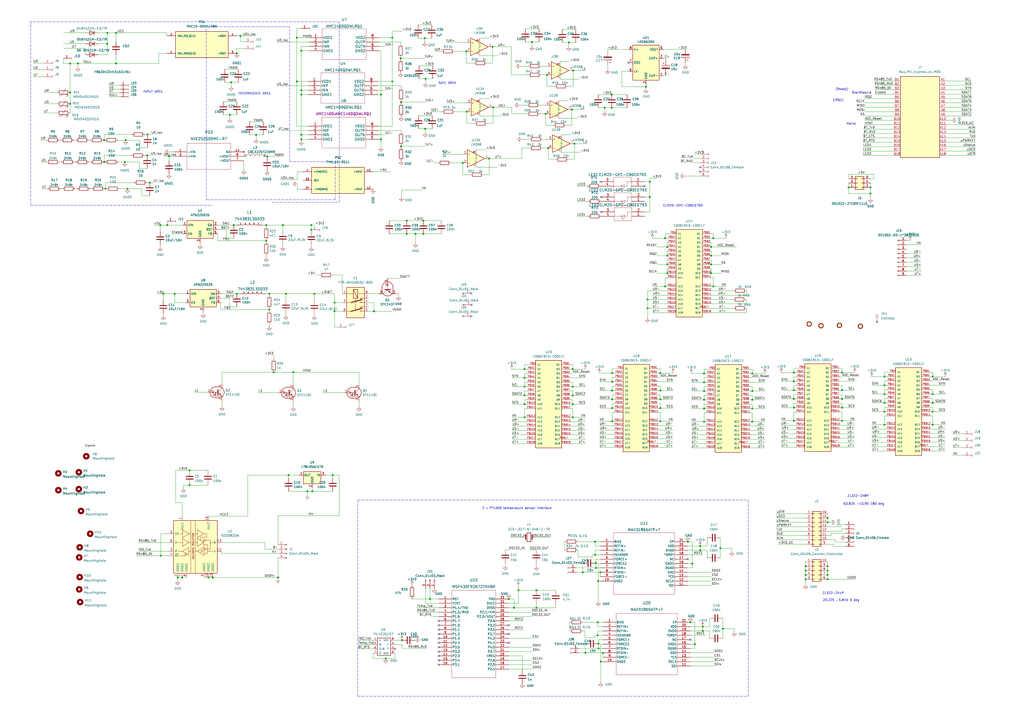
<source format=kicad_sch>
(kicad_sch (version 20211123) (generator eeschema)
  (paper "A2")
  (title_block (title "Main Board") (rev "4.4") (company "VT Electron"))
  (junction (at 156.21 179.578))
  (junction (at 286.004 62.23))
  (junction (at 488.442 216.154))
  (junction (at 345.694 326.644))
  (junction (at 412.496 143.256))
  (junction (at 436.372 231.902))
  (junction (at 383.032 236.728))
  (junction (at 109.982 272.796))
  (junction (at 408.432 226.822))
  (junction (at 174.752 54.864))
  (junction (at 412.496 158.496))
  (junction (at 400.558 360.934))
  (junction (at 419.354 364.744))
  (junction (at 235.966 135.636))
  (junction (at 345.186 321.818))
  (junction (at 311.15 352.552))
  (junction (at 436.372 244.602))
  (junction (at 467.36 328.422))
  (junction (at 513.08 233.68))
  (junction (at 270.51 29.718))
  (junction (at 383.032 216.408))
  (junction (at 93.218 322.326))
  (junction (at 170.18 215.9))
  (junction (at 339.598 378.714))
  (junction (at 513.08 238.76))
  (junction (at 105.664 335.026))
  (junction (at 268.478 94.488))
  (junction (at 541.02 228.6))
  (junction (at 67.31 19.05))
  (junction (at 103.124 335.026))
  (junction (at 304.292 214.122))
  (junction (at 283.718 91.948))
  (junction (at 460.502 231.394))
  (junction (at 154.94 90.678))
  (junction (at 541.02 246.38))
  (junction (at 232.664 59.182))
  (junction (at 161.29 335.026))
  (junction (at 180.594 133.35))
  (junction (at 355.092 216.408))
  (junction (at 375.666 178.816))
  (junction (at 513.08 218.44))
  (junction (at 349.758 378.714))
  (junction (at 332.486 40.894))
  (junction (at 246.38 22.098))
  (junction (at 62.23 25.4))
  (junction (at 109.982 281.432))
  (junction (at 436.372 236.982))
  (junction (at 460.502 221.234))
  (junction (at 385.826 138.176))
  (junction (at 354.838 54.864))
  (junction (at 40.64 53.594))
  (junction (at 436.372 226.822))
  (junction (at 249.428 347.472))
  (junction (at 60.452 81.28))
  (junction (at 245.618 135.636))
  (junction (at 97.028 130.556))
  (junction (at 332.232 224.282))
  (junction (at 480.06 330.962))
  (junction (at 92.964 130.556))
  (junction (at 67.31 36.83))
  (junction (at 480.06 300.482))
  (junction (at 154.432 139.7))
  (junction (at 98.044 90.678))
  (junction (at 492.252 108.712))
  (junction (at 45.212 36.83))
  (junction (at 460.502 244.094))
  (junction (at 94.742 170.434))
  (junction (at 165.862 170.434))
  (junction (at 467.36 336.042))
  (junction (at 480.06 328.422))
  (junction (at 332.232 242.062))
  (junction (at 139.446 20.828))
  (junction (at 329.946 24.638))
  (junction (at 407.67 366.014))
  (junction (at 403.098 373.634))
  (junction (at 355.092 236.728))
  (junction (at 85.344 90.17))
  (junction (at 332.232 234.442))
  (junction (at 172.212 21.844))
  (junction (at 541.02 238.76))
  (junction (at 304.292 229.362))
  (junction (at 346.71 368.554))
  (junction (at 408.432 221.742))
  (junction (at 332.232 214.122))
  (junction (at 412.496 153.416))
  (junction (at 513.08 228.6))
  (junction (at 180.594 130.556))
  (junction (at 467.36 330.962))
  (junction (at 245.618 128.016))
  (junction (at 40.64 60.198))
  (junction (at 332.232 229.362))
  (junction (at 220.98 80.772))
  (junction (at 413.766 166.116))
  (junction (at 480.06 333.502))
  (junction (at 194.056 180.594))
  (junction (at 355.092 231.648))
  (junction (at 460.502 236.474))
  (junction (at 408.432 231.902))
  (junction (at 101.346 170.434))
  (junction (at 350.774 62.484))
  (junction (at 355.092 226.568))
  (junction (at 232.41 33.782))
  (junction (at 318.008 85.852))
  (junction (at 406.146 316.738))
  (junction (at 412.496 148.336))
  (junction (at 61.214 109.474))
  (junction (at 174.752 52.324))
  (junction (at 387.096 143.256))
  (junction (at 193.04 275.59))
  (junction (at 232.664 84.836))
  (junction (at 513.08 246.38))
  (junction (at 346.964 337.058))
  (junction (at 317.246 43.434))
  (junction (at 408.432 216.662))
  (junction (at 387.096 158.496))
  (junction (at 182.372 170.434))
  (junction (at 72.39 93.98))
  (junction (at 133.35 66.548))
  (junction (at 345.186 314.198))
  (junction (at 135.636 130.556))
  (junction (at 407.67 363.474))
  (junction (at 174.752 78.232))
  (junction (at 348.488 383.794))
  (junction (at 73.914 109.474))
  (junction (at 504.952 112.268))
  (junction (at 72.898 81.28))
  (junction (at 488.442 244.094))
  (junction (at 40.64 36.83))
  (junction (at 387.096 148.336))
  (junction (at 270.764 64.77))
  (junction (at 223.774 382.016))
  (junction (at 235.966 128.016))
  (junction (at 154.432 130.556))
  (junction (at 333.248 83.312))
  (junction (at 246.888 45.72))
  (junction (at 480.06 303.022))
  (junction (at 308.61 24.384))
  (junction (at 513.08 223.52))
  (junction (at 120.904 335.026))
  (junction (at 178.308 284.988))
  (junction (at 417.83 318.008))
  (junction (at 174.752 80.772))
  (junction (at 123.444 335.026))
  (junction (at 300.736 342.392))
  (junction (at 346.71 360.934))
  (junction (at 285.75 27.178))
  (junction (at 134.112 47.752))
  (junction (at 304.292 242.062))
  (junction (at 241.046 135.636))
  (junction (at 413.766 138.176))
  (junction (at 467.36 333.502))
  (junction (at 164.084 130.556))
  (junction (at 406.146 319.278))
  (junction (at 311.15 342.392))
  (junction (at 158.75 215.9))
  (junction (at 246.634 74.676))
  (junction (at 383.032 226.568))
  (junction (at 338.074 331.978))
  (junction (at 220.98 54.864))
  (junction (at 298.196 352.552))
  (junction (at 385.826 166.116))
  (junction (at 375.666 173.736))
  (junction (at 383.032 244.348))
  (junction (at 387.096 153.416))
  (junction (at 304.292 219.202))
  (junction (at 401.574 326.898))
  (junction (at 167.386 275.59))
  (junction (at 148.59 78.232))
  (junction (at 383.032 231.648))
  (junction (at 541.02 233.68))
  (junction (at 504.952 108.712))
  (junction (at 347.218 373.38))
  (junction (at 460.502 226.314))
  (junction (at 460.502 216.154))
  (junction (at 347.218 376.174))
  (junction (at 174.752 29.464))
  (junction (at 488.442 231.394))
  (junction (at 85.598 77.978))
  (junction (at 376.936 105.41))
  (junction (at 354.838 62.484))
  (junction (at 233.172 371.348))
  (junction (at 181.102 284.988))
  (junction (at 156.21 170.434))
  (junction (at 408.432 244.602))
  (junction (at 436.372 216.662))
  (junction (at 348.234 331.978))
  (junction (at 376.936 114.3))
  (junction (at 488.442 226.314))
  (junction (at 374.7262 50.292))
  (junction (at 316.484 66.04))
  (junction (at 331.724 63.5))
  (junction (at 304.292 234.442))
  (junction (at 355.092 244.348))
  (junction (at 62.23 19.05))
  (junction (at 399.034 314.198))
  (junction (at 488.442 236.474))
  (junction (at 194.056 175.514))
  (junction (at 227.584 21.844))
  (junction (at 304.292 224.282))
  (junction (at 295.148 347.472))
  (junction (at 216.916 180.594))
  (junction (at 137.414 170.434))
  (junction (at 408.432 236.982))
  (junction (at 355.092 221.488))
  (junction (at 172.212 47.244))
  (junction (at 137.414 30.988))
  (junction (at 541.02 218.44))
  (junction (at 60.452 93.98))
  (junction (at 227.584 47.244))
  (junction (at 86.868 105.918))
  (junction (at 480.06 336.042))
  (junction (at 345.694 329.438))
  (no_connect (at 254.508 372.872))
  (no_connect (at 254.508 375.412))
  (no_connect (at 254.508 377.952))
  (no_connect (at 254.508 380.492))
  (no_connect (at 254.508 383.032))
  (no_connect (at 254.508 385.572))
  (no_connect (at 254.508 360.172))
  (no_connect (at 254.508 362.712))
  (no_connect (at 254.508 365.252))
  (no_connect (at 254.508 367.792))
  (no_connect (at 254.508 370.332))
  (no_connect (at 295.148 362.712))
  (no_connect (at 399.034 324.358))
  (no_connect (at 364.5662 36.322))
  (no_connect (at 348.742 114.3))
  (no_connect (at 273.304 170.18))
  (no_connect (at 295.148 367.792))
  (no_connect (at 295.148 372.872))
  (no_connect (at 273.304 183.388))
  (no_connect (at 348.742 122.936))
  (no_connect (at 273.558 176.784))
  (no_connect (at 406.146 99.568))
  (no_connect (at 406.146 97.028))
  (no_connect (at 229.108 376.428))
  (no_connect (at 400.558 371.094))
  (no_connect (at 373.888 107.95))
  (no_connect (at 348.488 105.41))
  (no_connect (at 508.762 186.69))
  (wire (pts (xy 409.702 224.282) (xy 408.432 224.282)))
  (wire (pts (xy 174.752 29.464) (xy 174.752 52.324)))
  (wire (pts (xy 443.738 247.142) (xy 435.102 247.142)))
  (wire (pts (xy 354.838 62.484) (xy 363.728 62.484)))
  (wire (pts (xy 258.826 24.638) (xy 270.51 24.638)))
  (wire (pts (xy 305.562 221.742) (xy 304.292 221.742)))
  (wire (pts (xy 400.558 386.334) (xy 414.274 386.334)))
  (wire (pts (xy 385.826 135.636) (xy 389.636 135.636)))
  (wire (pts (xy 143.764 299.466) (xy 143.764 275.59)))
  (wire (pts (xy 296.926 249.682) (xy 305.562 249.682)))
  (wire (pts (xy 408.432 216.662) (xy 409.702 216.662)))
  (wire (pts (xy 296.672 27.178) (xy 296.672 43.434)))
  (wire (pts (xy 246.888 45.72) (xy 250.952 45.72)))
  (wire (pts (xy 421.132 138.176) (xy 413.766 138.176)))
  (wire (pts (xy 278.384 67.31) (xy 289.814 67.31)))
  (wire (pts (xy 174.752 26.924) (xy 174.752 29.464)))
  (wire (pts (xy 460.502 221.234) (xy 461.772 221.234)))
  (wire (pts (xy 435.102 219.202) (xy 436.372 219.202)))
  (wire (pts (xy 487.68 304.292) (xy 490.474 304.292)))
  (wire (pts (xy 360.7562 50.292) (xy 374.7262 50.292)))
  (wire (pts (xy 425.958 364.744) (xy 419.354 364.744)))
  (wire (pts (xy 332.232 224.282) (xy 330.962 224.282)))
  (wire (pts (xy 246.38 22.098) (xy 246.38 24.384)))
  (wire (pts (xy 298.196 352.552) (xy 298.196 347.472)))
  (wire (pts (xy 278.13 22.098) (xy 283.972 22.098)))
  (wire (pts (xy 347.726 216.408) (xy 355.092 216.408)))
  (wire (pts (xy 19.304 40.386) (xy 25.654 40.386)))
  (wire (pts (xy 541.02 231.14) (xy 541.02 233.68)))
  (wire (pts (xy 229.108 371.348) (xy 233.172 371.348)))
  (wire (pts (xy 40.64 36.83) (xy 45.212 36.83)))
  (wire (pts (xy 232.41 33.782) (xy 232.41 34.544)))
  (wire (pts (xy 541.02 233.68) (xy 539.75 233.68)))
  (wire (pts (xy 174.752 80.772) (xy 174.752 81.788)))
  (wire (pts (xy 436.372 234.442) (xy 436.372 236.982)))
  (wire (pts (xy 160.528 24.384) (xy 179.324 24.384)))
  (wire (pts (xy 548.386 238.76) (xy 541.02 238.76)))
  (wire (pts (xy 172.466 106.68) (xy 172.466 109.728)))
  (wire (pts (xy 488.442 223.774) (xy 488.442 226.314)))
  (wire (pts (xy 36.83 27.94) (xy 49.53 27.94)))
  (wire (pts (xy 304.292 236.982) (xy 305.562 236.982)))
  (wire (pts (xy 156.21 170.434) (xy 165.862 170.434)))
  (wire (pts (xy 513.08 241.3) (xy 513.08 246.38)))
  (wire (pts (xy 216.916 175.514) (xy 216.916 180.594)))
  (wire (pts (xy 460.502 236.474) (xy 461.772 236.474)))
  (wire (pts (xy 505.714 261.62) (xy 514.35 261.62)))
  (wire (pts (xy 480.06 297.942) (xy 480.06 300.482)))
  (wire (pts (xy 251.968 29.718) (xy 256.032 29.718)))
  (wire (pts (xy 346.71 366.014) (xy 346.71 368.554)))
  (wire (pts (xy 355.092 236.728) (xy 356.362 236.728)))
  (wire (pts (xy 488.442 239.014) (xy 488.442 244.094)))
  (wire (pts (xy 390.398 254.508) (xy 381.762 254.508)))
  (wire (pts (xy 413.766 161.036) (xy 413.766 166.116)))
  (wire (pts (xy 346.71 363.474) (xy 346.71 360.934)))
  (wire (pts (xy 270.51 29.718) (xy 270.51 36.576)))
  (wire (pts (xy 324.104 68.58) (xy 335.026 68.58)))
  (wire (pts (xy 149.86 227.838) (xy 161.29 227.838)))
  (wire (pts (xy 373.888 105.41) (xy 376.936 105.41)))
  (wire (pts (xy 453.136 259.334) (xy 461.772 259.334)))
  (wire (pts (xy 412.496 158.496) (xy 418.338 158.496)))
  (wire (pts (xy 401.066 257.302) (xy 409.702 257.302)))
  (wire (pts (xy 219.202 52.324) (xy 223.266 52.324)))
  (wire (pts (xy 179.324 26.924) (xy 174.752 26.924)))
  (wire (pts (xy 246.38 22.098) (xy 250.444 22.098)))
  (wire (pts (xy 443.738 216.662) (xy 436.372 216.662)))
  (wire (pts (xy 129.54 66.548) (xy 133.35 66.548)))
  (wire (pts (xy 539.75 226.06) (xy 541.02 226.06)))
  (wire (pts (xy 384.8862 28.702) (xy 397.5862 28.702)))
  (wire (pts (xy 495.808 244.094) (xy 488.442 244.094)))
  (wire (pts (xy 436.372 244.602) (xy 435.102 244.602)))
  (wire (pts (xy 408.432 221.742) (xy 409.702 221.742)))
  (wire (pts (xy 401.574 326.898) (xy 399.034 326.898)))
  (wire (pts (xy 501.65 59.69) (xy 518.414 59.69)))
  (wire (pts (xy 347.726 257.048) (xy 356.362 257.048)))
  (wire (pts (xy 507.492 52.07) (xy 518.414 52.07)))
  (wire (pts (xy 246.888 341.376) (xy 246.888 350.012)))
  (wire (pts (xy 82.296 109.474) (xy 82.296 113.538)))
  (wire (pts (xy 93.218 322.326) (xy 93.218 309.626)))
  (wire (pts (xy 178.308 284.988) (xy 178.308 287.274)))
  (wire (pts (xy 412.496 150.876) (xy 412.496 153.416)))
  (wire (pts (xy 427.228 143.256) (xy 412.496 143.256)))
  (wire (pts (xy 348.234 324.358) (xy 345.694 324.358)))
  (wire (pts (xy 330.962 211.582) (xy 332.232 211.582)))
  (wire (pts (xy 295.148 377.952) (xy 308.864 377.952)))
  (wire (pts (xy 304.292 211.582) (xy 308.102 211.582)))
  (wire (pts (xy 80.264 314.706) (xy 98.044 314.706)))
  (wire (pts (xy 196.85 275.59) (xy 196.85 299.212)))
  (wire (pts (xy 541.02 238.76) (xy 539.75 238.76)))
  (wire (pts (xy 36.83 25.4) (xy 49.53 25.4)))
  (wire (pts (xy 399.034 334.518) (xy 412.75 334.518)))
  (wire (pts (xy 300.736 342.392) (xy 311.15 342.392)))
  (wire (pts (xy 60.452 77.978) (xy 76.454 77.978)))
  (wire (pts (xy 539.75 215.9) (xy 541.02 215.9)))
  (wire (pts (xy 34.544 81.28) (xy 35.306 81.28)))
  (wire (pts (xy 332.232 229.362) (xy 330.962 229.362)))
  (wire (pts (xy 412.496 181.356) (xy 433.07 181.356)))
  (wire (pts (xy 399.034 339.598) (xy 412.75 339.598)))
  (wire (pts (xy 128.524 314.706) (xy 153.67 314.706)))
  (wire (pts (xy 60.452 93.98) (xy 60.452 90.17)))
  (wire (pts (xy 488.442 236.474) (xy 487.172 236.474)))
  (wire (pts (xy 120.65 280.924) (xy 120.65 281.432)))
  (wire (pts (xy 80.264 319.786) (xy 98.044 319.786)))
  (wire (pts (xy 513.08 223.52) (xy 514.35 223.52)))
  (wire (pts (xy 384.8862 43.942) (xy 386.1562 43.942)))
  (wire (pts (xy 61.214 109.474) (xy 61.722 109.474)))
  (wire (pts (xy 381.762 218.948) (xy 383.032 218.948)))
  (wire (pts (xy 229.108 378.968) (xy 229.108 382.016)))
  (wire (pts (xy 263.652 29.718) (xy 270.51 29.718)))
  (wire (pts (xy 487.172 213.614) (xy 488.442 213.614)))
  (wire (pts (xy 375.666 178.816) (xy 387.096 178.816)))
  (wire (pts (xy 213.868 180.594) (xy 216.916 180.594)))
  (wire (pts (xy 51.562 81.28) (xy 52.324 81.28)))
  (wire (pts (xy 322.326 342.646) (xy 322.326 342.392)))
  (wire (pts (xy 305.562 231.902) (xy 304.292 231.902)))
  (wire (pts (xy 349.758 366.014) (xy 346.71 366.014)))
  (wire (pts (xy 307.086 80.772) (xy 302.768 80.772)))
  (wire (pts (xy 356.362 218.948) (xy 355.092 218.948)))
  (wire (pts (xy 97.028 128.27) (xy 97.028 130.556)))
  (wire (pts (xy 436.372 224.282) (xy 436.372 226.822)))
  (wire (pts (xy 360.7562 41.402) (xy 360.7562 50.292)))
  (wire (pts (xy 383.032 236.728) (xy 381.762 236.728)))
  (wire (pts (xy 304.292 219.202) (xy 305.562 219.202)))
  (wire (pts (xy 311.15 326.644) (xy 311.15 328.422)))
  (wire (pts (xy 335.788 376.174) (xy 347.218 376.174)))
  (wire (pts (xy 67.31 24.13) (xy 67.31 19.05)))
  (wire (pts (xy 541.02 246.38) (xy 539.75 246.38)))
  (wire (pts (xy 534.416 157.226) (xy 525.78 157.226)))
  (wire (pts (xy 303.022 388.874) (xy 303.022 380.492)))
  (wire (pts (xy 45.212 36.83) (xy 45.212 38.862)))
  (wire (pts (xy 90.932 170.434) (xy 94.742 170.434)))
  (polyline (pts (xy 194.564 93.726) (xy 168.148 93.726)))
  (wire (pts (xy 69.342 109.474) (xy 73.914 109.474)))
  (wire (pts (xy 80.772 93.98) (xy 80.772 97.79)))
  (wire (pts (xy 413.766 138.176) (xy 412.496 138.176)))
  (wire (pts (xy 460.502 239.014) (xy 461.772 239.014)))
  (wire (pts (xy 488.442 239.014) (xy 487.172 239.014)))
  (wire (pts (xy 304.292 214.122) (xy 305.562 214.122)))
  (wire (pts (xy 495.808 259.334) (xy 487.172 259.334)))
  (wire (pts (xy 488.442 228.854) (xy 488.442 231.394)))
  (wire (pts (xy 332.232 231.902) (xy 332.232 234.442)))
  (wire (pts (xy 92.964 130.556) (xy 97.028 130.556)))
  (wire (pts (xy 256.794 89.408) (xy 268.478 89.408)))
  (wire (pts (xy 435.102 221.742) (xy 443.738 221.742)))
  (wire (pts (xy 453.136 236.474) (xy 460.502 236.474)))
  (wire (pts (xy 92.202 30.988) (xy 96.774 30.988)))
  (wire (pts (xy 339.598 373.38) (xy 339.598 378.714)))
  (wire (pts (xy 339.598 224.282) (xy 332.232 224.282)))
  (wire (pts (xy 296.926 62.23) (xy 296.926 66.04)))
  (wire (pts (xy 305.562 226.822) (xy 304.292 226.822)))
  (wire (pts (xy 390.398 231.648) (xy 383.032 231.648)))
  (wire (pts (xy 339.598 252.222) (xy 330.962 252.222)))
  (wire (pts (xy 242.824 74.676) (xy 246.634 74.676)))
  (wire (pts (xy 128.524 319.786) (xy 128.524 321.056)))
  (wire (pts (xy 83.82 90.17) (xy 85.344 90.17)))
  (wire (pts (xy 208.28 215.9) (xy 208.28 222.758)))
  (wire (pts (xy 137.414 28.194) (xy 137.414 30.988)))
  (wire (pts (xy 235.966 128.016) (xy 245.618 128.016)))
  (wire (pts (xy 467.36 330.962) (xy 467.36 333.502)))
  (wire (pts (xy 460.502 233.934) (xy 460.502 236.474)))
  (wire (pts (xy 355.092 224.028) (xy 355.092 226.568)))
  (wire (pts (xy 390.398 246.888) (xy 381.762 246.888)))
  (wire (pts (xy 355.092 234.188) (xy 355.092 236.728)))
  (wire (pts (xy 332.232 211.582) (xy 332.232 214.122)))
  (wire (pts (xy 356.362 229.108) (xy 355.092 229.108)))
  (wire (pts (xy 36.83 19.05) (xy 49.53 19.05)))
  (wire (pts (xy 137.414 170.434) (xy 138.938 170.434)))
  (wire (pts (xy 193.04 275.59) (xy 193.04 277.368)))
  (wire (pts (xy 385.826 161.036) (xy 387.096 161.036)))
  (wire (pts (xy 193.04 275.59) (xy 188.722 275.59)))
  (wire (pts (xy 235.966 135.636) (xy 241.046 135.636)))
  (wire (pts (xy 322.326 352.552) (xy 322.326 350.266)))
  (wire (pts (xy 179.07 80.772) (xy 174.752 80.772)))
  (wire (pts (xy 374.142 122.936) (xy 376.936 122.936)))
  (wire (pts (xy 501.65 69.85) (xy 518.414 69.85)))
  (wire (pts (xy 539.75 223.52) (xy 548.386 223.52)))
  (wire (pts (xy 62.23 31.75) (xy 62.23 25.4)))
  (polyline (pts (xy 119.634 16.764) (xy 119.634 115.824)))
  (wire (pts (xy 227.584 18.034) (xy 227.584 21.844)))
  (wire (pts (xy 406.146 316.738) (xy 406.146 319.278)))
  (wire (pts (xy 180.594 141.986) (xy 180.594 143.256)))
  (wire (pts (xy 460.502 231.394) (xy 461.772 231.394)))
  (wire (pts (xy 495.808 216.154) (xy 488.442 216.154)))
  (wire (pts (xy 179.07 73.152) (xy 172.212 73.152)))
  (wire (pts (xy 232.664 59.182) (xy 232.664 59.944)))
  (wire (pts (xy 304.292 226.822) (xy 304.292 229.362)))
  (wire (pts (xy 243.078 45.72) (xy 246.888 45.72)))
  (wire (pts (xy 413.766 166.116) (xy 412.496 166.116)))
  (wire (pts (xy 164.084 130.556) (xy 164.084 134.112)))
  (wire (pts (xy 283.718 91.948) (xy 302.768 91.948)))
  (wire (pts (xy 401.066 252.222) (xy 409.702 252.222)))
  (wire (pts (xy 408.432 236.982) (xy 409.702 236.982)))
  (wire (pts (xy 333.248 92.456) (xy 333.248 83.312)))
  (wire (pts (xy 482.092 309.372) (xy 482.092 310.642)))
  (wire (pts (xy 424.434 318.008) (xy 417.83 318.008)))
  (wire (pts (xy 355.092 239.268) (xy 356.362 239.268)))
  (wire (pts (xy 421.132 166.116) (xy 413.766 166.116)))
  (wire (pts (xy 182.372 174.244) (xy 182.372 170.434)))
  (wire (pts (xy 460.502 239.014) (xy 460.502 244.094)))
  (wire (pts (xy 403.098 360.934) (xy 403.098 373.634)))
  (wire (pts (xy 308.61 24.384) (xy 312.674 24.384)))
  (wire (pts (xy 390.398 216.408) (xy 383.032 216.408)))
  (wire (pts (xy 436.372 214.122) (xy 436.372 216.662)))
  (wire (pts (xy 241.808 352.552) (xy 254.508 352.552)))
  (wire (pts (xy 376.936 114.3) (xy 376.936 105.41)))
  (wire (pts (xy 400.558 363.474) (xy 407.67 363.474)))
  (wire (pts (xy 390.398 236.728) (xy 383.032 236.728)))
  (wire (pts (xy 23.876 93.98) (xy 26.924 93.98)))
  (polyline (pts (xy 120.65 15.494) (xy 168.148 15.494)))
  (wire (pts (xy 249.428 347.472) (xy 254.508 347.472)))
  (wire (pts (xy 488.442 233.934) (xy 488.442 236.474)))
  (wire (pts (xy 505.714 218.44) (xy 513.08 218.44)))
  (wire (pts (xy 97.028 130.556) (xy 105.918 130.556)))
  (wire (pts (xy 280.416 101.346) (xy 283.718 101.346)))
  (wire (pts (xy 57.15 31.75) (xy 62.23 31.75)))
  (wire (pts (xy 213.868 170.434) (xy 219.71 170.434)))
  (wire (pts (xy 399.034 314.198) (xy 401.574 314.198)))
  (wire (pts (xy 375.666 178.816) (xy 375.666 184.404)))
  (wire (pts (xy 453.136 251.714) (xy 461.772 251.714)))
  (wire (pts (xy 231.14 171.704) (xy 231.14 170.434)))
  (wire (pts (xy 355.092 213.868) (xy 358.902 213.868)))
  (wire (pts (xy 348.488 383.794) (xy 349.758 383.794)))
  (polyline (pts (xy 17.78 119.126) (xy 123.19 119.126)))
  (wire (pts (xy 383.032 239.268) (xy 383.032 244.348)))
  (wire (pts (xy 541.02 226.06) (xy 541.02 228.6)))
  (wire (pts (xy 376.936 103.378) (xy 381.508 103.378)))
  (wire (pts (xy 467.36 325.882) (xy 467.36 328.422)))
  (wire (pts (xy 400.558 378.714) (xy 414.274 378.714)))
  (wire (pts (xy 488.188 306.832) (xy 490.474 306.832)))
  (wire (pts (xy 482.092 310.642) (xy 480.06 310.642)))
  (polyline (pts (xy 196.85 12.7) (xy 17.78 12.7)))
  (wire (pts (xy 254.508 357.632) (xy 250.19 357.632)))
  (wire (pts (xy 296.672 43.434) (xy 306.324 43.434)))
  (wire (pts (xy 227.584 47.244) (xy 227.584 73.152)))
  (wire (pts (xy 98.044 90.678) (xy 94.742 90.678)))
  (wire (pts (xy 488.442 244.094) (xy 487.172 244.094)))
  (wire (pts (xy 311.15 350.012) (xy 311.15 352.552)))
  (wire (pts (xy 329.946 92.456) (xy 333.248 92.456)))
  (wire (pts (xy 348.234 316.738) (xy 345.186 316.738)))
  (polyline (pts (xy 434.086 403.86) (xy 434.086 290.068)))
  (wire (pts (xy 324.104 58.42) (xy 329.946 58.42)))
  (wire (pts (xy 295.148 370.332) (xy 308.864 370.332)))
  (wire (pts (xy 232.664 84.836) (xy 246.634 84.836)))
  (wire (pts (xy 216.408 378.968) (xy 216.408 382.016)))
  (wire (pts (xy 350.774 62.484) (xy 354.838 62.484)))
  (wire (pts (xy 505.714 228.6) (xy 513.08 228.6)))
  (wire (pts (xy 375.666 173.736) (xy 387.096 173.736)))
  (wire (pts (xy 25.654 53.594) (xy 33.02 53.594)))
  (wire (pts (xy 480.06 333.502) (xy 480.06 336.042)))
  (wire (pts (xy 453.136 231.394) (xy 460.502 231.394)))
  (wire (pts (xy 128.778 215.9) (xy 158.75 215.9)))
  (wire (pts (xy 355.092 213.868) (xy 355.092 216.408)))
  (wire (pts (xy 298.196 352.552) (xy 311.15 352.552)))
  (wire (pts (xy 81.026 85.598) (xy 85.598 85.598)))
  (wire (pts (xy 436.372 216.662) (xy 435.102 216.662)))
  (wire (pts (xy 296.926 252.222) (xy 305.562 252.222)))
  (wire (pts (xy 513.08 236.22) (xy 513.08 238.76)))
  (wire (pts (xy 154.432 139.7) (xy 154.432 140.462)))
  (wire (pts (xy 232.918 110.236) (xy 232.918 114.3)))
  (wire (pts (xy 63.246 53.848) (xy 69.596 53.848)))
  (wire (pts (xy 417.83 311.912) (xy 417.83 318.008)))
  (wire (pts (xy 505.714 223.52) (xy 513.08 223.52)))
  (wire (pts (xy 534.416 152.146) (xy 525.78 152.146)))
  (wire (pts (xy 314.706 85.852) (xy 318.008 85.852)))
  (wire (pts (xy 194.056 180.594) (xy 198.628 180.594)))
  (wire (pts (xy 225.806 135.636) (xy 235.966 135.636)))
  (wire (pts (xy 85.344 105.918) (xy 86.868 105.918)))
  (wire (pts (xy 335.28 314.198) (xy 345.186 314.198)))
  (wire (pts (xy 174.752 78.232) (xy 174.752 80.772)))
  (wire (pts (xy 304.292 242.062) (xy 305.562 242.062)))
  (wire (pts (xy 347.726 251.968) (xy 356.362 251.968)))
  (wire (pts (xy 461.772 228.854) (xy 460.502 228.854)))
  (wire (pts (xy 343.662 321.818) (xy 343.662 323.088)))
  (wire (pts (xy 198.628 170.434) (xy 198.628 159.512)))
  (wire (pts (xy 443.738 231.902) (xy 436.372 231.902)))
  (wire (pts (xy 241.046 140.97) (xy 241.046 135.636)))
  (wire (pts (xy 61.214 105.918) (xy 77.724 105.918)))
  (wire (pts (xy 541.02 215.9) (xy 541.02 218.44)))
  (wire (pts (xy 488.442 231.394) (xy 487.172 231.394)))
  (wire (pts (xy 506.984 101.092) (xy 506.984 103.632)))
  (wire (pts (xy 349.758 368.554) (xy 346.71 368.554)))
  (wire (pts (xy 495.808 236.474) (xy 488.442 236.474)))
  (wire (pts (xy 219.71 75.692) (xy 232.664 75.692)))
  (wire (pts (xy 436.372 231.902) (xy 435.102 231.902)))
  (wire (pts (xy 172.212 47.244) (xy 178.562 47.244)))
  (wire (pts (xy 390.144 249.428) (xy 381.762 249.428)))
  (wire (pts (xy 180.594 130.556) (xy 182.88 130.556)))
  (wire (pts (xy 500.634 85.09) (xy 518.414 85.09)))
  (wire (pts (xy 92.964 141.986) (xy 92.964 143.256)))
  (wire (pts (xy 514.35 236.22) (xy 513.08 236.22)))
  (wire (pts (xy 156.21 179.578) (xy 156.21 180.34)))
  (wire (pts (xy 500.634 90.17) (xy 518.414 90.17)))
  (wire (pts (xy 381.762 229.108) (xy 383.032 229.108)))
  (wire (pts (xy 207.772 373.888) (xy 216.408 373.888)))
  (wire (pts (xy 419.354 364.744) (xy 419.354 370.332)))
  (wire (pts (xy 480.06 303.022) (xy 481.838 303.022)))
  (wire (pts (xy 412.496 135.636) (xy 413.766 135.636)))
  (wire (pts (xy 467.36 333.502) (xy 467.36 336.042)))
  (wire (pts (xy 480.06 315.722) (xy 483.362 315.722)))
  (wire (pts (xy 332.232 221.742) (xy 332.232 224.282)))
  (wire (pts (xy 411.734 363.474) (xy 411.734 358.648)))
  (wire (pts (xy 387.096 140.716) (xy 387.096 143.256)))
  (wire (pts (xy 450.342 313.182) (xy 467.36 313.182)))
  (wire (pts (xy 424.434 319.786) (xy 424.434 318.008)))
  (wire (pts (xy 313.182 66.04) (xy 316.484 66.04)))
  (wire (pts (xy 109.982 272.796) (xy 120.65 272.796)))
  (wire (pts (xy 501.65 64.77) (xy 518.414 64.77)))
  (wire (pts (xy 346.964 337.058) (xy 346.964 348.996)))
  (wire (pts (xy 244.602 110.236) (xy 232.918 110.236)))
  (wire (pts (xy 460.502 244.094) (xy 461.772 244.094)))
  (wire (pts (xy 467.36 303.022) (xy 450.342 303.022)))
  (wire (pts (xy 282.448 36.576) (xy 285.75 36.576)))
  (wire (pts (xy 278.384 57.15) (xy 284.226 57.15)))
  (wire (pts (xy 413.766 135.636) (xy 413.766 138.176)))
  (wire (pts (xy 505.714 233.68) (xy 513.08 233.68)))
  (wire (pts (xy 548.894 52.07) (xy 563.626 52.07)))
  (wire (pts (xy 289.814 67.31) (xy 289.814 67.564)))
  (wire (pts (xy 227.584 18.034) (xy 233.426 18.034)))
  (wire (pts (xy 339.598 214.122) (xy 332.232 214.122)))
  (wire (pts (xy 461.772 233.934) (xy 460.502 233.934)))
  (wire (pts (xy 40.64 36.83) (xy 40.64 53.594)))
  (wire (pts (xy 241.808 355.092) (xy 254.508 355.092)))
  (wire (pts (xy 339.344 247.142) (xy 330.962 247.142)))
  (wire (pts (xy 399.034 331.978) (xy 412.75 331.978)))
  (wire (pts (xy 105.664 335.026) (xy 108.204 335.026)))
  (wire (pts (xy 295.148 350.012) (xy 300.736 350.012)))
  (wire (pts (xy 406.146 316.738) (xy 410.21 316.738)))
  (wire (pts (xy 60.452 81.28) (xy 60.706 81.28)))
  (wire (pts (xy 387.096 148.336) (xy 381 148.336)))
  (wire (pts (xy 143.764 275.59) (xy 167.386 275.59)))
  (wire (pts (xy 513.08 228.6) (xy 514.35 228.6)))
  (wire (pts (xy 126.238 130.556) (xy 135.636 130.556)))
  (wire (pts (xy 331.724 72.644) (xy 331.724 63.5)))
  (wire (pts (xy 552.704 259.588) (xy 559.054 259.588)))
  (wire (pts (xy 330.962 226.822) (xy 332.232 226.822)))
  (wire (pts (xy 514.35 231.14) (xy 513.08 231.14)))
  (wire (pts (xy 400.558 368.554) (xy 408.94 368.554)))
  (wire (pts (xy 330.962 231.902) (xy 332.232 231.902)))
  (wire (pts (xy 565.912 77.47) (xy 548.894 77.47)))
  (wire (pts (xy 141.986 28.194) (xy 137.414 28.194)))
  (wire (pts (xy 504.952 103.632) (xy 506.984 103.632)))
  (wire (pts (xy 154.432 130.556) (xy 164.084 130.556)))
  (wire (pts (xy 158.75 208.28) (xy 158.75 205.994)))
  (wire (pts (xy 105.664 299.466) (xy 105.664 291.592)))
  (wire (pts (xy 196.85 275.59) (xy 193.04 275.59)))
  (wire (pts (xy 548.386 256.54) (xy 539.75 256.54)))
  (wire (pts (xy 352.552 37.7698) (xy 352.552 40.3098)))
  (wire (pts (xy 504.952 106.172) (xy 504.952 108.712)))
  (wire (pts (xy 131.318 133.096) (xy 131.318 138.176)))
  (wire (pts (xy 332.232 214.122) (xy 330.962 214.122)))
  (wire (pts (xy 513.08 231.14) (xy 513.08 233.68)))
  (wire (pts (xy 224.79 161.544) (xy 231.902 161.544)))
  (wire (pts (xy 387.096 158.496) (xy 381.254 158.496)))
  (wire (pts (xy 349.758 363.474) (xy 346.71 363.474)))
  (wire (pts (xy 303.022 380.492) (xy 295.148 380.492)))
  (wire (pts (xy 42.926 81.28) (xy 43.942 81.28)))
  (wire (pts (xy 487.172 218.694) (xy 488.442 218.694)))
  (wire (pts (xy 408.432 214.122) (xy 408.432 216.662)))
  (wire (pts (xy 25.654 60.198) (xy 33.02 60.198)))
  (wire (pts (xy 94.742 181.864) (xy 94.742 183.134)))
  (wire (pts (xy 332.232 236.982) (xy 330.962 236.982)))
  (wire (pts (xy 270.764 64.77) (xy 270.764 71.628)))
  (wire (pts (xy 239.014 347.472) (xy 239.014 347.218)))
  (wire (pts (xy 390.398 259.588) (xy 381.762 259.588)))
  (wire (pts (xy 63.246 56.134) (xy 69.596 56.134)))
  (wire (pts (xy 408.432 224.282) (xy 408.432 226.822)))
  (wire (pts (xy 383.032 224.028) (xy 383.032 226.568)))
  (wire (pts (xy 408.432 234.442) (xy 408.432 236.982)))
  (wire (pts (xy 487.172 233.934) (xy 488.442 233.934)))
  (wire (pts (xy 174.752 52.324) (xy 178.562 52.324)))
  (wire (pts (xy 401.066 254.762) (xy 409.702 254.762)))
  (wire (pts (xy 82.296 113.538) (xy 86.868 113.538)))
  (wire (pts (xy 61.214 109.474) (xy 61.214 105.918)))
  (wire (pts (xy 346.964 62.484) (xy 350.774 62.484)))
  (wire (pts (xy 507.492 54.61) (xy 518.414 54.61)))
  (wire (pts (xy 412.496 168.656) (xy 425.45 168.656)))
  (wire (pts (xy 148.59 78.232) (xy 148.59 80.518)))
  (wire (pts (xy 135.636 130.556) (xy 137.16 130.556)))
  (wire (pts (xy 137.414 20.828) (xy 139.446 20.828)))
  (wire (pts (xy 174.752 54.864) (xy 178.562 54.864)))
  (wire (pts (xy 216.408 99.568) (xy 226.568 99.568)))
  (wire (pts (xy 170.18 232.918) (xy 170.18 235.966)))
  (wire (pts (xy 161.29 323.596) (xy 161.29 335.026)))
  (wire (pts (xy 467.36 336.042) (xy 467.36 339.09)))
  (wire (pts (xy 308.61 24.384) (xy 308.61 26.67)))
  (polyline (pts (xy 157.734 117.348) (xy 196.85 117.348)))
  (wire (pts (xy 548.894 67.31) (xy 563.626 67.31)))
  (wire (pts (xy 492.252 112.268) (xy 504.952 112.268)))
  (wire (pts (xy 435.102 224.282) (xy 436.372 224.282)))
  (wire (pts (xy 345.694 326.644) (xy 345.694 329.438)))
  (wire (pts (xy 180.594 133.35) (xy 180.594 130.556)))
  (wire (pts (xy 141.986 24.13) (xy 139.446 24.13)))
  (wire (pts (xy 443.738 244.602) (xy 436.372 244.602)))
  (wire (pts (xy 233.426 376.174) (xy 247.65 376.174)))
  (wire (pts (xy 467.36 315.722) (xy 451.358 315.722)))
  (wire (pts (xy 296.926 242.062) (xy 304.292 242.062)))
  (wire (pts (xy 93.218 309.626) (xy 98.044 309.626)))
  (wire (pts (xy 332.486 50.038) (xy 332.486 40.894)))
  (wire (pts (xy 34.544 93.98) (xy 35.56 93.98)))
  (wire (pts (xy 330.962 219.202) (xy 339.598 219.202)))
  (wire (pts (xy 141.478 93.218) (xy 141.478 98.552)))
  (wire (pts (xy 330.962 221.742) (xy 332.232 221.742)))
  (wire (pts (xy 348.234 326.898) (xy 346.964 326.898)))
  (wire (pts (xy 103.124 335.026) (xy 105.664 335.026)))
  (wire (pts (xy 85.344 90.17) (xy 87.376 90.17)))
  (wire (pts (xy 219.71 73.152) (xy 227.584 73.152)))
  (wire (pts (xy 128.778 215.9) (xy 128.778 222.504)))
  (wire (pts (xy 548.386 254) (xy 539.75 254)))
  (wire (pts (xy 128.016 172.974) (xy 133.096 172.974)))
  (wire (pts (xy 539.75 236.22) (xy 541.02 236.22)))
  (wire (pts (xy 219.964 21.844) (xy 227.584 21.844)))
  (wire (pts (xy 133.096 178.054) (xy 137.414 178.054)))
  (wire (pts (xy 401.066 231.902) (xy 408.432 231.902)))
  (wire (pts (xy 322.326 92.456) (xy 318.008 92.456)))
  (wire (pts (xy 436.372 239.522) (xy 435.102 239.522)))
  (wire (pts (xy 433.07 178.816) (xy 433.07 181.356)))
  (wire (pts (xy 338.074 360.934) (xy 346.71 360.934)))
  (wire (pts (xy 488.442 216.154) (xy 487.172 216.154)))
  (wire (pts (xy 285.75 27.178) (xy 285.75 36.576)))
  (wire (pts (xy 378.46 138.176) (xy 385.826 138.176)))
  (wire (pts (xy 355.092 216.408) (xy 356.362 216.408)))
  (wire (pts (xy 52.324 109.474) (xy 53.086 109.474)))
  (wire (pts (xy 207.772 371.348) (xy 216.408 371.348)))
  (wire (pts (xy 295.148 352.552) (xy 298.196 352.552)))
  (wire (pts (xy 139.446 24.13) (xy 139.446 20.828)))
  (wire (pts (xy 304.292 236.982) (xy 304.292 242.062)))
  (wire (pts (xy 346.964 326.898) (xy 346.964 337.058)))
  (wire (pts (xy 187.452 227.838) (xy 199.39 227.838)))
  (wire (pts (xy 144.78 70.612) (xy 152.654 70.612)))
  (wire (pts (xy 130.302 47.752) (xy 134.112 47.752)))
  (wire (pts (xy 501.65 62.23) (xy 518.414 62.23)))
  (wire (pts (xy 513.08 238.76) (xy 514.35 238.76)))
  (wire (pts (xy 72.39 93.98) (xy 80.772 93.98)))
  (wire (pts (xy 310.642 311.658) (xy 319.786 311.658)))
  (wire (pts (xy 409.702 234.442) (xy 408.432 234.442)))
  (wire (pts (xy 381.762 234.188) (xy 383.032 234.188)))
  (wire (pts (xy 130.302 40.132) (xy 138.176 40.132)))
  (wire (pts (xy 232.664 49.784) (xy 232.664 51.054)))
  (wire (pts (xy 276.098 86.868) (xy 281.94 86.868)))
  (wire (pts (xy 161.29 315.976) (xy 161.29 299.212)))
  (wire (pts (xy 167.386 275.59) (xy 167.386 277.368)))
  (wire (pts (xy 126.238 139.7) (xy 126.238 135.636)))
  (wire (pts (xy 513.08 215.9) (xy 513.08 218.44)))
  (wire (pts (xy 505.714 259.08) (xy 514.35 259.08)))
  (wire (pts (xy 492.252 108.712) (xy 492.252 112.268)))
  (polyline (pts (xy 17.78 12.7) (xy 17.78 14.224)))
  (wire (pts (xy 297.18 247.142) (xy 305.562 247.142)))
  (wire (pts (xy 412.496 148.336) (xy 418.338 148.336)))
  (wire (pts (xy 495.808 246.634) (xy 487.172 246.634)))
  (wire (pts (xy 500.634 82.55) (xy 518.414 82.55)))
  (wire (pts (xy 408.432 239.522) (xy 408.432 244.602)))
  (wire (pts (xy 364.5662 41.402) (xy 360.7562 41.402)))
  (wire (pts (xy 401.32 249.682) (xy 409.702 249.682)))
  (wire (pts (xy 296.926 234.442) (xy 304.292 234.442)))
  (wire (pts (xy 401.066 259.842) (xy 409.702 259.842)))
  (wire (pts (xy 461.772 218.694) (xy 460.502 218.694)))
  (wire (pts (xy 194.056 175.514) (xy 194.056 180.594)))
  (wire (pts (xy 548.894 72.39) (xy 564.896 72.39)))
  (wire (pts (xy 296.926 244.602) (xy 305.562 244.602)))
  (wire (pts (xy 407.67 366.014) (xy 411.734 366.014)))
  (wire (pts (xy 332.232 236.982) (xy 332.232 242.062)))
  (wire (pts (xy 505.714 246.38) (xy 513.08 246.38)))
  (wire (pts (xy 387.096 150.876) (xy 387.096 153.416)))
  (wire (pts (xy 295.148 385.572) (xy 308.864 385.572)))
  (wire (pts (xy 488.442 213.614) (xy 488.442 216.154)))
  (wire (pts (xy 548.132 251.46) (xy 539.75 251.46)))
  (wire (pts (xy 295.148 357.632) (xy 308.356 357.632)))
  (wire (pts (xy 347.726 244.348) (xy 355.092 244.348)))
  (wire (pts (xy 161.29 299.212) (xy 196.85 299.212)))
  (wire (pts (xy 180.594 134.366) (xy 180.594 133.35)))
  (wire (pts (xy 304.8 24.384) (xy 308.61 24.384)))
  (wire (pts (xy 443.738 259.842) (xy 435.102 259.842)))
  (wire (pts (xy 101.346 175.514) (xy 101.346 170.434)))
  (wire (pts (xy 246.888 350.012) (xy 254.508 350.012)))
  (wire (pts (xy 216.408 382.016) (xy 223.774 382.016)))
  (wire (pts (xy 406.146 102.108) (xy 397.256 102.108)))
  (wire (pts (xy 345.694 329.438) (xy 348.234 329.438)))
  (polyline (pts (xy 196.85 117.348) (xy 196.85 12.7)))
  (wire (pts (xy 385.826 161.036) (xy 385.826 166.116)))
  (wire (pts (xy 333.248 83.312) (xy 340.614 83.312)))
  (wire (pts (xy 286.004 62.23) (xy 286.004 71.628)))
  (wire (pts (xy 40.64 60.198) (xy 40.64 65.532)))
  (wire (pts (xy 401.066 244.602) (xy 408.432 244.602)))
  (wire (pts (xy 488.442 226.314) (xy 487.172 226.314)))
  (wire (pts (xy 548.386 248.92) (xy 539.75 248.92)))
  (wire (pts (xy 243.078 38.1) (xy 250.952 38.1)))
  (wire (pts (xy 505.714 256.54) (xy 514.35 256.54)))
  (wire (pts (xy 435.102 214.122) (xy 436.372 214.122)))
  (wire (pts (xy 129.54 58.928) (xy 137.414 58.928)))
  (wire (pts (xy 460.502 228.854) (xy 460.502 231.394)))
  (wire (pts (xy 219.964 29.464) (xy 220.98 29.464)))
  (wire (pts (xy 313.944 43.434) (xy 317.246 43.434)))
  (wire (pts (xy 500.634 87.63) (xy 518.414 87.63)))
  (wire (pts (xy 68.58 93.98) (xy 72.39 93.98)))
  (wire (pts (xy 161.29 75.692) (xy 179.07 75.692)))
  (wire (pts (xy 93.218 322.326) (xy 98.044 322.326)))
  (wire (pts (xy 45.212 36.83) (xy 67.31 36.83)))
  (wire (pts (xy 480.06 300.482) (xy 480.06 303.022)))
  (wire (pts (xy 401.066 216.662) (xy 408.432 216.662)))
  (wire (pts (xy 246.888 45.72) (xy 246.888 48.006)))
  (wire (pts (xy 276.098 97.028) (xy 288.544 97.028)))
  (wire (pts (xy 172.466 99.568) (xy 175.768 99.568)))
  (wire (pts (xy 408.432 214.122) (xy 412.242 214.122)))
  (wire (pts (xy 381.762 224.028) (xy 383.032 224.028)))
  (wire (pts (xy 552.704 255.524) (xy 559.054 255.524)))
  (wire (pts (xy 161.29 335.026) (xy 161.29 335.788)))
  (wire (pts (xy 450.342 305.562) (xy 467.36 305.562)))
  (wire (pts (xy 313.182 60.96) (xy 316.484 60.96)))
  (wire (pts (xy 408.432 226.822) (xy 409.702 226.822)))
  (wire (pts (xy 408.432 229.362) (xy 408.432 231.902)))
  (wire (pts (xy 219.202 54.864) (xy 220.98 54.864)))
  (wire (pts (xy 345.186 369.824) (xy 339.344 369.824)))
  (wire (pts (xy 331.724 63.5) (xy 339.09 63.5)))
  (wire (pts (xy 400.558 381.254) (xy 414.274 381.254)))
  (wire (pts (xy 304.292 216.662) (xy 304.292 219.202)))
  (wire (pts (xy 293.116 319.024) (xy 295.148 319.024)))
  (wire (pts (xy 229.108 373.888) (xy 233.426 373.888)))
  (wire (pts (xy 274.828 36.576) (xy 270.51 36.576)))
  (wire (pts (xy 383.032 213.868) (xy 383.032 216.408)))
  (wire (pts (xy 534.416 154.686) (xy 525.78 154.686)))
  (wire (pts (xy 383.032 234.188) (xy 383.032 236.728)))
  (wire (pts (xy 435.102 229.362) (xy 436.372 229.362)))
  (wire (pts (xy 98.044 90.678) (xy 98.044 93.218)))
  (wire (pts (xy 232.664 58.674) (xy 232.664 59.182)))
  (wire (pts (xy 548.386 261.62) (xy 539.75 261.62)))
  (wire (pts (xy 172.212 21.844) (xy 179.324 21.844)))
  (wire (pts (xy 436.372 226.822) (xy 435.102 226.822)))
  (wire (pts (xy 443.738 254.762) (xy 435.102 254.762)))
  (wire (pts (xy 268.478 94.488) (xy 268.478 101.346)))
  (wire (pts (xy 153.67 314.706) (xy 153.67 318.516)))
  (wire (pts (xy 453.39 249.174) (xy 461.772 249.174)))
  (wire (pts (xy 403.098 373.634) (xy 400.558 373.634)))
  (wire (pts (xy 401.574 314.198) (xy 401.574 326.898)))
  (wire (pts (xy 383.032 244.348) (xy 381.762 244.348)))
  (wire (pts (xy 170.18 215.9) (xy 170.18 222.758)))
  (wire (pts (xy 407.67 363.474) (xy 407.67 366.014)))
  (wire (pts (xy 60.706 109.474) (xy 61.214 109.474)))
  (wire (pts (xy 492.252 101.092) (xy 506.984 101.092)))
  (wire (pts (xy 328.422 72.644) (xy 331.724 72.644)))
  (wire (pts (xy 374.7262 49.022) (xy 374.7262 50.292)))
  (wire (pts (xy 387.096 155.956) (xy 387.096 158.496)))
  (wire (pts (xy 355.092 229.108) (xy 355.092 231.648)))
  (wire (pts (xy 346.964 337.058) (xy 348.234 337.058)))
  (polyline (pts (xy 168.148 93.726) (xy 168.148 15.494)))
  (wire (pts (xy 507.238 49.53) (xy 518.414 49.53)))
  (wire (pts (xy 349.758 360.934) (xy 346.71 360.934)))
  (wire (pts (xy 101.854 272.796) (xy 109.982 272.796)))
  (wire (pts (xy 154.432 130.556) (xy 154.432 131.572)))
  (wire (pts (xy 480.06 325.882) (xy 480.06 328.422)))
  (wire (pts (xy 167.386 284.988) (xy 178.308 284.988)))
  (wire (pts (xy 495.554 249.174) (xy 487.172 249.174)))
  (wire (pts (xy 539.75 220.98) (xy 541.02 220.98)))
  (wire (pts (xy 339.598 378.714) (xy 349.758 378.714)))
  (polyline (pts (xy 207.518 290.068) (xy 207.518 403.86)))
  (wire (pts (xy 174.752 54.864) (xy 174.752 78.232)))
  (wire (pts (xy 552.704 251.714) (xy 559.054 251.714)))
  (wire (pts (xy 347.726 259.588) (xy 356.362 259.588)))
  (wire (pts (xy 349.758 371.094) (xy 347.218 371.094)))
  (wire (pts (xy 347.218 376.174) (xy 349.758 376.174)))
  (wire (pts (xy 563.626 54.61) (xy 548.894 54.61)))
  (wire (pts (xy 525.78 141.986) (xy 534.162 141.986)))
  (wire (pts (xy 120.904 335.026) (xy 123.444 335.026)))
  (wire (pts (xy 399.034 316.738) (xy 406.146 316.738)))
  (wire (pts (xy 513.08 246.38) (xy 514.35 246.38)))
  (wire (pts (xy 165.862 170.434) (xy 182.372 170.434)))
  (wire (pts (xy 156.21 179.578) (xy 128.016 179.578)))
  (wire (pts (xy 347.726 236.728) (xy 355.092 236.728)))
  (wire (pts (xy 541.02 228.6) (xy 539.75 228.6)))
  (wire (pts (xy 156.21 170.434) (xy 156.21 171.45)))
  (wire (pts (xy 419.354 358.648) (xy 419.354 364.744)))
  (wire (pts (xy 495.808 251.714) (xy 487.172 251.714)))
  (wire (pts (xy 490.474 309.372) (xy 482.092 309.372)))
  (wire (pts (xy 242.824 67.056) (xy 250.698 67.056)))
  (wire (pts (xy 436.372 236.982) (xy 435.102 236.982)))
  (wire (pts (xy 296.164 311.658) (xy 303.022 311.658)))
  (wire (pts (xy 355.092 221.488) (xy 356.362 221.488)))
  (wire (pts (xy 453.136 244.094) (xy 460.502 244.094)))
  (wire (pts (xy 154.432 139.192) (xy 154.432 139.7)))
  (wire (pts (xy 165.862 181.61) (xy 165.862 182.88)))
  (wire (pts (xy 386.1562 33.782) (xy 386.1562 35.052)))
  (wire (pts (xy 306.324 38.354) (xy 302.006 38.354)))
  (wire (pts (xy 24.384 109.474) (xy 27.686 109.474)))
  (wire (pts (xy 325.628 78.232) (xy 331.47 78.232)))
  (wire (pts (xy 321.564 50.038) (xy 317.246 50.038)))
  (wire (pts (xy 433.07 171.196) (xy 433.07 168.656)))
  (wire (pts (xy 563.626 59.69) (xy 548.894 59.69)))
  (wire (pts (xy 410.21 316.738) (xy 410.21 311.912)))
  (wire (pts (xy 356.362 224.028) (xy 355.092 224.028)))
  (wire (pts (xy 401.066 236.982) (xy 408.432 236.982)))
  (wire (pts (xy 453.136 256.794) (xy 461.772 256.794)))
  (wire (pts (xy 233.426 373.888) (xy 233.426 376.174)))
  (wire (pts (xy 231.14 170.434) (xy 229.87 170.434)))
  (wire (pts (xy 513.08 215.9) (xy 516.89 215.9)))
  (wire (pts (xy 453.136 221.234) (xy 460.502 221.234)))
  (wire (pts (xy 514.35 220.98) (xy 513.08 220.98)))
  (wire (pts (xy 406.146 319.278) (xy 410.21 319.278)))
  (wire (pts (xy 92.202 30.988) (xy 92.202 36.83)))
  (wire (pts (xy 500.634 80.01) (xy 518.414 80.01)))
  (wire (pts (xy 101.346 170.434) (xy 107.696 170.434)))
  (wire (pts (xy 283.718 91.948) (xy 283.718 101.346)))
  (wire (pts (xy 501.65 67.31) (xy 518.414 67.31)))
  (wire (pts (xy 165.862 170.434) (xy 165.862 173.99)))
  (wire (pts (xy 85.598 77.978) (xy 87.63 77.978)))
  (wire (pts (xy 223.774 382.016) (xy 229.108 382.016)))
  (wire (pts (xy 324.866 45.974) (xy 335.788 45.974)))
  (wire (pts (xy 334.772 107.95) (xy 340.868 107.95)))
  (wire (pts (xy 537.21 259.08) (xy 548.386 259.08)))
  (wire (pts (xy 172.212 73.152) (xy 172.212 47.244)))
  (wire (pts (xy 148.59 78.232) (xy 152.654 78.232)))
  (wire (pts (xy 376.936 105.41) (xy 376.936 103.378)))
  (wire (pts (xy 134.112 47.752) (xy 134.112 50.038)))
  (wire (pts (xy 278.13 32.258) (xy 289.052 32.258)))
  (wire (pts (xy 99.568 135.636) (xy 105.918 135.636)))
  (wire (pts (xy 219.71 80.772) (xy 220.98 80.772)))
  (wire (pts (xy 443.738 252.222) (xy 435.102 252.222)))
  (wire (pts (xy 40.64 53.594) (xy 40.64 60.198)))
  (wire (pts (xy 152.4 130.556) (xy 154.432 130.556)))
  (wire (pts (xy 355.092 226.568) (xy 356.362 226.568)))
  (wire (pts (xy 348.234 319.278) (xy 345.186 319.278)))
  (wire (pts (xy 345.186 321.818) (xy 343.662 321.818)))
  (wire (pts (xy 219.202 49.784) (xy 232.664 49.784)))
  (polyline (pts (xy 207.518 290.068) (xy 434.086 290.068)))
  (wire (pts (xy 534.416 147.066) (xy 525.78 147.066)))
  (wire (pts (xy 194.056 175.514) (xy 198.628 175.514)))
  (wire (pts (xy 270.764 64.77) (xy 263.906 64.77)))
  (wire (pts (xy 347.218 371.094) (xy 347.218 373.38)))
  (wire (pts (xy 345.694 324.358) (xy 345.694 326.644)))
  (wire (pts (xy 68.326 81.28) (xy 72.898 81.28)))
  (wire (pts (xy 36.83 36.83) (xy 40.64 36.83)))
  (wire (pts (xy 164.084 130.556) (xy 180.594 130.556)))
  (wire (pts (xy 181.102 284.988) (xy 193.04 284.988)))
  (wire (pts (xy 128.524 321.056) (xy 161.29 321.056)))
  (wire (pts (xy 227.584 21.844) (xy 227.584 47.244)))
  (wire (pts (xy 383.032 239.268) (xy 381.762 239.268)))
  (wire (pts (xy 487.172 228.854) (xy 488.442 228.854)))
  (wire (pts (xy 383.032 229.108) (xy 383.032 231.648)))
  (wire (pts (xy 345.186 319.278) (xy 345.186 321.818)))
  (wire (pts (xy 347.98 249.428) (xy 356.362 249.428)))
  (wire (pts (xy 506.984 46.99) (xy 518.414 46.99)))
  (wire (pts (xy 220.98 29.464) (xy 220.98 54.864)))
  (wire (pts (xy 334.264 331.978) (xy 338.074 331.978)))
  (wire (pts (xy 495.808 231.394) (xy 488.442 231.394)))
  (wire (pts (xy 109.982 280.924) (xy 109.982 281.432)))
  (wire (pts (xy 293.116 326.644) (xy 293.116 328.168)))
  (wire (pts (xy 57.15 25.4) (xy 62.23 25.4)))
  (wire (pts (xy 383.032 226.568) (xy 381.762 226.568)))
  (wire (pts (xy 348.234 331.978) (xy 348.234 334.518)))
  (wire (pts (xy 381.762 221.488) (xy 390.398 221.488)))
  (wire (pts (xy 408.432 239.522) (xy 409.702 239.522)))
  (wire (pts (xy 460.502 218.694) (xy 460.502 221.234)))
  (wire (pts (xy 304.8 16.764) (xy 312.674 16.764)))
  (wire (pts (xy 513.08 226.06) (xy 513.08 228.6)))
  (wire (pts (xy 484.632 256.794) (xy 495.808 256.794)))
  (wire (pts (xy 63.246 51.816) (xy 69.596 51.816)))
  (wire (pts (xy 43.18 93.98) (xy 43.942 93.98)))
  (wire (pts (xy 480.06 336.042) (xy 496.57 336.042)))
  (wire (pts (xy 172.212 16.51) (xy 174.752 16.51)))
  (wire (pts (xy 355.092 239.268) (xy 355.092 244.348)))
  (wire (pts (xy 408.432 231.902) (xy 409.702 231.902)))
  (wire (pts (xy 153.67 318.516) (xy 161.29 318.516)))
  (wire (pts (xy 355.092 218.948) (xy 355.092 221.488)))
  (wire (pts (xy 492.252 106.172) (xy 492.252 108.712)))
  (wire (pts (xy 232.664 84.328) (xy 232.664 84.836)))
  (wire (pts (xy 295.148 383.032) (xy 308.864 383.032)))
  (wire (pts (xy 51.562 93.98) (xy 52.578 93.98)))
  (wire (pts (xy 403.098 376.174) (xy 403.098 373.634)))
  (wire (pts (xy 96.774 19.05) (xy 96.774 20.828)))
  (wire (pts (xy 170.18 215.9) (xy 158.75 215.9)))
  (wire (pts (xy 480.06 328.422) (xy 480.06 330.962)))
  (wire (pts (xy 501.396 72.39) (xy 518.414 72.39)))
  (wire (pts (xy 432.562 257.302) (xy 443.738 257.302)))
  (wire (pts (xy 78.994 322.326) (xy 93.218 322.326)))
  (wire (pts (xy 164.084 141.732) (xy 164.084 143.002)))
  (wire (pts (xy 117.856 180.594) (xy 117.856 181.864)))
  (wire (pts (xy 63.246 49.53) (xy 69.596 49.53)))
  (wire (pts (xy 410.21 319.278) (xy 410.21 323.596)))
  (wire (pts (xy 326.136 17.018) (xy 334.01 17.018)))
  (wire (pts (xy 316.484 66.04) (xy 316.484 72.644)))
  (wire (pts (xy 154.432 148.082) (xy 154.432 149.352)))
  (wire (pts (xy 67.31 19.05) (xy 96.774 19.05)))
  (wire (pts (xy 339.598 257.302) (xy 330.962 257.302)))
  (wire (pts (xy 453.136 254.254) (xy 461.772 254.254)))
  (wire (pts (xy 120.65 272.796) (xy 120.65 273.304)))
  (wire (pts (xy 194.056 189.738) (xy 195.834 189.738)))
  (wire (pts (xy 565.912 80.01) (xy 548.894 80.01)))
  (wire (pts (xy 513.08 233.68) (xy 514.35 233.68)))
  (wire (pts (xy 460.502 216.154) (xy 461.772 216.154)))
  (wire (pts (xy 501.396 57.15) (xy 518.414 57.15)))
  (wire (pts (xy 100.838 88.138) (xy 98.298 88.138)))
  (wire (pts (xy 307.34 319.024) (xy 311.15 319.024)))
  (wire (pts (xy 328.422 254.762) (xy 339.598 254.762)))
  (wire (pts (xy 378.46 181.356) (xy 387.096 181.356)))
  (wire (pts (xy 443.738 236.982) (xy 436.372 236.982)))
  (polyline (pts (xy 207.518 403.86) (xy 434.086 403.86)))
  (wire (pts (xy 296.926 229.362) (xy 304.292 229.362)))
  (wire (pts (xy 347.726 231.648) (xy 355.092 231.648)))
  (wire (pts (xy 505.968 251.46) (xy 514.35 251.46)))
  (wire (pts (xy 436.372 229.362) (xy 436.372 231.902)))
  (wire (pts (xy 505.714 254) (xy 514.35 254)))
  (wire (pts (xy 412.496 173.736) (xy 425.196 173.736)))
  (wire (pts (xy 105.664 291.592) (xy 101.854 291.592)))
  (wire (pts (xy 480.06 330.962) (xy 480.06 333.502)))
  (wire (pts (xy 242.57 14.478) (xy 250.444 14.478)))
  (wire (pts (xy 172.466 104.14) (xy 172.466 99.568)))
  (wire (pts (xy 332.232 226.822) (xy 332.232 229.362)))
  (wire (pts (xy 232.664 84.836) (xy 232.664 85.598)))
  (wire (pts (xy 541.02 241.3) (xy 539.75 241.3)))
  (wire (pts (xy 339.598 242.062) (xy 332.232 242.062)))
  (wire (pts (xy 245.618 128.016) (xy 256.032 128.016)))
  (wire (pts (xy 86.868 105.918) (xy 88.9 105.918)))
  (wire (pts (xy 59.944 81.28) (xy 60.452 81.28)))
  (wire (pts (xy 304.292 229.362) (xy 305.562 229.362)))
  (wire (pts (xy 106.426 281.432) (xy 106.426 283.21)))
  (wire (pts (xy 412.496 176.276) (xy 432.816 176.276)))
  (wire (pts (xy 406.146 91.948) (xy 402.082 91.948)))
  (wire (pts (xy 128.016 179.578) (xy 128.016 175.514)))
  (wire (pts (xy 483.362 315.722) (xy 483.362 316.992)))
  (wire (pts (xy 467.36 328.422) (xy 467.36 330.962)))
  (wire (pts (xy 49.53 27.94) (xy 49.53 31.75)))
  (wire (pts (xy 334.772 125.476) (xy 341.122 125.476)))
  (wire (pts (xy 219.964 24.384) (xy 232.41 24.384)))
  (wire (pts (xy 335.28 323.088) (xy 343.662 323.088)))
  (wire (pts (xy 541.02 241.3) (xy 541.02 246.38)))
  (wire (pts (xy 349.758 378.714) (xy 349.758 381.254)))
  (wire (pts (xy 467.36 297.942) (xy 450.342 297.942)))
  (wire (pts (xy 339.598 244.602) (xy 330.962 244.602)))
  (wire (pts (xy 313.944 38.354) (xy 317.246 38.354)))
  (wire (pts (xy 495.808 254.254) (xy 487.172 254.254)))
  (wire (pts (xy 35.306 109.474) (xy 36.068 109.474)))
  (wire (pts (xy 534.416 159.766) (xy 525.78 159.766)))
  (wire (pts (xy 304.292 224.282) (xy 305.562 224.282)))
  (wire (pts (xy 249.936 64.77) (xy 256.286 64.77)))
  (wire (pts (xy 548.386 246.38) (xy 541.02 246.38)))
  (wire (pts (xy 245.618 135.636) (xy 256.032 135.636)))
  (wire (pts (xy 387.096 143.256) (xy 381 143.256)))
  (wire (pts (xy 329.184 50.038) (xy 332.486 50.038)))
  (wire (pts (xy 325.628 88.392) (xy 336.55 88.392)))
  (wire (pts (xy 383.032 231.648) (xy 381.762 231.648)))
  (wire (pts (xy 401.574 329.438) (xy 401.574 326.898)))
  (wire (pts (xy 450.342 310.642) (xy 467.36 310.642)))
  (wire (pts (xy 374.142 114.3) (xy 376.936 114.3)))
  (wire (pts (xy 193.04 159.512) (xy 198.628 159.512)))
  (wire (pts (xy 378.46 176.276) (xy 387.096 176.276)))
  (wire (pts (xy 160.528 49.784) (xy 178.562 49.784)))
  (wire (pts (xy 60.452 93.98) (xy 60.96 93.98)))
  (wire (pts (xy 100.838 90.678) (xy 98.044 90.678)))
  (wire (pts (xy 296.926 66.04) (xy 305.562 66.04)))
  (wire (pts (xy 385.826 138.176) (xy 387.096 138.176)))
  (wire (pts (xy 504.952 112.268) (xy 504.952 115.0366)))
  (wire (pts (xy 386.1562 43.942) (xy 386.1562 42.672)))
  (wire (pts (xy 216.916 180.594) (xy 227.584 180.594)))
  (wire (pts (xy 432.816 176.276) (xy 432.816 173.736)))
  (wire (pts (xy 334.264 329.438) (xy 345.694 329.438)))
  (wire (pts (xy 298.196 347.472) (xy 295.148 347.472)))
  (wire (pts (xy 220.98 54.864) (xy 220.98 80.772)))
  (wire (pts (xy 339.598 378.714) (xy 335.788 378.714)))
  (wire (pts (xy 81.026 81.28) (xy 81.026 85.598)))
  (wire (pts (xy 268.478 94.488) (xy 261.62 94.488)))
  (wire (pts (xy 174.752 78.232) (xy 179.07 78.232)))
  (wire (pts (xy 460.502 226.314) (xy 461.772 226.314)))
  (wire (pts (xy 399.034 337.058) (xy 412.75 337.058)))
  (wire (pts (xy 324.866 35.814) (xy 330.708 35.814)))
  (wire (pts (xy 36.83 33.782) (xy 36.83 36.83)))
  (wire (pts (xy 436.372 239.522) (xy 436.372 244.602)))
  (wire (pts (xy 487.68 305.562) (xy 487.68 304.292)))
  (wire (pts (xy 460.502 213.614) (xy 464.312 213.614)))
  (wire (pts (xy 330.962 216.662) (xy 332.232 216.662)))
  (wire (pts (xy 399.034 329.438) (xy 401.574 329.438)))
  (wire (pts (xy 374.7262 50.292) (xy 374.7262 51.562)))
  (wire (pts (xy 381.762 213.868) (xy 383.032 213.868)))
  (wire (pts (xy 295.148 355.092) (xy 308.356 355.092)))
  (wire (pts (xy 154.178 90.678) (xy 154.94 90.678)))
  (wire (pts (xy 116.078 140.716) (xy 116.078 141.986)))
  (wire (pts (xy 305.562 216.662) (xy 304.292 216.662)))
  (wire (pts (xy 275.082 71.628) (xy 270.764 71.628)))
  (wire (pts (xy 347.726 226.568) (xy 355.092 226.568)))
  (wire (pts (xy 500.888 77.47) (xy 518.414 77.47)))
  (wire (pts (xy 443.738 226.822) (xy 436.372 226.822)))
  (wire (pts (xy 249.428 341.376) (xy 249.428 347.472)))
  (wire (pts (xy 453.136 226.314) (xy 460.502 226.314)))
  (wire (pts (xy 505.714 238.76) (xy 513.08 238.76)))
  (wire (pts (xy 304.292 234.442) (xy 305.562 234.442)))
  (wire (pts (xy 400.558 360.934) (xy 403.098 360.934)))
  (wire (pts (xy 487.172 221.234) (xy 495.808 221.234)))
  (wire (pts (xy 548.894 90.17) (xy 565.912 90.17)))
  (wire (pts (xy 232.41 33.274) (xy 232.41 33.782)))
  (wire (pts (xy 412.496 153.416) (xy 418.338 153.416)))
  (wire (pts (xy 43.688 109.474) (xy 44.704 109.474)))
  (wire (pts (xy 513.08 220.98) (xy 513.08 223.52)))
  (wire (pts (xy 563.626 64.77) (xy 548.894 64.77)))
  (wire (pts (xy 548.894 69.85) (xy 551.942 69.85)))
  (wire (pts (xy 401.066 247.142) (xy 409.702 247.142)))
  (wire (pts (xy 307.086 85.852) (xy 302.768 85.852)))
  (wire (pts (xy 181.102 283.21) (xy 181.102 284.988)))
  (wire (pts (xy 305.562 60.96) (xy 301.244 60.96)))
  (wire (pts (xy 460.502 213.614) (xy 460.502 216.154)))
  (wire (pts (xy 467.36 300.482) (xy 450.342 300.482)))
  (wire (pts (xy 60.452 90.17) (xy 76.2 90.17)))
  (wire (pts (xy 285.75 27.178) (xy 296.672 27.178)))
  (polyline (pts (xy 119.634 115.824) (xy 194.564 115.824)))
  (wire (pts (xy 329.946 24.638) (xy 334.01 24.638)))
  (wire (pts (xy 413.766 161.036) (xy 412.496 161.036)))
  (wire (pts (xy 450.342 308.102) (xy 467.36 308.102)))
  (wire (pts (xy 295.148 388.112) (xy 308.864 388.112)))
  (wire (pts (xy 390.398 244.348) (xy 383.032 244.348)))
  (wire (pts (xy 378.46 166.116) (xy 385.826 166.116)))
  (wire (pts (xy 347.726 254.508) (xy 356.362 254.508)))
  (wire (pts (xy 101.854 291.592) (xy 101.854 272.796)))
  (wire (pts (xy 345.186 368.554) (xy 345.186 369.824)))
  (wire (pts (xy 513.08 241.3) (xy 514.35 241.3)))
  (wire (pts (xy 500.888 74.93) (xy 518.414 74.93)))
  (wire (pts (xy 67.31 19.05) (xy 62.23 19.05)))
  (wire (pts (xy 505.714 248.92) (xy 514.35 248.92)))
  (wire (pts (xy 346.964 54.864) (xy 354.838 54.864)))
  (wire (pts (xy 144.78 78.232) (xy 148.59 78.232)))
  (wire (pts (xy 112.776 227.584) (xy 119.888 227.584)))
  (wire (pts (xy 339.598 249.682) (xy 330.962 249.682)))
  (wire (pts (xy 126.238 133.096) (xy 131.318 133.096)))
  (wire (pts (xy 327.66 314.198) (xy 327.66 319.024)))
  (wire (pts (xy 409.702 229.362) (xy 408.432 229.362)))
  (wire (pts (xy 548.386 218.44) (xy 541.02 218.44)))
  (wire (pts (xy 123.444 335.026) (xy 161.29 335.026)))
  (wire (pts (xy 390.398 226.568) (xy 383.032 226.568)))
  (wire (pts (xy 174.752 29.464) (xy 179.324 29.464)))
  (wire (pts (xy 172.466 109.728) (xy 175.768 109.728)))
  (wire (pts (xy 232.41 33.782) (xy 246.38 33.782)))
  (wire (pts (xy 385.826 135.636) (xy 385.826 138.176)))
  (wire (pts (xy 384.8862 33.782) (xy 386.1562 33.782)))
  (wire (pts (xy 409.956 178.816) (xy 425.45 178.816)))
  (wire (pts (xy 259.08 59.69) (xy 270.764 59.69)))
  (wire (pts (xy 296.926 224.282) (xy 304.292 224.282)))
  (wire (pts (xy 219.71 78.232) (xy 223.266 78.232)))
  (wire (pts (xy 376.936 122.936) (xy 376.936 114.3)))
  (wire (pts (xy 375.666 168.656) (xy 375.666 173.736)))
  (wire (pts (xy 397.5862 36.322) (xy 397.5862 37.592)))
  (wire (pts (xy 194.056 180.594) (xy 194.056 189.738)))
  (wire (pts (xy 385.826 166.116) (xy 387.096 166.116)))
  (wire (pts (xy 387.096 153.416) (xy 381.254 153.416)))
  (wire (pts (xy 461.772 223.774) (xy 460.502 223.774)))
  (wire (pts (xy 401.066 221.742) (xy 408.432 221.742)))
  (wire (pts (xy 154.432 139.7) (xy 126.238 139.7)))
  (wire (pts (xy 352.552 28.702) (xy 364.5662 28.702)))
  (wire (pts (xy 408.432 219.202) (xy 408.432 221.742)))
  (wire (pts (xy 355.092 244.348) (xy 356.362 244.348)))
  (wire (pts (xy 332.232 242.062) (xy 330.962 242.062)))
  (wire (pts (xy 409.702 219.202) (xy 408.432 219.202)))
  (wire (pts (xy 453.136 216.154) (xy 460.502 216.154)))
  (wire (pts (xy 241.046 135.636) (xy 245.618 135.636)))
  (wire (pts (xy 354.838 54.864) (xy 363.728 54.864)))
  (wire (pts (xy 378.714 171.196) (xy 387.096 171.196)))
  (wire (pts (xy 131.318 138.176) (xy 135.636 138.176)))
  (wire (pts (xy 480.06 308.102) (xy 488.188 308.102)))
  (polyline (pts (xy 17.78 14.224) (xy 17.78 119.126)))
  (wire (pts (xy 249.428 347.472) (xy 239.014 347.472)))
  (wire (pts (xy 339.598 234.442) (xy 332.232 234.442)))
  (wire (pts (xy 19.304 36.576) (xy 25.654 36.576)))
  (wire (pts (xy 406.146 94.488) (xy 401.828 94.488)))
  (wire (pts (xy 492.252 103.632) (xy 492.252 101.092)))
  (wire (pts (xy 282.702 71.628) (xy 286.004 71.628)))
  (wire (pts (xy 232.41 24.384) (xy 232.41 25.654)))
  (wire (pts (xy 412.496 140.716) (xy 412.496 143.256)))
  (wire (pts (xy 300.736 342.392) (xy 300.736 340.106)))
  (wire (pts (xy 182.372 181.864) (xy 182.372 183.134)))
  (wire (pts (xy 548.894 85.09) (xy 565.912 85.09)))
  (wire (pts (xy 172.212 47.244) (xy 172.212 21.844)))
  (wire (pts (xy 156.21 187.96) (xy 156.21 189.23)))
  (wire (pts (xy 19.304 44.45) (xy 25.654 44.45)))
  (wire (pts (xy 109.982 281.432) (xy 120.65 281.432)))
  (wire (pts (xy 347.218 373.38) (xy 347.218 376.174)))
  (wire (pts (xy 347.726 221.488) (xy 355.092 221.488)))
  (wire (pts (xy 488.188 308.102) (xy 488.188 306.832)))
  (wire (pts (xy 453.136 246.634) (xy 461.772 246.634)))
  (wire (pts (xy 295.148 360.172) (xy 303.53 360.172)))
  (wire (pts (xy 332.486 40.894) (xy 339.852 40.894)))
  (wire (pts (xy 318.008 85.852) (xy 318.008 92.456)))
  (wire (pts (xy 348.488 383.794) (xy 348.488 395.732)))
  (wire (pts (xy 242.57 22.098) (xy 246.38 22.098)))
  (wire (pts (xy 154.178 170.434) (xy 156.21 170.434)))
  (wire (pts (xy 539.75 231.14) (xy 541.02 231.14)))
  (wire (pts (xy 128.016 170.434) (xy 137.414 170.434)))
  (wire (pts (xy 60.452 81.28) (xy 60.452 77.978)))
  (wire (pts (xy 329.946 24.638) (xy 329.946 26.924)))
  (wire (pts (xy 541.02 218.44) (xy 539.75 218.44)))
  (wire (pts (xy 296.926 214.122) (xy 304.292 214.122)))
  (wire (pts (xy 338.074 331.978) (xy 348.234 331.978)))
  (wire (pts (xy 304.292 221.742) (xy 304.292 224.282)))
  (wire (pts (xy 178.308 284.988) (xy 181.102 284.988)))
  (wire (pts (xy 225.806 128.016) (xy 235.966 128.016)))
  (wire (pts (xy 383.032 216.408) (xy 381.762 216.408)))
  (wire (pts (xy 525.78 139.446) (xy 528.066 139.446)))
  (wire (pts (xy 563.626 49.53) (xy 548.894 49.53)))
  (wire (pts (xy 402.844 89.408) (xy 406.146 89.408)))
  (wire (pts (xy 103.124 335.026) (xy 103.124 336.804)))
  (wire (pts (xy 480.06 305.562) (xy 487.68 305.562)))
  (wire (pts (xy 348.488 373.634) (xy 348.488 383.794)))
  (wire (pts (xy 134.112 47.752) (xy 138.176 47.752)))
  (wire (pts (xy 334.772 116.84) (xy 341.122 116.84)))
  (wire (pts (xy 425.958 366.522) (xy 425.958 364.744)))
  (wire (pts (xy 399.034 321.818) (xy 407.416 321.818)))
  (wire (pts (xy 118.364 335.026) (xy 120.904 335.026)))
  (wire (pts (xy 62.23 19.05) (xy 57.15 19.05)))
  (wire (pts (xy 548.386 228.6) (xy 541.02 228.6)))
  (wire (pts (xy 332.232 234.442) (xy 330.962 234.442)))
  (wire (pts (xy 513.08 218.44) (xy 514.35 218.44)))
  (wire (pts (xy 133.35 66.548) (xy 133.35 68.834)))
  (wire (pts (xy 60.198 93.98) (xy 60.452 93.98)))
  (wire (pts (xy 92.964 130.556) (xy 92.964 134.366)))
  (wire (pts (xy 251.968 94.488) (xy 254 94.488)))
  (wire (pts (xy 208.28 215.9) (xy 170.18 215.9)))
  (wire (pts (xy 565.912 82.55) (xy 548.894 82.55)))
  (wire (pts (xy 162.814 104.14) (xy 172.466 104.14)))
  (wire (pts (xy 401.066 226.822) (xy 408.432 226.822)))
  (wire (pts (xy 400.558 366.014) (xy 407.67 366.014)))
  (wire (pts (xy 348.234 314.198) (xy 345.186 314.198)))
  (wire (pts (xy 548.894 62.23) (xy 563.626 62.23)))
  (wire (pts (xy 314.706 80.772) (xy 318.008 80.772)))
  (wire (pts (xy 399.034 319.278) (xy 406.146 319.278)))
  (wire (pts (xy 302.768 91.948) (xy 302.768 85.852)))
  (wire (pts (xy 94.742 170.434) (xy 94.742 174.244)))
  (wire (pts (xy 487.172 223.774) (xy 488.442 223.774)))
  (wire (pts (xy 133.096 172.974) (xy 133.096 178.054)))
  (wire (pts (xy 400.558 383.794) (xy 414.274 383.794)))
  (wire (pts (xy 106.426 281.432) (xy 109.982 281.432)))
  (wire (pts (xy 304.292 231.902) (xy 304.292 234.442)))
  (wire (pts (xy 72.898 81.28) (xy 81.026 81.28)))
  (wire (pts (xy 133.35 66.548) (xy 137.414 66.548)))
  (wire (pts (xy 338.074 326.644) (xy 338.074 331.978)))
  (wire (pts (xy 552.704 264.16) (xy 559.054 264.16)))
  (wire (pts (xy 304.292 211.582) (xy 304.292 214.122)))
  (wire (pts (xy 246.634 74.676) (xy 246.634 76.962)))
  (wire (pts (xy 154.94 90.678) (xy 154.94 91.44)))
  (wire (pts (xy 417.83 318.008) (xy 417.83 323.596)))
  (wire (pts (xy 348.234 321.818) (xy 345.186 321.818)))
  (wire (pts (xy 339.344 366.014) (xy 339.344 369.824)))
  (wire (pts (xy 347.726 246.888) (xy 356.362 246.888)))
  (wire (pts (xy 534.162 149.606) (xy 525.78 149.606)))
  (wire (pts (xy 25.4 65.532) (xy 33.02 65.532)))
  (wire (pts (xy 484.632 314.452) (xy 490.474 314.452)))
  (wire (pts (xy 322.326 342.392) (xy 311.15 342.392)))
  (wire (pts (xy 326.136 24.638) (xy 329.946 24.638)))
  (wire (pts (xy 139.446 20.828) (xy 148.336 20.828)))
  (wire (pts (xy 156.21 179.07) (xy 156.21 179.578)))
  (wire (pts (xy 232.664 75.692) (xy 232.664 76.708)))
  (wire (pts (xy 272.796 101.346) (xy 268.478 101.346)))
  (wire (pts (xy 339.598 229.362) (xy 332.232 229.362)))
  (wire (pts (xy 504.952 108.712) (xy 504.952 112.268)))
  (wire (pts (xy 296.926 254.762) (xy 305.562 254.762)))
  (wire (pts (xy 296.926 257.302) (xy 305.562 257.302)))
  (wire (pts (xy 350.774 62.484) (xy 350.774 64.77)))
  (wire (pts (xy 390.398 251.968) (xy 381.762 251.968)))
  (wire (pts (xy 412.496 155.956) (xy 412.496 158.496)))
  (wire (pts (xy 109.982 272.796) (xy 109.982 273.304)))
  (wire (pts (xy 407.67 363.474) (xy 411.734 363.474)))
  (polyline (pts (xy 194.564 115.824) (xy 194.564 93.726)))
  (wire (pts (xy 349.758 373.634) (xy 348.488 373.634)))
  (wire (pts (xy 295.148 375.412) (xy 308.864 375.412)))
  (wire (pts (xy 62.23 25.4) (xy 62.23 19.05)))
  (wire (pts (xy 411.734 366.014) (xy 411.734 370.332)))
  (wire (pts (xy 460.502 223.774) (xy 460.502 226.314)))
  (wire (pts (xy 84.074 77.978) (xy 85.598 77.978)))
  (wire (pts (xy 495.808 226.314) (xy 488.442 226.314)))
  (wire (pts (xy 346.71 368.554) (xy 345.186 368.554)))
  (wire (pts (xy 514.35 226.06) (xy 513.08 226.06)))
  (wire (pts (xy 548.894 87.63) (xy 565.912 87.63)))
  (wire (pts (xy 232.664 59.182) (xy 246.634 59.182)))
  (wire (pts (xy 541.02 236.22) (xy 541.02 238.76)))
  (wire (pts (xy 480.06 313.182) (xy 484.632 313.182)))
  (wire (pts (xy 219.964 26.924) (xy 223.266 26.924)))
  (wire (pts (xy 563.626 57.15) (xy 548.894 57.15)))
  (wire (pts (xy 246.634 74.676) (xy 250.698 74.676)))
  (wire (pts (xy 172.212 21.844) (xy 172.212 16.51)))
  (wire (pts (xy 330.454 360.934) (xy 330.454 366.014)))
  (wire (pts (xy 311.15 352.552) (xy 322.326 352.552)))
  (wire (pts (xy 23.622 81.28) (xy 26.924 81.28)))
  (wire (pts (xy 207.772 376.428) (xy 216.408 376.428)))
  (wire (pts (xy 286.004 62.23) (xy 296.926 62.23)))
  (wire (pts (xy 387.096 145.796) (xy 387.096 148.336)))
  (wire (pts (xy 154.94 90.678) (xy 164.592 90.678)))
  (wire (pts (xy 89.154 130.556) (xy 92.964 130.556)))
  (wire (pts (xy 379.222 257.048) (xy 390.398 257.048)))
  (wire (pts (xy 300.736 350.012) (xy 300.736 342.392)))
  (wire (pts (xy 400.558 376.174) (xy 403.098 376.174)))
  (wire (pts (xy 295.148 365.252) (xy 303.53 365.252)))
  (wire (pts (xy 563.372 46.99) (xy 548.894 46.99)))
  (wire (pts (xy 67.31 36.83) (xy 92.202 36.83)))
  (wire (pts (xy 375.666 173.736) (xy 375.666 178.816)))
  (wire (pts (xy 565.912 74.93) (xy 548.894 74.93)))
  (wire (pts (xy 443.484 249.682) (xy 435.102 249.682)))
  (wire (pts (xy 317.246 43.434) (xy 317.246 50.038)))
  (wire (pts (xy 101.346 175.514) (xy 107.696 175.514)))
  (wire (pts (xy 174.752 52.324) (xy 174.752 54.864)))
  (wire (pts (xy 408.432 244.602) (xy 409.702 244.602)))
  (wire (pts (xy 194.056 170.434) (xy 194.056 175.514)))
  (wire (pts (xy 220.98 80.772) (xy 220.98 85.344)))
  (wire (pts (xy 182.626 159.512) (xy 185.42 159.512)))
  (wire (pts (xy 208.28 232.918) (xy 208.28 235.966)))
  (wire (pts (xy 335.28 319.024) (xy 335.28 323.088)))
  (wire (pts (xy 435.102 234.442) (xy 436.372 234.442)))
  (wire (pts (xy 483.362 316.992) (xy 490.474 316.992)))
  (wire (pts (xy 182.372 170.434) (xy 194.056 170.434)))
  (wire (pts (xy 219.202 47.244) (xy 227.584 47.244)))
  (wire (pts (xy 338.074 366.014) (xy 339.344 366.014)))
  (wire (pts (xy 484.632 313.182) (xy 484.632 314.452)))
  (wire (pts (xy 355.092 231.648) (xy 356.362 231.648)))
  (wire (pts (xy 345.186 316.738) (xy 345.186 314.198)))
  (wire (pts (xy 352.552 28.702) (xy 352.552 30.1498)))
  (wire (pts (xy 412.496 171.196) (xy 433.07 171.196)))
  (wire (pts (xy 548.386 233.68) (xy 541.02 233.68)))
  (wire (pts (xy 213.868 175.514) (xy 216.916 175.514)))
  (wire (pts (xy 94.742 170.434) (xy 101.346 170.434)))
  (wire (pts (xy 80.772 97.79) (xy 85.344 97.79)))
  (wire (pts (xy 296.926 219.202) (xy 304.292 219.202)))
  (wire (pts (xy 120.904 299.466) (xy 143.764 299.466)))
  (wire (pts (xy 412.496 145.796) (xy 412.496 148.336)))
  (wire (pts (xy 67.31 31.75) (xy 67.31 36.83)))
  (wire (pts (xy 356.362 234.188) (xy 355.092 234.188)))
  (wire (pts (xy 128.778 232.664) (xy 128.778 235.712)))
  (wire (pts (xy 320.802 72.644) (xy 316.484 72.644)))
  (wire (pts (xy 73.914 109.474) (xy 82.296 109.474)))
  (wire (pts (xy 167.386 275.59) (xy 173.482 275.59)))
  (wire (pts (xy 375.666 168.656) (xy 387.096 168.656)))
  (text "ZL322-2X4P\n\n" (at 477.012 346.964 0) (effects (font (size 1.27 1.27)) (justify left bottom)))
  (text "ZL322-2X8P" (at 491.49 288.544 0) (effects (font (size 1.27 1.27)) (justify left bottom)))
  (text "20.225 -5.815 0 deg" (at 477.266 348.996 0) (effects (font (size 1.27 1.27)) (justify left bottom)))
  (text "(Ready)" (at 484.632 52.578 0) (effects (font (size 1.27 1.27)) (justify left bottom)))
  (text "2 x PT1000 temperature sensor interface" (at 279.654 295.656 0) (effects (font (size 1.27 1.27)) (justify left bottom)))
  (text "Mains\n\n" (at 490.982 74.676 0) (effects (font (size 1.27 1.27)) (justify left bottom)))
  (text "(IRQ1)" (at 483.108 58.928 0) (effects (font (size 1.27 1.27)) (justify left bottom)))
  (text "CLM2D-GPC-CB0E0793" (at 384.556 120.142 0) (effects (font (size 1.27 1.27)) (justify left bottom)))
  (text "StartMasura" (at 494.03 54.61 0) (effects (font (size 1.27 1.27)) (justify left bottom)))
  (text "63.825 -10.95 180 deg" (at 489.204 293.116 0) (effects (font (size 1.27 1.27)) (justify left bottom)))
  (text "SAFE AREA\n" (at 254.254 49.022 0) (effects (font (size 1.27 1.27)) (justify left bottom)))
  (text "INPUT AREA" (at 83.058 54.102 0) (effects (font (size 1.27 1.27)) (justify left bottom)))
  (text "INTERMEDIATE AREA" (at 138.176 55.118 0) (effects (font (size 1.27 1.27)) (justify left bottom)))
  (label "+5V" (at 220.218 99.568 0))
  (label "-3V3" (at 289.814 67.564 0))
  (label "iUT-" (at 251.968 94.488 180))
  (label "SS" (at 501.65 67.31 180))
  (label "UR-" (at 390.398 246.888 180))
  (label "SDAT6" (at 563.626 57.15 180))
  (label "SDAT4" (at 443.738 231.902 180))
  (label "iUR-" (at 251.968 29.718 0))
  (label "SCS" (at 548.386 238.76 180))
  (label "UT-" (at 443.738 257.302 180))
  (label "UR-" (at 378.46 168.656 0))
  (label "iUR-" (at 223.266 26.924 0))
  (label "BT_RxD" (at 500.888 77.47 0))
  (label "A+" (at 157.734 321.056 0))
  (label "UR" (at 23.622 81.28 0))
  (label "RxD" (at 450.342 310.642 0))
  (label "US+" (at 505.714 256.54 0))
  (label "RS485_RxD" (at 507.238 49.53 0))
  (label "RS485_RxD" (at 247.65 376.174 180))
  (label "SCL" (at 390.398 226.568 180))
  (label "iUS-" (at 249.936 64.77 0))
  (label "+3V3_UC" (at 564.896 72.39 180))
  (label "UR-" (at 505.714 248.92 0))
  (label "SDO1" (at 414.274 378.714 0))
  (label "US-" (at 339.598 249.682 180))
  (label "ADE_Reset" (at 488.442 218.694 0))
  (label "UR+" (at 347.98 249.428 0))
  (label "B-" (at 158.242 318.516 0))
  (label "-3V3" (at 336.55 88.392 0))
  (label "LED1" (at 334.772 125.476 0))
  (label "Temp_Txd" (at 241.808 352.552 0))
  (label "Alim" (at 450.342 313.182 0))
  (label "UT+" (at 534.416 159.766 180))
  (label "UT-" (at 378.46 178.816 0))
  (label "VN" (at 339.598 242.062 180))
  (label "UR+" (at 495.554 249.174 180))
  (label "US-" (at 421.132 173.736 180))
  (label "US-" (at 401.066 252.222 0))
  (label "US+" (at 495.808 254.254 180))
  (label "BT_CTS" (at 500.634 80.01 0))
  (label "SYN" (at 390.398 221.488 180))
  (label "Vin" (at 178.816 299.212 0))
  (label "OSC32_IN" (at 296.164 311.658 0))
  (label "US-" (at 505.714 254 0))
  (label "SDAT3" (at 390.398 231.648 180))
  (label "US" (at 63.246 51.816 0))
  (label "UR+" (at 293.116 27.178 180))
  (label "UR-" (at 548.386 248.92 180))
  (label "BT_TxD" (at 402.082 91.948 180))
  (label "SCLKx" (at 414.274 383.794 0))
  (label "UR-" (at 534.416 147.066 180))
  (label "SCS" (at 453.136 236.474 0))
  (label "UR-" (at 443.738 247.142 180))
  (label "VGSM" (at 496.57 336.042 180))
  (label "-3V3" (at 393.192 28.702 0))
  (label "SCL" (at 563.372 46.99 180))
  (label "SCLK" (at 501.65 59.69 180))
  (label "SCS" (at 347.726 236.728 0))
  (label "LED3" (at 500.634 90.17 0))
  (label "US-" (at 347.726 251.968 0))
  (label "SYN" (at 453.136 221.234 0))
  (label "+3V67" (at 186.182 170.434 0))
  (label "Enable" (at 99.568 135.636 0))
  (label "NULL" (at 63.246 56.134 0))
  (label "UR" (at 19.304 36.576 0))
  (label "+3V3" (at 233.426 18.034 0))
  (label "US+" (at 296.926 252.222 0))
  (label "UR-" (at 495.808 246.634 180))
  (label "SDAT5" (at 453.136 231.394 0))
  (label "UR" (at 40.64 19.05 0))
  (label "Vopto" (at 132.588 40.132 0))
  (label "BT_RTS" (at 250.19 357.632 180))
  (label "MOSI" (at 501.65 64.77 180))
  (label "US-" (at 453.136 251.714 0))
  (label "UR+" (at 443.484 249.682 180))
  (label "ISO_Txd" (at 80.264 319.786 0))
  (label "UR+" (at 378.714 171.196 0))
  (label "uPWRKEY" (at 450.342 305.562 0))
  (label "UT+" (at 401.066 259.842 0))
  (label "UT+" (at 390.398 259.588 180))
  (label "UT+" (at 296.926 257.302 0))
  (label "SCL" (at 401.066 226.822 0))
  (label "SDAT4" (at 563.626 62.23 180))
  (label "UT+" (at 495.808 259.334 180))
  (label "CS1" (at 308.864 370.332 0))
  (label "+5V" (at 497.586 101.092 0))
  (label "CS1" (at 414.274 381.254 0))
  (label "SCL" (at 453.136 226.314 0))
  (label "SDAT6" (at 505.714 233.68 0))
  (label "OSC32_IN" (at 295.148 319.024 0))
  (label "UT" (at 63.246 53.848 0))
  (label "ADE_Reset" (at 332.232 216.662 0))
  (label "+3V3" (at 158.75 205.994 180))
  (label "SW1" (at 129.032 130.556 0))
  (label "VN" (at 390.398 244.348 180))
  (label "UT+" (at 505.714 261.62 0))
  (label "UR_Iso" (at 160.528 24.384 0))
  (label "US-" (at 443.738 252.222 180))
  (label "SDO2" (at 308.864 388.112 0))
  (label "US-" (at 390.398 251.968 180))
  (label "BT_RTS" (at 500.634 82.55 0))
  (label "US" (at 25.654 60.198 0))
  (label "-3V3" (at 349.504 54.864 0))
  (label "US+" (at 339.598 252.222 180))
  (label "CS2" (at 308.864 385.572 0))
  (label "SDAT6" (at 548.386 233.68 180))
  (label "Comm" (at 49.276 259.588 0))
  (label "SCL" (at 443.738 226.822 180))
  (label "+3V3" (at 307.34 16.764 0))
  (label "InfoV" (at 501.396 72.39 0))
  (label "U5V_Iso" (at 162.814 104.14 0))
  (label "iUT+" (at 246.634 84.836 0))
  (label "U5V_Iso" (at 148.336 20.828 180))
  (label "VN" (at 378.46 166.116 0))
  (label "US+" (at 401.066 254.762 0))
  (label "SYN" (at 339.598 219.202 180))
  (label "ADE_Reset" (at 541.02 220.98 0))
  (label "SDAT7" (at 563.626 54.61 180))
  (label "SCL" (at 347.726 226.568 0))
  (label "RS485_TxD" (at 80.264 314.706 0))
  (label "SW2" (at 131.318 170.434 0))
  (label "SCL" (at 339.598 224.282 180))
  (label "UT+" (at 339.598 257.302 180))
  (label "UR+" (at 505.968 251.46 0))
  (label "+3V3" (at 246.38 38.1 0))
  (label "uDCD" (at 565.912 87.63 180))
  (label "iUT-" (at 223.266 78.232 0))
  (label "GNDin" (at 153.416 335.026 0))
  (label "UR-" (at 347.726 246.888 0))
  (label "RDY2" (at 407.416 321.818 180))
  (label "BT_RxD" (at 401.828 94.488 180))
  (label "VN" (at 505.714 246.38 0))
  (label "+5V" (at 89.154 130.556 0))
  (label "US-" (at 296.926 249.682 0))
  (label "uDCD" (at 450.342 300.482 0))
  (label "SDAT7" (at 231.902 161.544 0))
  (label "UR+" (at 401.32 249.682 0))
  (label "L2" (at 339.09 63.5 180))
  (label "C-" (at 385.4196 43.942 0))
  (label "Vopto" (at 147.066 70.612 0))
  (label "RDY1" (at 408.94 368.554 180))
  (label "UT-" (at 505.714 259.08 0))
  (label "UT+" (at 552.704 259.588 0))
  (label "+3V3" (at 244.856 14.478 0))
  (label "UT+" (at 347.726 259.588 0))
  (label "READY" (at 381 143.256 180))
  (label "SCL" (at 296.926 224.282 0))
  (label "UR-" (at 453.136 246.634 0))
  (label "SCS" (at 339.598 234.442 180))
  (label "VN" (at 548.386 246.38 180))
  (label "VN" (at 401.066 244.602 0))
  (label "UT+" (at 378.46 181.356 0))
  (label "UR-" (at 401.066 247.142 0))
  (label "SYN" (at 401.066 221.742 0))
  (label "RS485_TxD" (at 241.808 355.092 0))
  (label "iUR+" (at 246.38 33.782 0))
  (label "+3V3" (at 328.676 17.018 0))
  (label "US" (at 40.386 25.4 0))
  (label "UT-" (at 534.416 157.226 180))
  (label "SDIx" (at 412.75 339.598 0))
  (label "UT+" (at 443.738 259.842 180))
  (label "L1" (at 112.776 227.584 0))
  (label "RDY1" (at 303.53 365.252 180))
  (label "uDTR" (at 450.342 297.942 0))
  (label "+3V3" (at 330.708 35.814 0))
  (label "VN" (at 495.808 244.094 180))
  (label "UR+" (at 297.18 247.142 0))
  (label "Vopto" (at 175.514 21.844 0))
  (label "SDAT4" (at 401.066 231.902 0))
  (label "LED2" (at 500.634 87.63 0))
  (label "UR+" (at 548.132 251.46 180))
  (label "ISO_Txd" (at 207.772 371.348 0))
  (label "US+" (at 548.386 256.54 180))
  (label "OSC32_OUT" (at 319.786 311.658 180))
  (label "SDAT2" (at 339.598 229.362 180))
  (label "IRQ2" (at 381 148.336 180))
  (label "UR+" (at 420.878 171.196 180))
  (label "UT" (at 19.304 44.45 0))
  (label "uStatus" (at 565.912 85.09 180))
  (label "SS" (at 418.338 153.416 0))
  (label "SCLKx" (at 308.864 383.032 0))
  (label "US-" (at 495.808 251.714 180))
  (label "L2" (at 149.86 227.838 0))
  (label "iUT+" (at 256.794 89.408 0))
  (label "US-" (at 378.46 173.736 0))
  (label "US" (at 23.876 93.98 0))
  (label "iUS+" (at 246.634 59.182 0))
  (label "UR" (at 63.246 49.53 0))
  (label "ADE_Reset" (at 416.052 143.256 0))
  (label "SCS" (at 443.738 236.982 180))
  (label "UT-" (at 296.926 254.762 0))
  (label "SCS" (at 505.714 238.76 0))
  (label "UT" (at 24.384 109.474 0))
  (label "SYN" (at 296.926 219.202 0))
  (label "VN" (at 453.136 244.094 0))
  (label "+3V3_UC" (at 451.358 315.722 0))
  (label "CS2" (at 412.75 334.518 0))
  (label "UCC" (at 68.072 19.05 0))
  (label "OSC32_OUT" (at 308.356 357.632 0))
  (label "SYN" (at 443.738 221.742 180))
  (label "UT" (at 41.656 27.94 0))
  (label "VCC2" (at 127.508 299.466 0))
  (label "C+" (at 385.4958 33.782 0))
  (label "UT_Iso" (at 161.29 75.692 0))
  (label "ADE_Reset" (at 501.65 69.85 0))
  (label "SDIx" (at 308.864 377.952 0))
  (label "+5V" (at 90.932 170.434 0))
  (label "iUR+" (at 258.826 24.638 0))
  (label "RS485_TxD" (at 506.984 46.99 0))
  (label "RxD" (at 565.912 77.47 180))
  (label "U5V_Iso" (at 94.742 90.678 0))
  (label "VN" (at 534.162 141.986 180))
  (label "OSC32_OUT" (at 307.34 319.024 0))
  (label "iUS+" (at 259.08 59.69 0))
  (label "US+" (at 378.46 176.276 0))
  (label "L1" (at 339.852 40.894 180))
  (label "UT+" (at 453.136 259.334 0))
  (label "US+" (at 443.738 254.762 180))
  (label "OSC32_IN" (at 308.356 355.092 0))
  (label "US" (at 19.304 40.386 0))
  (label "US+" (at 347.726 254.508 0))
  (label "Vopto" (at 164.592 90.678 180))
  (label "IRQ1" (at 501.396 57.15 0))
  (label "SDAT3" (at 563.626 64.77 180))
  (label "uPWRKEY" (at 565.912 82.55 180))
  (label "SCS" (at 563.626 49.53 180))
  (label "FB2" (at 130.048 179.578 0))
  (label "US_Iso" (at 160.528 49.784 0))
  (label "-3V3" (at 288.544 97.028 0))
  (label "MOSI" (at 418.338 148.336 0))
  (label "UT_Iso" (at 88.9 105.918 0))
  (label "SCLK" (at 381.254 158.496 180))
  (label "US+" (at 421.132 176.276 180))
  (label "BT_TxD" (at 500.888 74.93 0))
  (label "+3V3" (at 284.226 57.15 0))
  (label "iUS-" (at 223.266 52.324 0))
  (label "SCS" (at 401.066 236.982 0))
  (label "SDAT3" (at 347.726 231.648 0))
  (label "US_Iso" (at 87.376 90.17 0))
  (label "UR_Iso" (at 87.63 77.978 0))
  (label "UT-" (at 390.398 257.048 180))
  (label "SCL" (at 505.714 228.6 0))
  (label "UT" (at 25.4 65.532 0))
  (label "+3V3" (at 103.378 272.796 0))
  (label "+3V3" (at 352.552 28.702 0))
  (label "SYN" (at 347.726 221.488 0))
  (label "SDIx" (at 414.274 386.334 0))
  (label "TxD" (at 450.342 308.102 0))
  (label "US+" (at 534.416 154.686 180))
  (label "VN" (at 443.738 244.602 180))
  (label "L3" (at 187.452 227.838 0))
  (label "UT-" (at 347.726 257.048 0))
  (label "SYN" (at 548.386 223.52 180))
  (label "RDY2" (at 303.53 360.172 180))
  (label "TxD" (at 565.912 80.01 180))
  (label "US-" (at 548.386 254 180))
  (label "SCL" (at 548.386 228.6 180))
  (label "SDAT2" (at 296.926 229.362 0))
  (label "VN" (at 421.132 166.116 180))
  (label "+3V3" (at 378.46 103.378 0))
  (label "LED1" (at 500.634 85.09 0))
  (label "SCL" (at 495.808 226.314 180))
  (label "SCS" (at 495.808 236.474 180))
  (label "+3V3" (at 329.946 58.42 0))
  (label "NULL" (at 48.26 36.83 0))
  (label "MISO" (at 418.338 158.496 0))
  (label "Alim" (at 565.912 74.93 180))
  (label "Vopto" (at 131.826 58.928 0))
  (label "IRQ1" (at 381.254 153.416 180))
  (label "UT-" (at 495.808 256.794 180))
  (label "UT-" (at 339.598 254.762 180))
  (label "SDAT2" (at 563.626 67.31 180))
  (label "UT-" (at 548.386 259.08 180))
  (label "SCS" (at 296.926 234.442 0))
  (label "+5V" (at 182.626 159.512 180))
  (label "+3V3" (at 402.844 89.408 0))
  (label "+3V3" (at 245.364 67.056 0))
  (label "VN" (at 552.704 264.16 0))
  (label "UT-" (at 421.132 178.816 180))
  (label "SYN" (at 505.714 223.52 0))
  (label "uStatus" (at 450.342 303.022 0))
  (label "UR-" (at 339.598 244.602 180))
  (label "SYN" (at 495.808 221.234 180))
  (label "L3" (at 340.614 83.312 180))
  (label "+3V3" (at 281.94 86.868 0))
  (label "US+" (at 390.398 254.508 180))
  (label "-3V3" (at 289.052 32.258 0))
  (label "UR" (at 25.654 53.594 0))
  (label "UR-" (at 421.132 168.656 180))
  (label "BT_RTS" (at 207.772 376.428 0))
  (label "VN" (at 244.602 110.236 0))
  (label "VN" (at 347.726 244.348 0))
  (label "US+" (at 453.136 254.254 0))
  (label "SCS" (at 390.398 236.728 180))
  (label "UR+" (at 390.144 249.428 180))
  (label "UT-" (at 453.136 256.794 0))
  (label "-3V3" (at 335.788 45.974 0))
  (label "SCLKx" (at 412.75 337.058 0))
  (label "InfoV" (at 175.514 215.9 0))
  (label "-3V3" (at 335.026 68.58 0))
  (label "UR+" (at 453.39 249.174 0))
  (label "US+" (at 552.704 255.524 0))
  (label "MISO" (at 501.65 62.23 180))
  (label "SDAT5" (at 563.626 59.69 180))
  (label "+3V3" (at 283.972 22.098 0))
  (label "VN" (at 296.926 242.062 0))
  (label "uDTR" (at 565.912 90.17 180))
  (label "ADE_Reset" (at 383.032 218.948 0))
  (label "UT-" (at 401.066 257.302 0))
  (label "+3V3" (at 182.88 130.556 0))
  (label "RS485_DE" (at 78.994 322.326 0))
  (label "UT+" (at 421.132 181.356 180))
  (label "ADE_Reset" (at 436.372 219.202 0))
  (label "LED3" (at 334.772 107.95 0))
  (label "Temp_Txd" (at 207.772 373.888 0))
  (label "UR+" (at 534.162 149.606 180))
  (label "BST1" (at 128.27 133.096 0))
  (label "FB1" (at 129.286 139.7 0))
  (label "SDAT5" (at 495.808 231.394 180))
  (label "+3V3" (at 240.03 128.016 0))
  (label "UR+" (at 552.704 251.714 0))
  (label "UT+" (at 548.386 261.62 180))
  (label "+3V3" (at 331.47 78.232 0))
  (label "SDO2" (at 412.75 331.978 0))
  (label "LED2" (at 334.772 116.84 0))
  (label "RS485_DE" (at 507.492 52.07 0))
  (label "SDO1" (at 308.864 375.412 0))
  (label "VGSM" (at 227.584 180.594 0))
  (label "SYN" (at 563.626 52.07 180))
  (label "UT+" (at 291.084 91.948 180))
  (label "BST2" (at 130.81 172.974 0))
  (label "US+" (at 293.37 62.23 180))
  (label "Enable" (at 507.492 54.61 0))
  (label "US-" (at 534.416 152.146 180))
  (label "UR-" (at 296.926 244.602 0))
  (label "UR+" (at 339.344 247.142 180))
  (symbol (lib_id "Device:R") (at 278.638 36.576 270) (unit 1)
    (property "Reference" "R36" (at 275.336 34.544 90))
    (property "Value" "3k" (at 280.924 34.544 90))
    (property "Footprint" "Resistor_SMD:R_0603_1608Metric" (effects hide))
  )
  (symbol (lib_id "power:GND") (at 303.022 396.494 0) (mirror y) (unit 1)
    (property "Reference" "#PWR067" (effects hide))
    (property "Value" "GND" (at 305.562 397.7639 0) (effects (justify right)))
  )
  (symbol (lib_id "Connector:Conn_01x01_Female") (at 74.676 51.816 0) (unit 1)
    (property "Reference" "J24" (at 75.692 50.5459 0) (effects (justify left)))
    (property "Value" "Conn_01x01_Female" (effects hide))
    (property "Footprint" "Connector_Wire:DELTA_R_SolderWire-1.5sqmm_1x01_D1.7mm_OD3.9mm" (effects hide))
  )
  (symbol (lib_id "Connector:Conn_01x01_Female") (at 147.066 28.194 0) (unit 1)
    (property "Reference" "J14" (at 148.082 26.9239 0) (effects (justify left)))
    (property "Value" "Conn_01x01_Female" (effects hide))
    (property "Footprint" "TestPoint:TestPoint_DELTA" (effects hide))
  )
  (symbol (lib_id "power:GND") (at 92.964 143.256 0) (unit 1)
    (property "Reference" "#PWR09" (effects hide))
    (property "Value" "GND" (at 92.964 147.8185 0))
  )
  (symbol (lib_id "power:+3.3V") (at 407.67 363.474 0) (unit 1)
    (property "Reference" "#PWR074" (effects hide))
    (property "Value" "+3.3V" (at 407.67 359.8695 0))
  )
  (symbol (lib_id "Device:R") (at 257.81 94.488 270) (unit 1)
    (property "Reference" "R2" (at 257.81 87.884 90))
    (property "Value" "3k" (at 257.81 90.424 90))
    (property "Footprint" "Resistor_SMD:R_0603_1608Metric" (effects hide))
  )
  (symbol (lib_id "Device:C") (at 137.414 62.738 0) (unit 1)
    (property "Reference" "C22" (at 140.335 61.5696 0) (effects (justify left)))
    (property "Value" "1uF" (at 139.954 64.77 0) (effects (justify left)))
    (property "Footprint" "Capacitor_SMD:C_0603_1608Metric" (effects hide))
  )
  (symbol (lib_id "Mechanical:MountingHole") (at 45.974 323.342 0) (unit 1)
    (property "Reference" "H7" (at 48.514 322.4335 0) (effects (justify left)))
    (property "Value" "MountingHole" (at 48.514 325.2086 0) (effects (justify left)))
    (property "Footprint" "MountingHole:MountingHole_3.2mm_M3" (effects hide))
  )
  (symbol (lib_id "Device:C") (at 303.022 392.684 180) (unit 1)
    (property "Reference" "C42" (at 306.07 391.4139 0) (effects (justify right)))
    (property "Value" "1u" (at 306.07 393.9539 0) (effects (justify right)))
    (property "Footprint" "Capacitor_SMD:C_0603_1608Metric" (effects hide))
  )
  (symbol (lib_id "power:+3.3V") (at 378.46 138.176 0) (unit 1)
    (property "Reference" "#PWR053" (effects hide))
    (property "Value" "+3.3V" (at 378.46 134.5715 0))
  )
  (symbol (lib_id "power:+3.3V") (at 347.726 216.408 0) (unit 1)
    (property "Reference" "#PWR028" (effects hide))
    (property "Value" "+3.3V" (at 347.726 212.8035 0))
  )
  (symbol (lib_id "PCI_MOD:10061913-100CLF") (at 527.05 236.22 0) (unit 1)
    (property "Reference" "U15" (at 527.05 208.534 0))
    (property "Value" "10061913-100CLF" (at 527.05 211.074 0))
    (property "Footprint" "PCI_SMD_MOD:10061913-100CLF" (effects hide))
    (property "MPN" "10061913-100CLF" (effects hide))
    (property "SUPPLIER" "Amphenol FCI" (effects hide))
  )
  (symbol (lib_id "power:+3.3V") (at 296.926 214.122 0) (unit 1)
    (property "Reference" "#PWR063" (effects hide))
    (property "Value" "+3.3V" (at 296.926 210.5175 0))
  )
  (symbol (lib_id "Device:C") (at 354.838 58.674 0) (unit 1)
    (property "Reference" "C38" (at 357.759 57.5056 0) (effects (justify left)))
    (property "Value" "100n" (at 357.378 60.706 0) (effects (justify left)))
    (property "Footprint" "Capacitor_SMD:C_0603_1608Metric" (effects hide))
  )
  (symbol (lib_id "Connector:Conn_01x04_Male") (at 166.37 318.516 0) (mirror y) (unit 1)
    (property "Reference" "J1" (at 167.64 318.5159 0) (effects (justify right)))
    (property "Value" "Conn_01x04_Male" (at 167.64 321.0559 0) (effects (justify right)))
    (property "Footprint" "Connector_JST:A2501-SR04-XH4AWB" (effects hide))
  )
  (symbol (lib_id "Device:C") (at 235.966 131.826 0) (unit 1)
    (property "Reference" "C56" (at 238.887 130.6576 0) (effects (justify left)))
    (property "Value" "100n" (at 238.887 132.969 0) (effects (justify left)))
    (property "Footprint" "Capacitor_SMD:C_0603_1608Metric" (effects hide))
  )
  (symbol (lib_id "Device:C") (at 138.176 43.942 0) (unit 1)
    (property "Reference" "C23" (at 141.097 42.7736 0) (effects (justify left)))
    (property "Value" "1uF" (at 140.716 45.974 0) (effects (justify left)))
    (property "Footprint" "Capacitor_SMD:C_0603_1608Metric" (effects hide))
  )
  (symbol (lib_id "power:GND") (at 374.7262 51.562 0) (unit 1)
    (property "Reference" "#PWR04" (effects hide))
    (property "Value" "GND" (at 374.8532 55.9562 0))
  )
  (symbol (lib_id "Regulator_SwitchedCapacitor:LMC7660") (at 374.7262 36.322 0) (unit 1)
    (property "Reference" "U21" (at 374.7262 21.9202 0))
    (property "Value" "LM2662MX" (at 374.7262 24.2316 0))
    (property "Footprint" "Package_SO:SO-8_3.9x4.9mm_P1.27mm" (effects hide))
    (property "Datasheet" "http://www.ti.com/lit/ds/symlink/lmc7660.pdf" (effects hide))
  )
  (symbol (lib_id "power:GND") (at 103.124 336.804 0) (unit 1)
    (property "Reference" "#PWR048" (effects hide))
    (property "Value" "GND" (at 103.124 341.3665 0))
  )
  (symbol (lib_id "power:GNDS") (at 73.914 109.474 0) (unit 1)
    (property "Reference" "#PWR015" (effects hide))
    (property "Value" "GNDS" (at 73.914 114.3254 0))
  )
  (symbol (lib_id "Device:R") (at 309.372 60.96 270) (unit 1)
    (property "Reference" "R38" (at 306.07 58.928 90))
    (property "Value" "3k" (at 311.658 58.928 90))
    (property "Footprint" "Resistor_SMD:R_0603_1608Metric" (effects hide))
  )
  (symbol (lib_id "Device:C") (at 363.728 58.674 0) (unit 1)
    (property "Reference" "C39" (at 366.649 57.5056 0) (effects (justify left)))
    (property "Value" "100n" (at 366.268 60.706 0) (effects (justify left)))
    (property "Footprint" "Capacitor_SMD:C_0603_1608Metric" (effects hide))
  )
  (symbol (lib_id "Relay:FTR-B4GB003Z-B05") (at 206.248 175.514 0) (unit 1)
    (property "Reference" "K1" (at 206.248 161.29 0))
    (property "Value" "FTR-B4GA003Z-B05" (at 206.248 163.83 0))
    (property "Footprint" "Relay_SMD:Relay_Fujitsu_FTR-B4GA003" (effects hide))
    (property "Datasheet" "https://www.fujitsu.com/downloads/MICRO/fcai/relays/ftr-f1.pdf" (effects hide))
  )
  (symbol (lib_id "Device:C") (at 311.15 322.834 0) (unit 1)
    (property "Reference" "C44" (at 314.071 321.9255 0) (effects (justify left)))
    (property "Value" "10p" (at 314.071 324.7006 0) (effects (justify left)))
    (property "Footprint" "Capacitor_SMD:C_0603_1608Metric" (effects hide))
  )
  (symbol (lib_id "power:GNDS") (at 72.39 93.98 0) (unit 1)
    (property "Reference" "#PWR011" (effects hide))
    (property "Value" "GNDS" (at 72.39 98.8314 0))
  )
  (symbol (lib_id "Device:R") (at 325.374 50.038 270) (unit 1)
    (property "Reference" "R45" (at 322.072 48.006 90))
    (property "Value" "15k" (at 327.66 48.006 90))
    (property "Footprint" "Resistor_SMD:R_0603_1608Metric" (effects hide))
  )
  (symbol (lib_id "power:GND") (at 170.18 235.966 0) (unit 1)
    (property "Reference" "#PWR030" (effects hide))
    (property "Value" "GND" (at 170.18 240.5285 0))
  )
  (symbol (lib_id "Connector_Generic:Conn_02x05_Counter_Clockwise") (at 472.44 330.962 0) (unit 1)
    (property "Reference" "J3" (at 473.71 318.77 0))
    (property "Value" "Conn_02x05_Counter_Clockwise" (at 473.71 321.31 0))
    (property "Footprint" "Connector_PinSocket_2.54mm:PinSocket_2x05_P2.54mm_Vertical_SMD" (effects hide))
  )
  (symbol (lib_id "Device:R") (at 331.47 314.198 90) (unit 1)
    (property "Reference" "R52" (at 329.184 310.642 90) (effects (justify right)))
    (property "Value" "2k 0.1%" (at 332.74 310.896 90) (effects (justify right)))
    (property "Footprint" "Resistor_SMD:R_0603_1608Metric" (effects hide))
  )
  (symbol (lib_id "power:+3.3V") (at 401.066 216.662 0) (unit 1)
    (property "Reference" "#PWR0103" (effects hide))
    (property "Value" "+3.3V" (at 401.066 213.0575 0))
  )
  (symbol (lib_id "Device:R") (at 260.096 64.77 270) (unit 1)
    (property "Reference" "R15" (at 259.08 62.23 90))
    (property "Value" "3k" (at 263.144 62.484 90))
    (property "Footprint" "Resistor_SMD:R_0603_1608Metric" (effects hide))
  )
  (symbol (lib_id "Device:C") (at 94.742 178.054 0) (unit 1)
    (property "Reference" "C11" (at 97.663 176.8856 0) (effects (justify left)))
    (property "Value" "10uF/16V" (at 97.663 179.197 0) (effects (justify left)))
    (property "Footprint" "Capacitor_SMD:C_1206_3216Metric" (effects hide))
  )
  (symbol (lib_id "power:GND") (at 346.964 348.996 0) (mirror y) (unit 1)
    (property "Reference" "#PWR069" (effects hide))
    (property "Value" "GND" (at 349.504 350.2659 0) (effects (justify right)))
  )
  (symbol (lib_id "Device:C") (at 109.982 277.114 0) (unit 1)
    (property "Reference" "C5" (at 112.903 276.2055 0) (effects (justify left)))
    (property "Value" "100n" (at 112.903 278.9806 0) (effects (justify left)))
    (property "Footprint" "Capacitor_SMD:C_0603_1608Metric" (effects hide))
  )
  (symbol (lib_id "Connector:Conn_01x06_Female") (at 495.554 309.372 0) (unit 1)
    (property "Reference" "J4" (at 496.316 309.3719 0) (effects (justify left)))
    (property "Value" "Conn_01x06_Female" (at 496.316 311.9119 0) (effects (justify left)))
    (property "Footprint" "Connector_PinSocket_2.54mm:PinSocket_1x06_P2.54mm_Vertical" (effects hide))
  )
  (symbol (lib_id "Device:R") (at 154.432 144.272 180) (unit 1)
    (property "Reference" "R26" (at 156.21 143.0019 0) (effects (justify right)))
    (property "Value" "1k5" (at 156.21 145.5419 0) (effects (justify right)))
    (property "Footprint" "Resistor_SMD:R_0603_1608Metric" (effects hide))
  )
  (symbol (lib_id "Device:C") (at 242.824 70.866 0) (unit 1)
    (property "Reference" "C28" (at 245.745 69.6976 0) (effects (justify left)))
    (property "Value" "100n" (at 237.744 72.898 0) (effects (justify left)))
    (property "Footprint" "Capacitor_SMD:C_0603_1608Metric" (effects hide))
  )
  (symbol (lib_id "power:+3.3V") (at 233.172 371.348 0) (unit 1)
    (property "Reference" "#PWR042" (effects hide))
    (property "Value" "+3.3V" (at 233.172 367.7435 0))
  )
  (symbol (lib_id "Device:R") (at 39.878 109.474 90) (unit 1)
    (property "Reference" "R18" (at 39.878 104.4915 90))
    (property "Value" "249k" (at 39.878 107.2666 90))
    (property "Footprint" "Resistor_SMD:R_2512_6332Metric" (effects hide))
  )
  (symbol (lib_id "Mechanical:MountingHole") (at 45.72 273.939 0) (unit 1)
    (property "Reference" "H1" (at 48.26 273.0305 0) (effects (justify left)))
    (property "Value" "MountingHole" (at 48.26 275.8056 0) (effects (justify left)))
    (property "Footprint" "MountingHole:MountingHole_3.2mm_M3_ISO14580_Pad_TopBottom" (effects hide))
  )
  (symbol (lib_id "Transistor_BJT:DTC143T") (at 224.79 167.894 90) (mirror x) (unit 1)
    (property "Reference" "Q1" (at 224.79 173.99 90))
    (property "Value" "DTC143T" (at 224.79 176.53 90))
    (property "Footprint" "Package_TO_SOT_SMD:SOT-23" (effects hide))
  )
  (symbol (lib_id "Device:Varistor") (at 36.83 65.532 90) (unit 1)
    (property "Reference" "RV3" (at 43.688 66.802 90))
    (property "Value" "MOVS4032V510" (at 50.038 69.088 90))
    (property "Footprint" "MOVS4032V510:MOVS4032V460" (effects hide))
  )
  (symbol (lib_id "power:GND") (at 128.778 235.712 0) (unit 1)
    (property "Reference" "#PWR029" (effects hide))
    (property "Value" "GND" (at 128.778 240.2745 0))
  )
  (symbol (lib_id "Device:C") (at 341.884 326.644 90) (unit 1)
    (property "Reference" "C45" (at 339.344 325.12 90))
    (property "Value" "10n" (at 342.392 330.708 90))
    (property "Footprint" "Capacitor_SMD:C_0603_1608Metric" (effects hide))
  )
  (symbol (lib_id "power:GND") (at 397.256 102.108 270) (unit 1)
    (property "Reference" "#PWR07" (effects hide))
    (property "Value" "GND" (at 392.6935 102.108 0))
  )
  (symbol (lib_id "power:GND") (at 551.942 69.85 90) (unit 1)
    (property "Reference" "#PWR01" (effects hide))
    (property "Value" "GND" (at 556.5045 69.85 0))
  )
  (symbol (lib_id "power:GND") (at 399.034 314.198 0) (mirror x) (unit 1)
    (property "Reference" "#PWR071" (effects hide))
    (property "Value" "GND" (at 401.574 310.642 0) (effects (justify right)))
  )
  (symbol (lib_id "Connector:Conn_01x01_Female") (at 74.676 49.53 0) (unit 1)
    (property "Reference" "J23" (at 75.692 48.2599 0) (effects (justify left)))
    (property "Value" "Conn_01x01_Female" (effects hide))
    (property "Footprint" "Connector_Wire:DELTA_SolderWire-1.5sqmm_1x01_D1.7mm_OD3.9mm" (effects hide))
  )
  (symbol (lib_id "Device:R") (at 239.014 343.408 180) (unit 1)
    (property "Reference" "R33" (at 232.664 341.884 0) (effects (justify right)))
    (property "Value" "47k" (at 229.108 343.916 0) (effects (justify right)))
    (property "Footprint" "Resistor_SMD:R_0603_1608Metric" (effects hide))
  )
  (symbol (lib_id "Interface:Bus_PCI_Express_x1_MOD") (at 533.654 66.04 0) (mirror y) (unit 1)
    (property "Reference" "J7" (at 533.654 39.116 0))
    (property "Value" "Bus_PCI_Express_x1_MOD" (at 533.654 41.656 0))
    (property "Footprint" "Connector_PCBEdge:BUS_PCIexpress_x1" (effects hide))
    (property "Datasheet" "http://www.ritrontek.com/uploadfile/2016/1026/20161026105231124.pdf#page=63" (effects hide))
  )
  (symbol (lib_id "Device:R") (at 331.47 319.024 270) (unit 1)
    (property "Reference" "R34" (at 332.232 316.738 90) (effects (justify right)))
    (property "Value" "2k 0.1%" (at 341.376 316.738 90) (effects (justify right)))
    (property "Footprint" "Resistor_SMD:R_0603_1608Metric" (effects hide))
  )
  (symbol (lib_id "Device:C") (at 167.386 281.178 0) (unit 1)
    (property "Reference" "C10" (at 170.3578 279.9079 0) (effects (justify left)))
    (property "Value" "100n" (at 170.3578 282.4479 0) (effects (justify left)))
    (property "Footprint" "Capacitor_SMD:C_0603_1608Metric" (effects hide))
  )
  (symbol (lib_id "Connector:Conn_01x01_Female") (at 30.734 36.576 0) (unit 1)
    (property "Reference" "J6" (at 31.75 35.3059 0) (effects (justify left)))
    (property "Value" "Conn_01x01_Female" (effects hide))
    (property "Footprint" "TestPoint:TestPoint_DELTA" (effects hide))
  )
  (symbol (lib_id "Connector:Conn_01x01_Female") (at 41.91 33.782 0) (unit 1)
    (property "Reference" "J10" (at 42.926 32.5119 0) (effects (justify left)))
    (property "Value" "Conn_01x01_Female" (effects hide))
    (property "Footprint" "TestPoint:TestPoint_DELTA" (effects hide))
  )
  (symbol (lib_id "AMC1400:AMC1400QDWLRQ1") (at 179.324 21.844 0) (unit 1)
    (property "Reference" "U7" (at 199.644 11.43 0) (effects (font (size 1.524 1.524))))
    (property "Value" "AMC1400QDWLRQ1" (at 199.644 15.24 0) (effects (font (size 1.524 1.524))))
    (property "Footprint" "AMC1400:AMC1400QDWLRQ1" (effects hide))
  )
  (symbol (lib_id "Device:R") (at 232.664 89.408 180) (unit 1)
    (property "Reference" "R32" (at 234.95 88.1379 0) (effects (justify right)))
    (property "Value" "3k" (at 234.95 90.6779 0) (effects (justify right)))
    (property "Footprint" "Resistor_SMD:R_0603_1608Metric" (effects hide))
  )
  (symbol (lib_id "Device:R") (at 232.41 29.464 180) (unit 1)
    (property "Reference" "R27" (at 234.95 28.1939 0) (effects (justify right)))
    (property "Value" "3k" (at 234.95 30.7339 0) (effects (justify right)))
    (property "Footprint" "Resistor_SMD:R_0603_1608Metric" (effects hide))
  )
  (symbol (lib_id "Device:R") (at 56.896 109.474 90) (unit 1)
    (property "Reference" "R20" (at 56.896 104.4915 90))
    (property "Value" "249k" (at 56.896 107.2666 90))
    (property "Footprint" "Resistor_SMD:R_2512_6332Metric" (effects hide))
  )
  (symbol (lib_id "Device:Crystal") (at 306.832 311.658 0) (unit 1)
    (property "Reference" "Y1" (at 306.832 304.4444 0))
    (property "Value" "ECS-.327-6-34B-C-TR" (at 306.832 306.9844 0))
    (property "Footprint" "Crystal:Crystal_SMD_EuroQuartz_EQ161-2Pin_3.2x1.5mm" (effects hide))
  )
  (symbol (lib_id "Connector:Conn_01x02_Female") (at 330.708 376.174 0) (mirror y) (unit 1)
    (property "Reference" "J28" (at 331.343 370.84 0))
    (property "Value" "Conn_01x02_Female" (at 331.343 373.38 0))
    (property "Footprint" "TerminalBlock:TerminalBlock_bornier-2_P5.08mm" (effects hide))
  )
  (symbol (lib_id "Connector:Conn_01x01_Female") (at 564.134 255.524 0) (unit 1)
    (property "Reference" "J19" (at 565.15 254.2539 0) (effects (justify left)))
    (property "Value" "Conn_01x01_Female" (effects hide))
    (property "Footprint" "TestPoint:TestPoint_DELTA" (effects hide))
  )
  (symbol (lib_id "Connector:Conn_01x01_Female") (at 564.134 251.714 0) (unit 1)
    (property "Reference" "J18" (at 565.15 250.4439 0) (effects (justify left)))
    (property "Value" "Conn_01x01_Female" (effects hide))
    (property "Footprint" "TestPoint:TestPoint_DELTA" (effects hide))
  )
  (symbol (lib_id "Device:C") (at 182.372 178.054 0) (unit 1)
    (property "Reference" "C14" (at 185.293 176.8856 0) (effects (justify left)))
    (property "Value" "22uF/6,3V" (at 185.293 179.197 0) (effects (justify left)))
    (property "Footprint" "Capacitor_SMD:C_1206_3216Metric" (effects hide))
  )
  (symbol (lib_id "Device:R") (at 232.41 38.354 180) (unit 1)
    (property "Reference" "R28" (at 234.95 37.0839 0) (effects (justify right)))
    (property "Value" "3k" (at 234.95 39.6239 0) (effects (justify right)))
    (property "Footprint" "Resistor_SMD:R_0603_1608Metric" (effects hide))
  )
  (symbol (lib_id "power:+3.3V") (at 495.808 216.154 0) (mirror y) (unit 1)
    (property "Reference" "#PWR058" (effects hide))
    (property "Value" "+3.3V" (at 495.808 212.5495 0))
  )
  (symbol (lib_id "power:GND") (at 231.14 171.704 0) (unit 1)
    (property "Reference" "#PWR0110" (effects hide))
    (property "Value" "GND" (at 231.14 176.2665 0))
  )
  (symbol (lib_id "Device:R") (at 344.932 125.476 270) (unit 1)
    (property "Reference" "R73" (at 344.932 120.4935 90))
    (property "Value" "220" (at 344.932 123.2686 90))
    (property "Footprint" "Resistor_SMD:R_0603_1608Metric" (effects hide))
  )
  (symbol (lib_id "power:GND") (at 293.116 328.168 0) (unit 1)
    (property "Reference" "#PWR046" (effects hide))
    (property "Value" "GND" (at 293.116 332.7305 0))
  )
  (symbol (lib_id "power:GNDS") (at 148.59 80.518 0) (unit 1)
    (property "Reference" "#PWR033" (effects hide))
    (property "Value" "GNDS" (at 153.162 82.55 0))
  )
  (symbol (lib_id "power:GND") (at 311.15 328.422 0) (unit 1)
    (property "Reference" "#PWR068" (effects hide))
    (property "Value" "GND" (at 311.15 332.9845 0))
  )
  (symbol (lib_id "Device:R") (at 310.896 80.772 270) (unit 1)
    (property "Reference" "R42" (at 307.594 78.74 90))
    (property "Value" "3k" (at 313.182 78.74 90))
    (property "Footprint" "Resistor_SMD:R_0603_1608Metric" (effects hide))
  )
  (symbol (lib_id "Device:R") (at 47.752 81.28 90) (unit 1)
    (property "Reference" "R7" (at 47.752 76.2975 90))
    (property "Value" "249k" (at 47.752 79.0726 90))
    (property "Footprint" "Resistor_SMD:R_2512_6332Metric" (effects hide))
  )
  (symbol (lib_id "Device:R") (at 310.134 43.434 270) (unit 1)
    (property "Reference" "R41" (at 306.832 41.402 90))
    (property "Value" "3k" (at 312.42 41.402 90))
    (property "Footprint" "Resistor_SMD:R_0603_1608Metric" (effects hide))
  )
  (symbol (lib_id "Device:C") (at 293.116 322.834 0) (unit 1)
    (property "Reference" "C41" (at 296.037 321.9255 0) (effects (justify left)))
    (property "Value" "10p" (at 296.037 324.7006 0) (effects (justify left)))
    (property "Footprint" "Capacitor_SMD:C_0603_1608Metric" (effects hide))
  )
  (symbol (lib_id "Device:C") (at 243.078 41.91 0) (unit 1)
    (property "Reference" "C29" (at 245.999 40.7416 0) (effects (justify left)))
    (property "Value" "100n" (at 237.998 43.942 0) (effects (justify left)))
    (property "Footprint" "Capacitor_SMD:C_0603_1608Metric" (effects hide))
  )
  (symbol (lib_id "Device:R") (at 30.734 93.98 90) (unit 1)
    (property "Reference" "R10" (at 30.734 88.9975 90))
    (property "Value" "249k" (at 30.734 91.7726 90))
    (property "Footprint" "Resistor_SMD:R_2512_6332Metric" (effects hide))
  )
  (symbol (lib_id "Connector:Conn_01x03_Male") (at 249.428 336.296 270) (unit 1)
    (property "Reference" "J21" (at 249.428 331.47 90))
    (property "Value" "Conn_01x03_Male" (at 249.428 334.01 90))
    (property "Footprint" "Connector_PinHeader_2.54mm:PinHeader_1x03_P2.54mm_Vertical" (effects hide))
  )
  (symbol (lib_id "Device:R") (at 158.75 212.09 180) (unit 1)
    (property "Reference" "R35" (at 160.528 210.8199 0) (effects (justify right)))
    (property "Value" "1k" (at 160.528 213.3599 0) (effects (justify right)))
    (property "Footprint" "Resistor_SMD:R_0603_1608Metric" (effects hide))
  )
  (symbol (lib_id "MSP430FR2672TRHBR:MSP430FR2672TRHBR") (at 254.508 347.472 0) (unit 1)
    (property "Reference" "U22" (at 274.828 336.55 0) (effects (font (size 1.524 1.524))))
    (property "Value" "MSP430FR2672TRHBR" (at 274.828 340.36 0) (effects (font (size 1.524 1.524))))
    (property "Footprint" "MSP430FR2672TRHBR:VQFN32_5X5_TEX" (effects hide))
    (property "Datasheet" "MSP430FR2672TRHBR" (effects hide))
  )
  (symbol (lib_id "Device:C") (at 236.982 371.348 90) (unit 1)
    (property "Reference" "C40" (at 240.03 367.792 90))
    (property "Value" "100n" (at 240.538 369.316 90))
    (property "Footprint" "Capacitor_SMD:C_0603_1608Metric" (effects hide))
  )
  (symbol (lib_id "Device:C") (at 92.964 138.176 0) (unit 1)
    (property "Reference" "C2" (at 95.885 137.0076 0) (effects (justify left)))
    (property "Value" "10uF/16V" (at 95.885 139.319 0) (effects (justify left)))
    (property "Footprint" "Capacitor_SMD:C_1206_3216Metric" (effects hide))
  )
  (symbol (lib_id "Connector_Generic:Conn_02x03_Odd_Even") (at 497.332 106.172 0) (mirror x) (unit 1)
    (property "Reference" "J5" (at 498.602 114.8588 0))
    (property "Value" "DS1022-2*10RF11x3" (at 492.76 118.11 0))
    (property "Footprint" "Connector_PinHeader_2.54mm:PinHeader_2x03_P2.54mm_Horizontal" (effects hide))
  )
  (symbol (lib_id "Regulator_Switching:AP62250Z6") (at 116.078 133.096 0) (unit 1)
    (property "Reference" "U1" (at 116.078 122.174 0))
    (property "Value" "AP62250Z6" (at 116.078 124.714 0))
    (property "Footprint" "Package_TO_SOT_SMD:SOT-563" (effects hide))
    (property "Datasheet" "https://www.diodes.com/assets/Datasheets/AP62250.pdf" (effects hide))
  )
  (symbol (lib_id "Mechanical:Fiducial") (at 499.11 189.23 0) (unit 1)
    (property "Reference" "FID4" (effects hide))
    (property "Value" "Fiducial" (effects hide))
    (property "Footprint" "Fiducial:Fiducial_1mm_Mask2mm" (effects hide))
  )
  (symbol (lib_id "LedSMD-Cree:CLM2D-GPC-CB0E0793") (at 374.142 116.84 180) (unit 1)
    (property "Reference" "LED2" (at 344.424 110.236 0) (effects (font (size 1.524 1.524))))
    (property "Value" "CLM2D-GPC-CB0E0793" (at 361.442 110.236 0) (effects (font (size 1.524 1.524))))
    (property "Footprint" "LedSMD_Cree:CLM2D-GPC-CB0E0793" (effects hide))
  )
  (symbol (lib_id "Connector:Conn_01x01_Female") (at 147.066 24.13 0) (unit 1)
    (property "Reference" "J12" (at 148.082 22.8599 0) (effects (justify left)))
    (property "Value" "Conn_01x01_Female" (effects hide))
    (property "Footprint" "TestPoint:TestPoint_DELTA" (effects hide))
  )
  (symbol (lib_id "power:+3.3V") (at 548.386 218.44 0) (mirror y) (unit 1)
    (property "Reference" "#PWR056" (effects hide))
    (property "Value" "+3.3V" (at 548.386 214.8355 0))
  )
  (symbol (lib_id "Device:C") (at 164.084 137.922 0) (unit 1)
    (property "Reference" "C8" (at 167.005 136.7536 0) (effects (justify left)))
    (property "Value" "22uF/6,3V" (at 167.005 139.065 0) (effects (justify left)))
    (property "Footprint" "Capacitor_SMD:C_1206_3216Metric" (effects hide))
  )
  (symbol (lib_id "MAX31865:MAX31865ATP+T") (at 348.234 314.198 0) (unit 1)
    (property "Reference" "U11" (at 373.634 303.53 0) (effects (font (size 1.524 1.524))))
    (property "Value" "MAX31865ATP+T" (at 373.634 307.34 0) (effects (font (size 1.524 1.524))))
    (property "Footprint" "MAX31865:21-0140L_T2055-5_MXM" (effects hide))
    (property "Datasheet" "MAX31865ATP+T" (effects hide))
  )
  (symbol (lib_id "Device:C") (at 346.964 58.674 0) (unit 1)
    (property "Reference" "C37" (at 349.885 57.5056 0) (effects (justify left)))
    (property "Value" "100n" (at 341.884 60.706 0) (effects (justify left)))
    (property "Footprint" "Capacitor_SMD:C_0603_1608Metric" (effects hide))
  )
  (symbol (lib_id "Inductanta&44:744383130033") (at 137.16 130.556 0) (unit 1)
    (property "Reference" "L1" (at 144.78 123.19 0) (effects (font (size 1.524 1.524))))
    (property "Value" "744383130033" (at 144.78 127 0) (effects (font (size 1.524 1.524))))
    (property "Footprint" "Inductanta744:744383130033" (effects hide))
  )
  (symbol (lib_id "Connector:Conn_01x01_Female") (at 179.832 16.51 0) (unit 1)
    (property "Reference" "J32" (at 180.848 15.2399 0) (effects (justify left)))
    (property "Value" "Conn_01x01_Female" (effects hide))
    (property "Footprint" "TestPoint:TestPoint_DELTA" (effects hide))
  )
  (symbol (lib_id "Interface_UART:ISO3082DW") (at 113.284 317.246 0) (unit 1)
    (property "Reference" "U2" (at 133.35 308.1272 0))
    (property "Value" "ISO3082DW" (at 133.35 310.6672 0))
    (property "Footprint" "Package_SO:SOIC-16W_7.5x10.3mm_P1.27mm" (effects hide))
    (property "Datasheet" "http://www.ti.com/lit/ds/symlink/iso3082.pdf" (effects hide))
  )
  (symbol (lib_id "Inductanta&44:744383130033") (at 138.938 170.434 0) (unit 1)
    (property "Reference" "L2" (at 146.558 163.83 0) (effects (font (size 1.524 1.524))))
    (property "Value" "744383130033" (at 146.558 167.64 0) (effects (font (size 1.524 1.524))))
    (property "Footprint" "Inductanta744:744383130033" (effects hide))
  )
  (symbol (lib_id "power:GND") (at 424.434 319.786 0) (mirror y) (unit 1)
    (property "Reference" "#PWR075" (effects hide))
    (property "Value" "GND" (at 426.974 321.0559 0) (effects (justify right)))
  )
  (symbol (lib_id "power:GND") (at 400.558 360.934 0) (mirror x) (unit 1)
    (property "Reference" "#PWR072" (effects hide))
    (property "Value" "GND" (at 403.098 357.378 0) (effects (justify right)))
  )
  (symbol (lib_id "Device:C") (at 250.444 18.288 0) (unit 1)
    (property "Reference" "C30" (at 253.365 17.1196 0) (effects (justify left)))
    (property "Value" "1uF" (at 252.984 20.32 0) (effects (justify left)))
    (property "Footprint" "Capacitor_SMD:C_0603_1608Metric" (effects hide))
  )
  (symbol (lib_id "Device:R") (at 156.21 184.15 180) (unit 1)
    (property "Reference" "R25" (at 158.75 182.8799 0) (effects (justify right)))
    (property "Value" "1k3" (at 158.75 185.4199 0) (effects (justify right)))
    (property "Footprint" "Resistor_SMD:R_0603_1608Metric" (effects hide))
  )
  (symbol (lib_id "Device:C") (at 256.032 131.826 0) (unit 1)
    (property "Reference" "C58" (at 258.953 130.6576 0) (effects (justify left)))
    (property "Value" "100n" (at 258.953 132.969 0) (effects (justify left)))
    (property "Footprint" "Capacitor_SMD:C_0603_1608Metric" (effects hide))
  )
  (symbol (lib_id "power:GND1") (at 98.298 88.138 270) (unit 1)
    (property "Reference" "#PWR016" (effects hide))
    (property "Value" "GND1" (at 94.996 84.328 90) (effects (justify left)))
  )
  (symbol (lib_id "power:GND") (at 240.792 371.348 90) (mirror x) (unit 1)
    (property "Reference" "#PWR044" (effects hide))
    (property "Value" "GND" (at 244.348 371.094 90) (effects (justify right)))
  )
  (symbol (lib_id "Device:C") (at 129.54 62.738 0) (unit 1)
    (property "Reference" "C20" (at 132.461 61.5696 0) (effects (justify left)))
    (property "Value" "100n" (at 124.46 64.77 0) (effects (justify left)))
    (property "Footprint" "Capacitor_SMD:C_0603_1608Metric" (effects hide))
  )
  (symbol (lib_id "power:GND") (at 116.078 141.986 0) (unit 1)
    (property "Reference" "#PWR010" (effects hide))
    (property "Value" "GND" (at 116.078 146.5485 0))
  )
  (symbol (lib_id "Device:R") (at 39.116 81.28 90) (unit 1)
    (property "Reference" "R6" (at 39.116 76.2975 90))
    (property "Value" "249k" (at 39.116 79.0726 90))
    (property "Footprint" "Resistor_SMD:R_2512_6332Metric" (effects hide))
  )
  (symbol (lib_id "power:GND") (at 106.426 283.21 0) (unit 1)
    (property "Reference" "#PWR0174" (effects hide))
    (property "Value" "GND" (at 106.426 287.7725 0))
  )
  (symbol (lib_id "power:GNDS") (at 134.112 50.038 0) (unit 1)
    (property "Reference" "#PWR019" (effects hide))
    (property "Value" "GNDS" (at 134.112 54.8894 0))
  )
  (symbol (lib_id "power:GND") (at 94.742 183.134 0) (unit 1)
    (property "Reference" "#PWR08" (effects hide))
    (property "Value" "GND" (at 94.742 187.6965 0))
  )
  (symbol (lib_id "power:GND") (at 246.888 48.006 0) (unit 1)
    (property "Reference" "#PWR0111" (effects hide))
    (property "Value" "GND" (at 248.793 49.755 0) (effects (justify left)))
  )
  (symbol (lib_id "Mechanical:Fiducial") (at 476.25 188.976 0) (unit 1)
    (property "Reference" "FID2" (effects hide))
    (property "Value" "Fiducial" (effects hide))
    (property "Footprint" "Fiducial:Fiducial_1mm_Mask2mm" (effects hide))
  )
  (symbol (lib_id "power:GND") (at 348.488 395.732 0) (mirror y) (unit 1)
    (property "Reference" "#PWR070" (effects hide))
    (property "Value" "GND" (at 351.028 397.0019 0) (effects (justify right)))
  )
  (symbol (lib_id "power:GND") (at 246.634 76.962 0) (unit 1)
    (property "Reference" "#PWR0109" (effects hide))
    (property "Value" "GND" (at 248.539 78.711 0) (effects (justify left)))
  )
  (symbol (lib_id "Device:R") (at 156.21 175.26 180) (unit 1)
    (property "Reference" "R24" (at 158.75 173.9899 0) (effects (justify right)))
    (property "Value" "4k7" (at 158.75 176.5299 0) (effects (justify right)))
    (property "Footprint" "Resistor_SMD:R_0603_1608Metric" (effects hide))
  )
  (symbol (lib_id "Regulator_Linear:L78L33_SOT89") (at 181.102 275.59 0) (mirror y) (unit 1)
    (property "Reference" "U5" (at 181.102 268.224 0))
    (property "Value" "L78L05ACUTR" (at 181.102 270.764 0))
    (property "Footprint" "Package_TO_SOT_SMD:SOT-89-3" (effects hide))
    (property "Datasheet" "http://www.st.com/content/ccc/resource/technical/document/datasheet/15/55/e5/aa/23/5b/43/fd/CD00000446.pdf/files/CD00000446.pdf/jcr:content/translations/en.CD00000446.pdf" (effects hide))
  )
  (symbol (lib_id "Device:R") (at 48.514 109.474 90) (unit 1)
    (property "Reference" "R19" (at 48.514 104.4915 90))
    (property "Value" "249k" (at 48.514 107.2666 90))
    (property "Footprint" "Resistor_SMD:R_2512_6332Metric" (effects hide))
  )
  (symbol (lib_id "Device:R") (at 47.752 93.98 90) (unit 1)
    (property "Reference" "R12" (at 47.752 88.9975 90))
    (property "Value" "249k" (at 47.752 91.7726 90))
    (property "Footprint" "Resistor_SMD:R_2512_6332Metric" (effects hide))
  )
  (symbol (lib_id "power:GND") (at 164.084 143.002 0) (unit 1)
    (property "Reference" "#PWR021" (effects hide))
    (property "Value" "GND" (at 164.084 147.5645 0))
  )
  (symbol (lib_id "power:GND") (at 156.21 189.23 0) (unit 1)
    (property "Reference" "#PWR014" (effects hide))
    (property "Value" "GND" (at 156.21 193.7925 0))
  )
  (symbol (lib_id "power:GND") (at 504.952 115.0366 0) (unit 1)
    (property "Reference" "#PWR036" (effects hide))
    (property "Value" "GND" (at 504.952 119.5991 0))
  )
  (symbol (lib_id "PCI_MOD:10061913-100CLF") (at 369.062 234.188 0) (unit 1)
    (property "Reference" "U18" (at 369.062 206.502 0))
    (property "Value" "10061913-100CLF" (at 369.062 209.042 0))
    (property "Footprint" "PCI_SMD_MOD:10061913-100CLF" (effects hide))
    (property "MPN" "10061913-100CLF" (effects hide))
    (property "SUPPLIER" "Amphenol FCI" (effects hide))
  )
  (symbol (lib_id "Device:C") (at 250.698 70.866 0) (unit 1)
    (property "Reference" "C31" (at 253.619 69.6976 0) (effects (justify left)))
    (property "Value" "1uF" (at 253.238 72.898 0) (effects (justify left)))
    (property "Footprint" "Capacitor_SMD:C_0603_1608Metric" (effects hide))
  )
  (symbol (lib_id "Mechanical:Fiducial") (at 486.918 188.722 0) (unit 1)
    (property "Reference" "FID3" (effects hide))
    (property "Value" "Fiducial" (effects hide))
    (property "Footprint" "Fiducial:Fiducial_1mm_Mask2mm" (effects hide))
  )
  (symbol (lib_id "power:GND1") (at 137.414 30.988 0) (unit 1)
    (property "Reference" "#PWR0106" (effects hide))
    (property "Value" "GND1" (at 137.414 36.576 0))
  )
  (symbol (lib_id "power:GNDS") (at 174.752 81.788 0) (unit 1)
    (property "Reference" "#PWR059" (effects hide))
    (property "Value" "GNDS" (at 174.752 86.6394 0))
  )
  (symbol (lib_id "Device:R") (at 30.734 81.28 90) (unit 1)
    (property "Reference" "R5" (at 30.734 76.2975 90))
    (property "Value" "249k" (at 30.734 79.0726 90))
    (property "Footprint" "Resistor_SMD:R_2512_6332Metric" (effects hide))
  )
  (symbol (lib_name "LM358_2") (lib_id "Amplifier_Operational:LM358") (at 324.104 63.5 0) (unit 2)
    (property "Reference" "U12" (at 321.056 55.372 0))
    (property "Value" "LM358" (at 334.01 61.341 0))
    (property "Footprint" "Package_SO:SO-8_3.9x4.9mm_P1.27mm" (effects hide))
    (property "Datasheet" "http://www.ti.com/lit/ds/symlink/lm2904-n.pdf" (effects hide))
  )
  (symbol (lib_id "power:GND") (at 220.98 85.344 0) (unit 1)
    (property "Reference" "#PWR0108" (effects hide))
    (property "Value" "GND" (at 220.98 89.9065 0))
  )
  (symbol (lib_id "Connector:Conn_01x02_Female") (at 329.184 329.438 0) (mirror y) (unit 1)
    (property "Reference" "J27" (at 329.819 323.85 0))
    (property "Value" "Conn_01x02_Female" (at 329.819 326.39 0))
    (property "Footprint" "TerminalBlock:TerminalBlock_bornier-2_P5.08mm" (effects hide))
  )
  (symbol (lib_id "power:GND1") (at 172.466 106.68 270) (unit 1)
    (property "Reference" "#PWR051" (effects hide))
    (property "Value" "GND1" (at 168.148 106.6799 90) (effects (justify right)))
  )
  (symbol (lib_id "PCI_MOD:10061913-100CLF") (at 474.472 233.934 0) (unit 1)
    (property "Reference" "U16" (at 474.472 206.248 0))
    (property "Value" "10061913-100CLF" (at 474.472 208.788 0))
    (property "Footprint" "PCI_SMD_MOD:10061913-100CLF" (effects hide))
    (property "MPN" "10061913-100CLF" (effects hide))
    (property "SUPPLIER" "Amphenol FCI" (effects hide))
  )
  (symbol (lib_id "power:GND") (at 425.958 366.522 0) (mirror y) (unit 1)
    (property "Reference" "#PWR076" (effects hide))
    (property "Value" "GND" (at 428.498 367.7919 0) (effects (justify right)))
  )
  (symbol (lib_id "power:GND1") (at 98.044 100.838 0) (unit 1)
    (property "Reference" "#PWR022" (effects hide))
    (property "Value" "GND1" (at 98.044 106.426 0))
  )
  (symbol (lib_id "Device:C") (at 326.136 20.828 0) (unit 1)
    (property "Reference" "C35" (at 329.057 19.6596 0) (effects (justify left)))
    (property "Value" "100n" (at 321.056 22.86 0) (effects (justify left)))
    (property "Footprint" "Capacitor_SMD:C_0603_1608Metric" (effects hide))
  )
  (symbol (lib_id "Device:R") (at 344.678 107.95 270) (unit 1)
    (property "Reference" "R71" (at 344.678 102.9675 90))
    (property "Value" "220" (at 344.678 105.7426 90))
    (property "Footprint" "Resistor_SMD:R_0603_1608Metric" (effects hide))
  )
  (symbol (lib_id "THM 10-0511:THM_10-0511") (at 196.088 104.648 0) (unit 1)
    (property "Reference" "PS2" (at 196.088 91.44 0))
    (property "Value" "THM_10-0511" (at 196.088 93.98 0))
    (property "Footprint" "THM 10-0511:CONV_THM_10-0511" (effects hide))
    (property "PARTREV" "Jan 06, 2021" (effects hide))
    (property "MANUFACTURER" "Traco Power" (effects hide))
    (property "MAXIMUM_PACKAGE_HEIGHT" "10.7mm" (effects hide))
    (property "STANDARD" "Manufacturer Recommendations" (effects hide))
  )
  (symbol (lib_id "Device:R") (at 80.264 77.978 90) (unit 1)
    (property "Reference" "R4" (at 80.264 71.374 90))
    (property "Value" "10" (at 80.264 73.914 90))
    (property "Footprint" "Resistor_SMD:R_0603_1608Metric" (effects hide))
  )
  (symbol (lib_id "Device:C") (at 137.414 174.244 0) (unit 1)
    (property "Reference" "C12" (at 140.335 173.0756 0) (effects (justify left)))
    (property "Value" "100n" (at 140.335 175.387 0) (effects (justify left)))
    (property "Footprint" "Capacitor_SMD:C_0603_1608Metric" (effects hide))
  )
  (symbol (lib_id "Connector:Conn_01x01_Female") (at 185.674 133.35 0) (unit 1)
    (property "Reference" "J16" (at 186.69 132.0799 0) (effects (justify left)))
    (property "Value" "Conn_01x01_Female" (effects hide))
    (property "Footprint" "TestPoint:TestPoint_DELTA" (effects hide))
  )
  (symbol (lib_id "Mechanical:MountingHole") (at 50.038 264.668 0) (unit 1)
    (property "Reference" "H6" (at 53.594 263.3979 0) (effects (justify left)))
    (property "Value" "MountingHole" (at 53.594 265.9379 0) (effects (justify left)))
    (property "Footprint" "MountingHole:MountingHole_3.2mm_M3_ISO14580_Pad_TopBottom" (effects hide))
  )
  (symbol (lib_id "power:+3.3V") (at 406.146 316.738 0) (unit 1)
    (property "Reference" "#PWR073" (effects hide))
    (property "Value" "+3.3V" (at 406.146 313.1335 0))
  )
  (symbol (lib_id "power:GND") (at 467.36 339.09 0) (mirror y) (unit 1)
    (property "Reference" "#PWR032" (effects hide))
    (property "Value" "GND" (at 469.9 340.3599 0) (effects (justify right)))
  )
  (symbol (lib_id "power:GND") (at 223.774 382.016 0) (mirror y) (unit 1)
    (property "Reference" "#PWR041" (effects hide))
    (property "Value" "GND" (at 226.314 383.2859 0) (effects (justify right)))
  )
  (symbol (lib_id "power:GND") (at 208.28 235.966 0) (unit 1)
    (property "Reference" "#PWR040" (effects hide))
    (property "Value" "GND" (at 208.28 240.5285 0))
  )
  (symbol (lib_id "Connector:Conn_01x01_Female") (at 30.734 40.386 0) (unit 1)
    (property "Reference" "J8" (at 31.75 39.1159 0) (effects (justify left)))
    (property "Value" "Conn_01x01_Female" (effects hide))
    (property "Footprint" "TestPoint:TestPoint_DELTA" (effects hide))
  )
  (symbol (lib_id "power:+3.3V") (at 505.714 218.44 0) (unit 1)
    (property "Reference" "#PWR055" (effects hide))
    (property "Value" "+3.3V" (at 505.714 214.8355 0))
  )
  (symbol (lib_id "AMC1400:AMC1400QDWLRQ1") (at 178.562 47.244 0) (unit 1)
    (property "Reference" "U4" (at 198.882 36.83 0) (effects (font (size 1.524 1.524))))
    (property "Value" "AMC1400QDWLRQ1" (at 198.882 40.64 0) (effects (font (size 1.524 1.524))))
    (property "Footprint" "AMC1400:AMC1400QDWLRQ1" (effects hide))
  )
  (symbol (lib_id "Connector:Conn_01x01_Male") (at 268.478 176.784 0) (unit 1)
    (property "Reference" "J31" (at 269.113 171.704 0))
    (property "Value" "Conn_01x01_Male" (at 269.113 174.244 0))
    (property "Footprint" "TestPoint:TestPoint_Pad_5.1x5.1mm" (effects hide))
  )
  (symbol (lib_id "Device:C") (at 343.408 373.38 90) (unit 1)
    (property "Reference" "C46" (at 340.868 371.856 90))
    (property "Value" "10n" (at 343.916 377.444 90))
    (property "Footprint" "Capacitor_SMD:C_0603_1608Metric" (effects hide))
  )
  (symbol (lib_id "power:GND") (at 241.046 140.97 0) (unit 1)
    (property "Reference" "#PWR0104" (effects hide))
    (property "Value" "GND" (at 241.046 145.5325 0))
  )
  (symbol (lib_name "LM358_2") (lib_id "Amplifier_Operational:LM358") (at 324.866 40.894 0) (unit 2)
    (property "Reference" "U3" (at 321.818 32.766 0))
    (property "Value" "LM358" (at 334.772 38.735 0))
    (property "Footprint" "Package_SO:SO-8_3.9x4.9mm_P1.27mm" (effects hide))
    (property "Datasheet" "http://www.ti.com/lit/ds/symlink/lm2904-n.pdf" (effects hide))
  )
  (symbol (lib_name "LM358_1") (lib_id "Amplifier_Operational:LM358") (at 276.098 91.948 0) (unit 1)
    (property "Reference" "U13" (at 276.098 81.28 0))
    (property "Value" "LM358" (at 276.098 83.82 0))
    (property "Footprint" "Package_SO:SO-8_3.9x4.9mm_P1.27mm" (effects hide))
    (property "Datasheet" "http://www.ti.com/lit/ds/symlink/lm2904-n.pdf" (effects hide))
  )
  (symbol (lib_id "power:Earth") (at 161.29 335.788 0) (unit 1)
    (property "Reference" "#PWR049" (effects hide))
    (property "Value" "Earth" (effects hide))
  )
  (symbol (lib_id "Connector:TestPoint") (at 508.762 186.69 0) (unit 1)
    (property "Reference" "TP1" (at 511.048 182.1179 0) (effects (justify left)))
    (property "Value" "Eticheta" (at 511.048 184.6579 0) (effects (justify left)))
    (property "Footprint" "Symbol:Eticheta" (effects hide))
  )
  (symbol (lib_id "Device:C") (at 312.674 20.574 0) (unit 1)
    (property "Reference" "C34" (at 315.595 19.4056 0) (effects (justify left)))
    (property "Value" "100n" (at 315.214 22.606 0) (effects (justify left)))
    (property "Footprint" "Capacitor_SMD:C_0603_1608Metric" (effects hide))
  )
  (symbol (lib_name "LM358_1") (lib_id "Amplifier_Operational:LM358") (at 278.384 62.23 0) (unit 1)
    (property "Reference" "U12" (at 278.384 51.562 0))
    (property "Value" "LM358" (at 278.384 54.102 0))
    (property "Footprint" "Package_SO:SO-8_3.9x4.9mm_P1.27mm" (effects hide))
    (property "Datasheet" "http://www.ti.com/lit/ds/symlink/lm2904-n.pdf" (effects hide))
  )
  (symbol (lib_id "power:GND") (at 352.552 40.3098 0) (unit 1)
    (property "Reference" "#PWR02" (effects hide))
    (property "Value" "GND" (at 354.457 42.0588 0) (effects (justify left)))
  )
  (symbol (lib_id "Regulator_Switching:AP62250Z6") (at 117.856 172.974 0) (unit 1)
    (property "Reference" "U8" (at 117.856 162.56 0))
    (property "Value" "AP62250Z6" (at 117.856 165.1 0))
    (property "Footprint" "Package_TO_SOT_SMD:SOT-563" (effects hide))
    (property "Datasheet" "https://www.diodes.com/assets/Datasheets/AP62250.pdf" (effects hide))
  )
  (symbol (lib_id "Device:Varistor") (at 36.83 53.594 90) (unit 1)
    (property "Reference" "RV1" (at 44.45 53.594 90))
    (property "Value" "MOVS4032V510" (at 49.784 56.134 90))
    (property "Footprint" "MOVS4032V510:MOVS4032V460" (effects hide))
  )
  (symbol (lib_id "power:GND") (at 302.768 80.772 270) (unit 1)
    (property "Reference" "#PWR061" (effects hide))
    (property "Value" "GND" (at 300.736 77.724 90) (effects (justify left)))
  )
  (symbol (lib_id "power:+3.3V") (at 339.598 214.122 0) (mirror y) (unit 1)
    (property "Reference" "#PWR064" (effects hide))
    (property "Value" "+3.3V" (at 339.598 210.5175 0))
  )
  (symbol (lib_id "RAC15-12:RAC15-12SK{slash}480") (at 117.094 25.908 0) (unit 1)
    (property "Reference" "PS1" (at 117.094 12.7 0))
    (property "Value" "RAC15-05SK/480" (at 117.094 15.24 0))
    (property "Footprint" "RAC15:CONV_RAC15-12SK_480" (effects hide))
    (property "PARTREV" "0/2022" (effects hide))
    (property "MANUFACTURER" "Recom Power" (effects hide))
    (property "MAXIMUM_PACKAGE_HEIGHT" "26mm" (effects hide))
    (property "STANDARD" "Manufacturer Recommendations" (effects hide))
    (property "SNAPEDA_PN" "RAC15-12SK/480" (effects hide))
  )
  (symbol (lib_id "power:GND") (at 308.61 26.67 0) (unit 1)
    (property "Reference" "#PWR037" (effects hide))
    (property "Value" "GND" (at 310.515 28.419 0) (effects (justify left)))
  )
  (symbol (lib_id "Mechanical:MountingHole") (at 33.8582 274.574 0) (unit 1)
    (property "Reference" "H2" (at 36.3982 273.6655 0) (effects (justify left)))
    (property "Value" "MountingHole" (at 36.3982 276.4406 0) (effects (justify left)))
    (property "Footprint" "MountingHole:MountingHole_3.2mm_M3" (effects hide))
  )
  (symbol (lib_id "Device:C") (at 98.044 97.028 0) (unit 1)
    (property "Reference" "C15" (at 101.0158 95.7579 0) (effects (justify left)))
    (property "Value" "100n" (at 101.0158 98.2979 0) (effects (justify left)))
    (property "Footprint" "Capacitor_SMD:C_0603_1608Metric" (effects hide))
  )
  (symbol (lib_id "power:GNDS") (at 72.898 81.28 0) (unit 1)
    (property "Reference" "#PWR012" (effects hide))
    (property "Value" "GNDS" (at 72.898 86.1314 0))
  )
  (symbol (lib_id "Device:C") (at 180.594 138.176 0) (unit 1)
    (property "Reference" "C9" (at 183.515 137.0076 0) (effects (justify left)))
    (property "Value" "22uF/6,3V" (at 183.515 139.319 0) (effects (justify left)))
    (property "Footprint" "Capacitor_SMD:C_1206_3216Metric" (effects hide))
  )
  (symbol (lib_id "Device:R") (at 80.01 90.17 90) (unit 1)
    (property "Reference" "R1" (at 80.01 84.074 90))
    (property "Value" "10" (at 80.01 86.614 90))
    (property "Footprint" "Resistor_SMD:R_0603_1608Metric" (effects hide))
  )
  (symbol (lib_id "Device:C") (at 85.344 93.98 0) (unit 1)
    (property "Reference" "C4" (at 88.265 92.8116 0) (effects (justify left)))
    (property "Value" "1n" (at 88.265 95.123 0) (effects (justify left)))
    (property "Footprint" "Capacitor_SMD:C_0603_1608Metric" (effects hide))
  )
  (symbol (lib_id "power:GND") (at 117.856 181.864 0) (unit 1)
    (property "Reference" "#PWR013" (effects hide))
    (property "Value" "GND" (at 117.856 186.4265 0))
  )
  (symbol (lib_id "Mechanical:Fiducial") (at 469.392 187.96 0) (unit 1)
    (property "Reference" "FID1" (effects hide))
    (property "Value" "Fiducial" (effects hide))
    (property "Footprint" "Fiducial:Fiducial_1mm_Mask2mm" (effects hide))
  )
  (symbol (lib_id "Device:R") (at 39.37 93.98 90) (unit 1)
    (property "Reference" "R11" (at 39.37 88.9975 90))
    (property "Value" "249k" (at 39.37 91.7726 90))
    (property "Footprint" "Resistor_SMD:R_2512_6332Metric" (effects hide))
  )
  (symbol (lib_id "Device:D") (at 53.34 31.75 180) (unit 1)
    (property "Reference" "D6" (at 45.72 29.21 0))
    (property "Value" "BYG21M-E3/TR" (at 55.88 29.21 0))
    (property "Footprint" "Diode_SMD:D_SMA" (effects hide))
  )
  (symbol (lib_id "power:GNDS") (at 133.35 68.834 0) (unit 1)
    (property "Reference" "#PWR05" (effects hide))
    (property "Value" "GNDS" (at 133.35 73.6854 0))
  )
  (symbol (lib_id "power:GND") (at 232.664 93.218 0) (unit 1)
    (property "Reference" "#PWR026" (effects hide))
    (property "Value" "GND" (at 234.569 94.967 0) (effects (justify left)))
  )
  (symbol (lib_id "Connector:Conn_01x06_Female") (at 411.226 94.488 0) (unit 1)
    (property "Reference" "J13" (at 411.988 94.4879 0) (effects (justify left)))
    (property "Value" "Conn_01x06_Female" (at 411.988 97.0279 0) (effects (justify left)))
    (property "Footprint" "Connector_PinSocket_2.54mm:PinSocket_1x06_P2.54mm_Vertical" (effects hide))
  )
  (symbol (lib_id "Device:R") (at 429.26 168.656 270) (unit 1)
    (property "Reference" "R49" (at 433.832 166.37 90))
    (property "Value" "3k" (at 429.26 166.4486 90))
    (property "Footprint" "Resistor_SMD:R_0603_1608Metric" (effects hide))
  )
  (symbol (lib_id "Device:R") (at 154.432 135.382 180) (unit 1)
    (property "Reference" "R23" (at 156.21 134.1119 0) (effects (justify right)))
    (property "Value" "4k7" (at 156.21 136.6519 0) (effects (justify right)))
    (property "Footprint" "Resistor_SMD:R_0603_1608Metric" (effects hide))
  )
  (symbol (lib_id "Mechanical:MountingHole") (at 46.99 296.418 0) (unit 1)
    (property "Reference" "H5" (at 49.53 295.5095 0) (effects (justify left)))
    (property "Value" "MountingHole" (at 49.53 298.2846 0) (effects (justify left)))
    (property "Footprint" "MountingHole:MountingHole_3.2mm_M3" (effects hide))
  )
  (symbol (lib_id "Device:R") (at 429.006 173.736 270) (unit 1)
    (property "Reference" "R48" (at 432.816 171.45 90))
    (property "Value" "3k" (at 429.006 171.5286 90))
    (property "Footprint" "Resistor_SMD:R_0603_1608Metric" (effects hide))
  )
  (symbol (lib_id "Device:R") (at 309.372 66.04 270) (unit 1)
    (property "Reference" "R39" (at 306.07 64.008 90))
    (property "Value" "3k" (at 311.658 64.008 90))
    (property "Footprint" "Resistor_SMD:R_0603_1608Metric" (effects hide))
  )
  (symbol (lib_id "pspice:INDUCTOR") (at 147.828 90.678 0) (unit 1)
    (property "Reference" "L3" (at 148.082 85.598 0))
    (property "Value" "CBC3225T220MR" (at 151.638 88.138 0))
    (property "Footprint" "Inductor_SMD:L_1206_3216Metric" (effects hide))
  )
  (symbol (lib_name "LM358_2") (lib_id "Amplifier_Operational:LM358") (at 325.628 83.312 0) (unit 2)
    (property "Reference" "U13" (at 322.58 75.184 0))
    (property "Value" "LM358" (at 335.534 81.153 0))
    (property "Footprint" "Package_SO:SO-8_3.9x4.9mm_P1.27mm" (effects hide))
    (property "Datasheet" "http://www.ti.com/lit/ds/symlink/lm2904-n.pdf" (effects hide))
  )
  (symbol (lib_id "Device:R") (at 56.134 81.28 90) (unit 1)
    (property "Reference" "R8" (at 56.134 76.2975 90))
    (property "Value" "249k" (at 56.134 79.0726 90))
    (property "Footprint" "Resistor_SMD:R_2512_6332Metric" (effects hide))
  )
  (symbol (lib_id "Connector:Conn_01x01_Female") (at 74.676 56.134 0) (unit 1)
    (property "Reference" "J26" (at 75.692 54.8639 0) (effects (justify left)))
    (property "Value" "Conn_01x01_Female" (effects hide))
    (property "Footprint" "Connector_Wire:DELTA_R_SolderWire-1.5sqmm_1x01_D1.7mm_OD3.9mm" (effects hide))
  )
  (symbol (lib_id "Device:R") (at 189.23 159.512 270) (unit 1)
    (property "Reference" "R47" (at 189.23 153.67 90))
    (property "Value" "47" (at 189.23 156.21 90))
    (property "Footprint" "Resistor_SMD:R_0603_1608Metric" (effects hide))
  )
  (symbol (lib_id "Device:Varistor") (at 36.83 60.198 90) (unit 1)
    (property "Reference" "RV2" (at 43.942 59.944 90))
    (property "Value" "MOVS4032V510" (at 50.546 62.23 90))
    (property "Footprint" "MOVS4032V510:MOVS4032V460" (effects hide))
  )
  (symbol (lib_id "Device:R") (at 81.534 105.918 90) (unit 1)
    (property "Reference" "R16" (at 81.534 99.314 90))
    (property "Value" "10" (at 81.534 101.854 90))
    (property "Footprint" "Resistor_SMD:R_0603_1608Metric" (effects hide))
  )
  (symbol (lib_id "Device:R") (at 326.136 92.456 270) (unit 1)
    (property "Reference" "R46" (at 322.834 90.424 90))
    (property "Value" " 15k" (at 328.422 90.424 90))
    (property "Footprint" "Resistor_SMD:R_0603_1608Metric" (effects hide))
  )
  (symbol (lib_id "PCI_MOD:10061913-100CLF") (at 399.796 155.956 0) (unit 1)
    (property "Reference" "U14" (at 399.796 128.27 0))
    (property "Value" "10061913-100CLF" (at 399.796 130.81 0))
    (property "Footprint" "PCI_SMD_MOD:10061913-100CLF" (effects hide))
    (property "MPN" "10061913-100CLF" (effects hide))
    (property "SUPPLIER" "Amphenol FCI" (effects hide))
  )
  (symbol (lib_id "power:Earth") (at 178.308 287.274 0) (unit 1)
    (property "Reference" "#PWR050" (effects hide))
    (property "Value" "Earth" (effects hide))
  )
  (symbol (lib_id "power:GND") (at 232.41 42.164 0) (unit 1)
    (property "Reference" "#PWR06" (effects hide))
    (property "Value" "GND" (at 234.315 43.913 0) (effects (justify left)))
  )
  (symbol (lib_id "power:+3.3V") (at 421.132 138.176 0) (mirror y) (unit 1)
    (property "Reference" "#PWR054" (effects hide))
    (property "Value" "+3.3V" (at 421.132 134.5715 0))
  )
  (symbol (lib_id "power:GND") (at 154.432 149.352 0) (unit 1)
    (property "Reference" "#PWR020" (effects hide))
    (property "Value" "GND" (at 154.432 153.9145 0))
  )
  (symbol (lib_id "Device:C") (at 311.15 346.202 180) (unit 1)
    (property "Reference" "C43" (at 314.706 344.9319 0) (effects (justify right)))
    (property "Value" "100n" (at 314.706 347.4719 0) (effects (justify right)))
    (property "Footprint" "Capacitor_SMD:C_0603_1608Metric" (effects hide))
  )
  (symbol (lib_id "Device:CP") (at 397.5862 32.512 180) (unit 1)
    (property "Reference" "C19" (at 394.589 33.6804 0) (effects (justify left)))
    (property "Value" "10u" (at 394.589 31.369 0) (effects (justify left)))
    (property "Footprint" "Capacitor_SMD:C_1206_3216Metric" (effects hide))
  )
  (symbol (lib_id "power:GND") (at 232.918 114.3 0) (unit 1)
    (property "Reference" "#PWR0107" (effects hide))
    (property "Value" "GND" (at 234.823 116.049 0) (effects (justify left)))
  )
  (symbol (lib_id "Device:C") (at 85.598 81.788 0) (unit 1)
    (property "Reference" "C6" (at 88.519 80.6196 0) (effects (justify left)))
    (property "Value" "1n" (at 88.519 82.931 0) (effects (justify left)))
    (property "Footprint" "Capacitor_SMD:C_0603_1608Metric" (effects hide))
  )
  (symbol (lib_id "power:GND") (at 375.666 184.404 0) (unit 1)
    (property "Reference" "#PWR0105" (effects hide))
    (property "Value" "GND" (at 377.571 186.153 0) (effects (justify left)))
  )
  (symbol (lib_id "Device:C") (at 86.868 109.728 0) (unit 1)
    (property "Reference" "C7" (at 89.789 108.5596 0) (effects (justify left)))
    (property "Value" "1n" (at 89.789 110.871 0) (effects (justify left)))
    (property "Footprint" "Capacitor_SMD:C_0603_1608Metric" (effects hide))
  )
  (symbol (lib_id "Device:C") (at 135.636 134.366 0) (unit 1)
    (property "Reference" "C3" (at 138.557 133.1976 0) (effects (justify left)))
    (property "Value" "100n" (at 138.557 135.509 0) (effects (justify left)))
    (property "Footprint" "Capacitor_SMD:C_0603_1608Metric" (effects hide))
  )
  (symbol (lib_id "Connector:Conn_01x01_Male") (at 268.224 183.388 0) (unit 1)
    (property "Reference" "J30" (at 268.859 178.308 0))
    (property "Value" "Conn_01x01_Male" (at 268.859 180.848 0))
    (property "Footprint" "TestPoint:TestPoint_Pad_5.1x5.1mm" (effects hide))
  )
  (symbol (lib_id "Mechanical:MountingHole") (at 45.72 283.718 0) (unit 1)
    (property "Reference" "H3" (at 48.26 282.8095 0) (effects (justify left)))
    (property "Value" "MountingHole" (at 48.26 285.5846 0) (effects (justify left)))
    (property "Footprint" "MountingHole:MountingHole_3.2mm_M3" (effects hide))
  )
  (symbol (lib_id "Connector:Conn_01x01_Male") (at 268.224 170.18 0) (unit 1)
    (property "Reference" "J29" (at 268.859 165.1 0))
    (property "Value" "Conn_01x01_Male" (at 268.859 167.64 0))
    (property "Footprint" "TestPoint:TestPoint_Pad_5.1x5.1mm" (effects hide))
  )
  (symbol (lib_id "power:GND") (at 216.408 109.728 0) (unit 1)
    (property "Reference" "#PWR052" (effects hide))
    (property "Value" "GND" (at 216.4081 114.046 90) (effects (justify right)))
  )
  (symbol (lib_id "Device:C") (at 334.01 20.828 0) (unit 1)
    (property "Reference" "C36" (at 336.931 19.6596 0) (effects (justify left)))
    (property "Value" "100n" (at 336.55 22.86 0) (effects (justify left)))
    (property "Footprint" "Capacitor_SMD:C_0603_1608Metric" (effects hide))
  )
  (symbol (lib_id "Device:R") (at 334.264 366.014 270) (unit 1)
    (property "Reference" "R53" (at 334.264 363.982 90) (effects (justify right)))
    (property "Value" "2k 0.1%" (at 342.646 363.728 90) (effects (justify right)))
    (property "Footprint" "Resistor_SMD:R_0603_1608Metric" (effects hide))
  )
  (symbol (lib_id "Device:C") (at 414.02 311.912 90) (unit 1)
    (property "Reference" "C47" (at 414.02 304.546 90))
    (property "Value" "100n" (at 414.02 307.086 90))
    (property "Footprint" "Capacitor_SMD:C_0603_1608Metric" (effects hide))
  )
  (symbol (lib_id "LedSMD-Cree:CLM2D-GPC-CB0E0793") (at 374.142 125.476 180) (unit 1)
    (property "Reference" "LED3" (at 344.678 119.126 0) (effects (font (size 1.524 1.524))))
    (property "Value" "CLM2D-GPC-CB0E0793" (at 361.442 118.872 0) (effects (font (size 1.524 1.524))))
    (property "Footprint" "LedSMD_Cree:CLM2D-GPC-CB0E0793" (effects hide))
  )
  (symbol (lib_id "power:GND") (at 481.838 303.022 90) (mirror x) (unit 1)
    (property "Reference" "#PWR035" (effects hide))
    (property "Value" "GND" (at 486.4005 303.022 0))
  )
  (symbol (lib_id "Transistor_BJT:DTC143E") (at 167.64 227.838 0) (unit 1)
    (property "Reference" "Q3" (at 172.212 226.5679 0) (effects (justify left)))
    (property "Value" "DTC143E" (at 172.212 229.1079 0) (effects (justify left)))
    (property "Footprint" "Package_TO_SOT_SMD:SOT-23" (effects hide))
  )
  (symbol (lib_id "Device:C") (at 415.544 370.332 90) (unit 1)
    (property "Reference" "C50" (at 415.544 363.474 90))
    (property "Value" "100n" (at 415.544 366.014 90))
    (property "Footprint" "Capacitor_SMD:C_0603_1608Metric" (effects hide))
  )
  (symbol (lib_id "Device:R") (at 232.664 54.864 180) (unit 1)
    (property "Reference" "R29" (at 234.95 53.5939 0) (effects (justify right)))
    (property "Value" "3k" (at 234.95 56.1339 0) (effects (justify right)))
    (property "Footprint" "Resistor_SMD:R_0603_1608Metric" (effects hide))
  )
  (symbol (lib_id "Device:R") (at 344.932 116.84 270) (unit 1)
    (property "Reference" "R72" (at 344.932 111.8575 90))
    (property "Value" "220" (at 344.932 114.6326 90))
    (property "Footprint" "Resistor_SMD:R_0603_1608Metric" (effects hide))
  )
  (symbol (lib_id "Device:R") (at 324.612 72.644 270) (unit 1)
    (property "Reference" "R44" (at 321.31 70.612 90))
    (property "Value" "15k" (at 326.898 70.612 90))
    (property "Footprint" "Resistor_SMD:R_0603_1608Metric" (effects hide))
  )
  (symbol (lib_id "Mechanical:MountingHole") (at 33.8582 284.353 0) (unit 1)
    (property "Reference" "H4" (at 36.3982 283.4445 0) (effects (justify left)))
    (property "Value" "MountingHole" (at 36.3982 286.2196 0) (effects (justify left)))
    (property "Footprint" "MountingHole:MountingHole_3.2mm_M3" (effects hide))
  )
  (symbol (lib_id "power:GND") (at 295.148 347.472 0) (mirror x) (unit 1)
    (property "Reference" "#PWR065" (effects hide))
    (property "Value" "GND" (at 294.64 344.424 0) (effects (justify right)))
  )
  (symbol (lib_id "Device:R") (at 232.664 63.754 180) (unit 1)
    (property "Reference" "R30" (at 234.95 62.4839 0) (effects (justify right)))
    (property "Value" "3k" (at 234.95 65.0239 0) (effects (justify right)))
    (property "Footprint" "Resistor_SMD:R_0603_1608Metric" (effects hide))
  )
  (symbol (lib_id "power:+3.3V") (at 443.738 216.662 0) (mirror y) (unit 1)
    (property "Reference" "#PWR0102" (effects hide))
    (property "Value" "+3.3V" (at 443.738 213.0575 0))
  )
  (symbol (lib_id "power:GND") (at 397.5862 37.592 0) (unit 1)
    (property "Reference" "#PWR034" (effects hide))
    (property "Value" "GND" (at 397.7132 41.9862 0))
  )
  (symbol (lib_id "Connector:Conn_01x01_Female") (at 30.734 44.45 0) (unit 1)
    (property "Reference" "J9" (at 31.75 43.1799 0) (effects (justify left)))
    (property "Value" "Conn_01x01_Female" (effects hide))
    (property "Footprint" "TestPoint:TestPoint_DELTA" (effects hide))
  )
  (symbol (lib_id "MAX31865:MAX31865ATP+T") (at 349.758 360.934 0) (unit 1)
    (property "Reference" "U20" (at 375.158 349.758 0) (effects (font (size 1.524 1.524))))
    (property "Value" "MAX31865ATP+T" (at 375.158 353.568 0) (effects (font (size 1.524 1.524))))
    (property "Footprint" "MAX31865:21-0140L_T2055-5_MXM" (effects hide))
    (property "Datasheet" "MAX31865ATP+T" (effects hide))
  )
  (symbol (lib_id "Connector:Conn_01x01_Female") (at 102.108 128.27 0) (unit 1)
    (property "Reference" "J11" (at 103.124 126.9999 0) (effects (justify left)))
    (property "Value" "Conn_01x01_Female" (effects hide))
    (property "Footprint" "TestPoint:TestPoint_DELTA" (effects hide))
  )
  (symbol (lib_id "Device:R") (at 56.388 93.98 90) (unit 1)
    (property "Reference" "R13" (at 56.388 88.9975 90))
    (property "Value" "249k" (at 56.388 91.7726 90))
    (property "Footprint" "Resistor_SMD:R_2512_6332Metric" (effects hide))
  )
  (symbol (lib_id "Device:R") (at 65.532 109.474 90) (unit 1)
    (property "Reference" "R21" (at 65.532 102.87 90))
    (property "Value" "150" (at 65.532 105.41 90))
    (property "Footprint" "Resistor_SMD:R_0603_1608Metric" (effects hide))
  )
  (symbol (lib_id "Device:D") (at 53.34 19.05 180) (unit 1)
    (property "Reference" "D4" (at 45.72 16.51 0))
    (property "Value" "BYG21M-E3/TR" (at 54.61 16.51 0))
    (property "Footprint" "Diode_SMD:D_SMA" (effects hide))
  )
  (symbol (lib_id "74xGxx:74LVC2G157") (at 222.758 375.158 0) (unit 1)
    (property "Reference" "U9" (at 222.25 365.252 0))
    (property "Value" "74LVC2G157" (at 222.25 367.792 0))
    (property "Footprint" "Package_SO:VSSOP-8_2.4x2.1mm_P0.5mm" (effects hide))
    (property "Datasheet" "http://www.ti.com/lit/sg/scyt129e/scyt129e.pdf" (effects hide))
  )
  (symbol (lib_id "power:GND") (at 329.946 26.924 0) (unit 1)
    (property "Reference" "#PWR038" (effects hide))
    (property "Value" "GND" (at 331.851 28.673 0) (effects (justify left)))
  )
  (symbol (lib_id "Mechanical:MountingHole") (at 52.324 309.626 0) (unit 1)
    (property "Reference" "H12" (at 54.864 308.7175 0) (effects (justify left)))
    (property "Value" "MountingHole" (at 54.864 311.4926 0) (effects (justify left)))
    (property "Footprint" "MountingHole:MountingHole_3.2mm_M3" (effects hide))
  )
  (symbol (lib_id "power:+3.3V") (at 239.014 339.598 0) (unit 1)
    (property "Reference" "#PWR043" (effects hide))
    (property "Value" "+3.3V" (at 239.014 335.9935 0))
  )
  (symbol (lib_id "power:GND") (at 302.006 38.354 270) (unit 1)
    (property "Reference" "#PWR060" (effects hide))
    (property "Value" "GND" (at 298.704 35.56 90) (effects (justify left)))
  )
  (symbol (lib_id "power:GND") (at 490.474 311.912 270) (mirror x) (unit 1)
    (property "Reference" "#PWR027" (effects hide))
    (property "Value" "GND" (at 491.49 311.9119 90) (effects (justify left)))
  )
  (symbol (lib_id "Device:C") (at 165.862 177.8 0) (unit 1)
    (property "Reference" "C13" (at 168.783 176.6316 0) (effects (justify left)))
    (property "Value" "22uF/6,3V" (at 168.783 178.943 0) (effects (justify left)))
    (property "Footprint" "Capacitor_SMD:C_1206_3216Metric" (effects hide))
  )
  (symbol (lib_id "Device:R") (at 276.606 101.346 270) (unit 1)
    (property "Reference" "R22" (at 273.304 99.314 90))
    (property "Value" "3k" (at 278.892 99.314 90))
    (property "Footprint" "Resistor_SMD:R_0603_1608Metric" (effects hide))
  )
  (symbol (lib_id "Device:R") (at 259.842 29.718 270) (unit 1)
    (property "Reference" "R3" (at 258.572 27.178 90))
    (property "Value" "3k" (at 261.366 27.178 90))
    (property "Footprint" "Resistor_SMD:R_0603_1608Metric" (effects hide))
  )
  (symbol (lib_id "Device:C") (at 130.302 43.942 0) (unit 1)
    (property "Reference" "C21" (at 133.223 42.7736 0) (effects (justify left)))
    (property "Value" "100n" (at 125.222 45.974 0) (effects (justify left)))
    (property "Footprint" "Capacitor_SMD:C_0603_1608Metric" (effects hide))
  )
  (symbol (lib_id "Device:R") (at 232.664 80.518 180) (unit 1)
    (property "Reference" "R31" (at 234.95 79.2479 0) (effects (justify right)))
    (property "Value" "3k" (at 234.95 81.7879 0) (effects (justify right)))
    (property "Footprint" "Resistor_SMD:R_0603_1608Metric" (effects hide))
  )
  (symbol (lib_id "power:GND") (at 350.774 64.77 0) (unit 1)
    (property "Reference" "#PWR039" (effects hide))
    (property "Value" "GND" (at 352.679 66.519 0) (effects (justify left)))
  )
  (symbol (lib_id "Device:C") (at 304.8 20.574 0) (unit 1)
    (property "Reference" "C33" (at 307.721 19.4056 0) (effects (justify left)))
    (property "Value" "100n" (at 299.72 22.606 0) (effects (justify left)))
    (property "Footprint" "Capacitor_SMD:C_0603_1608Metric" (effects hide))
  )
  (symbol (lib_id "power:GND") (at 180.594 143.256 0) (unit 1)
    (property "Reference" "#PWR023" (effects hide))
    (property "Value" "GND" (at 180.594 147.8185 0))
  )
  (symbol (lib_id "Mechanical:MountingHole") (at 46.228 334.772 0) (unit 1)
    (property "Reference" "H10" (at 48.768 333.8635 0) (effects (justify left)))
    (property "Value" "MountingHole" (at 48.768 336.6386 0) (effects (justify left)))
    (property "Footprint" "MountingHole:MountingHole_3.2mm_M3" (effects hide))
  )
  (symbol (lib_id "power:+3.3V") (at 300.736 340.106 0) (unit 1)
    (property "Reference" "#PWR066" (effects hide))
    (property "Value" "+3.3V" (at 300.736 336.5015 0))
  )
  (symbol (lib_id "power:GND") (at 165.862 182.88 0) (unit 1)
    (property "Reference" "#PWR017" (effects hide))
    (property "Value" "GND" (at 165.862 187.4425 0))
  )
  (symbol (lib_id "Device:C") (at 193.04 281.178 0) (mirror y) (unit 1)
    (property "Reference" "C25" (at 188.976 279.9079 0) (effects (justify left)))
    (property "Value" "100n" (at 188.976 282.4479 0) (effects (justify left)))
    (property "Footprint" "Capacitor_SMD:C_0603_1608Metric" (effects hide))
  )
  (symbol (lib_id "PCI_MOD:10061913-100CLF") (at 422.402 234.442 0) (unit 1)
    (property "Reference" "U17" (at 422.402 206.756 0))
    (property "Value" "10061913-100CLF" (at 422.402 209.296 0))
    (property "Footprint" "PCI_SMD_MOD:10061913-100CLF" (effects hide))
    (property "MPN" "10061913-100CLF" (effects hide))
    (property "SUPPLIER" "Amphenol FCI" (effects hide))
  )
  (symbol (lib_id "Device:R") (at 310.134 38.354 270) (unit 1)
    (property "Reference" "R40" (at 306.832 36.322 90))
    (property "Value" "3k" (at 312.42 36.322 90))
    (property "Footprint" "Resistor_SMD:R_0603_1608Metric" (effects hide))
  )
  (symbol (lib_id "Device:C") (at 67.31 27.94 0) (unit 1)
    (property "Reference" "C52" (at 71.12 26.6699 0) (effects (justify left)))
    (property "Value" "F862DI224K310ZLH0J" (at 54.6354 41.7322 0) (effects (justify left)))
    (property "Footprint" "Capacitor_THT:C_Rect_L24.0mm_W7.0mm_P22.50mm_MKT" (effects hide))
  )
  (symbol (lib_id "Device:R") (at 334.264 360.934 270) (unit 1)
    (property "Reference" "R51" (at 334.264 358.902 90) (effects (justify right)))
    (property "Value" "2k 0.1%" (at 342.646 358.648 90) (effects (justify right)))
    (property "Footprint" "Resistor_SMD:R_0603_1608Metric" (effects hide))
  )
  (symbol (lib_id "Device:C") (at 414.02 323.596 90) (unit 1)
    (property "Reference" "C48" (at 414.02 316.738 90))
    (property "Value" "100n" (at 414.02 319.278 90))
    (property "Footprint" "Capacitor_SMD:C_0603_1608Metric" (effects hide))
  )
  (symbol (lib_id "power:+3.3V") (at 453.136 216.154 0) (unit 1)
    (property "Reference" "#PWR057" (effects hide))
    (property "Value" "+3.3V" (at 453.136 212.5495 0))
  )
  (symbol (lib_id "Device:R") (at 429.26 178.816 270) (unit 1)
    (property "Reference" "R50" (at 433.578 176.784 90))
    (property "Value" "3k" (at 429.26 176.6086 90))
    (property "Footprint" "Resistor_SMD:R_0603_1608Metric" (effects hide))
  )
  (symbol (lib_id "Mechanical:MountingHole") (at 45.974 341.884 0) (unit 1)
    (property "Reference" "H9" (at 48.514 340.9755 0) (effects (justify left)))
    (property "Value" "MountingHole" (at 48.514 343.7506 0) (effects (justify left)))
    (property "Footprint" "MountingHole:MountingHole_3.2mm_M3" (effects hide))
  )
  (symbol (lib_id "Mechanical:MountingHole") (at 46.482 349.25 0) (unit 1)
    (property "Reference" "H11" (at 49.022 348.3415 0) (effects (justify left)))
    (property "Value" "MountingHole" (at 49.022 351.1166 0) (effects (justify left)))
    (property "Footprint" "MountingHole:MountingHole_3.2mm_M3" (effects hide))
  )
  (symbol (lib_id "Connector:Conn_01x01_Female") (at 564.134 264.16 0) (unit 1)
    (property "Reference" "J22" (at 565.15 262.8899 0) (effects (justify left)))
    (property "Value" "Conn_01x01_Female" (effects hide))
    (property "Footprint" "TestPoint:TestPoint_DELTA" (effects hide))
  )
  (symbol (lib_id "Connector:Conn_01x09_Male") (at 520.7 149.606 0) (unit 1)
    (property "Reference" "J15" (at 521.335 133.8326 0))
    (property "Value" "DS1002-03-1*36131(9)" (at 521.335 136.3726 0))
    (property "Footprint" "Connector_PinSocket_2.54mm:PinSocket_1x09_P2.54mm_Vertical" (effects hide))
  )
  (symbol (lib_id "Device:R") (at 278.892 71.628 270) (unit 1)
    (property "Reference" "R37" (at 275.59 69.596 90))
    (property "Value" "3k" (at 281.178 69.596 90))
    (property "Footprint" "Resistor_SMD:R_0603_1608Metric" (effects hide))
  )
  (symbol (lib_id "power:GND") (at 246.38 24.384 0) (unit 1)
    (property "Reference" "#PWR0112" (effects hide))
    (property "Value" "GND" (at 248.285 26.133 0) (effects (justify left)))
  )
  (symbol (lib_id "Device:CP") (at 386.1562 38.862 0) (unit 1)
    (property "Reference" "C18" (at 389.1534 37.6936 0) (effects (justify left)))
    (property "Value" "10u" (at 389.1534 40.005 0) (effects (justify left)))
    (property "Footprint" "Capacitor_SMD:C_1206_3216Metric" (effects hide))
  )
  (symbol (lib_name "LM358_1") (lib_id "Amplifier_Operational:LM358") (at 278.13 27.178 0) (unit 1)
    (property "Reference" "U3" (at 278.13 16.51 0))
    (property "Value" "LM358" (at 278.13 19.05 0))
    (property "Footprint" "Package_SO:SO-8_3.9x4.9mm_P1.27mm" (effects hide))
    (property "Datasheet" "http://www.ti.com/lit/ds/symlink/lm2904-n.pdf" (effects hide))
  )
  (symbol (lib_id "PCI_MOD:10061913-100CLF") (at 318.262 231.902 0) (unit 1)
    (property "Reference" "U19" (at 318.262 204.216 0))
    (property "Value" "10061913-100CLF" (at 318.262 206.756 0))
    (property "Footprint" "PCI_SMD_MOD:10061913-100CLF" (effects hide))
    (property "MPN" "10061913-100CLF" (effects hide))
    (property "SUPPLIER" "Amphenol FCI" (effects hide))
  )
  (symbol (lib_id "Device:R") (at 310.896 85.852 270) (unit 1)
    (property "Reference" "R43" (at 307.594 83.82 90))
    (property "Value" "3k" (at 313.182 83.82 90))
    (property "Footprint" "Resistor_SMD:R_0603_1608Metric" (effects hide))
  )
  (symbol (lib_id "Device:C") (at 322.326 346.456 180) (unit 1)
    (property "Reference" "C51" (at 326.39 345.1859 0) (effects (justify right)))
    (property "Value" "4,7n" (at 326.39 347.7259 0) (effects (justify right)))
    (property "Footprint" "Capacitor_SMD:C_0603_1608Metric" (effects hide))
  )
  (symbol (lib_id "Device:C") (at 242.57 18.288 0) (unit 1)
    (property "Reference" "C27" (at 245.491 17.1196 0) (effects (justify left)))
    (property "Value" "100n" (at 237.49 20.32 0) (effects (justify left)))
    (property "Footprint" "Capacitor_SMD:C_0603_1608Metric" (effects hide))
  )
  (symbol (lib_id "Device:C") (at 415.544 358.648 90) (unit 1)
    (property "Reference" "C49" (at 415.544 351.282 90))
    (property "Value" "100n" (at 415.544 353.822 90))
    (property "Footprint" "Capacitor_SMD:C_0603_1608Metric" (effects hide))
  )
  (symbol (lib_id "Connector_Generic:Conn_02x08_Counter_Clockwise") (at 472.44 305.562 0) (unit 1)
    (property "Reference" "J2" (at 473.71 290.83 0))
    (property "Value" "Conn_02x08_Counter_Clockwise" (effects hide))
    (property "Footprint" "Connector_PinSocket_2.54mm:PinSocket_2x08_P2.54mm_Vertical_SMD_MOD" (effects hide))
  )
  (symbol (lib_id "Device:C") (at 154.94 95.25 0) (unit 1)
    (property "Reference" "C53" (at 157.861 94.0816 0) (effects (justify left)))
    (property "Value" "10uF/16V" (at 157.861 96.393 0) (effects (justify left)))
    (property "Footprint" "Capacitor_SMD:C_1206_3216Metric" (effects hide))
  )
  (symbol (lib_id "power:GNDS") (at 154.94 99.06 0) (unit 1)
    (property "Reference" "#PWR031" (effects hide))
    (property "Value" "GNDS" (at 154.94 103.9114 0))
  )
  (symbol (lib_id "Device:CP") (at 352.552 33.9598 180) (unit 1)
    (property "Reference" "C17" (at 349.5548 35.1282 0) (effects (justify left)))
    (property "Value" "10u" (at 349.5548 32.8168 0) (effects (justify left)))
    (property "Footprint" "Capacitor_SMD:C_1206_3216Metric" (effects hide))
  )
  (symbol (lib_id "power:GND") (at 232.664 67.564 0) (unit 1)
    (property "Reference" "#PWR025" (effects hide))
    (property "Value" "GND" (at 234.569 69.313 0) (effects (justify left)))
  )
  (symbol (lib_id "Connector:Conn_01x01_Female") (at 564.134 259.588 0) (unit 1)
    (property "Reference" "J20" (at 565.15 258.3179 0) (effects (justify left)))
    (property "Value" "Conn_01x01_Female" (effects hide))
    (property "Footprint" "TestPoint:TestPoint_DELTA" (effects hide))
  )
  (symbol (lib_id "Device:R") (at 64.77 93.98 90) (unit 1)
    (property "Reference" "R14" (at 64.77 87.63 90))
    (property "Value" "150" (at 64.77 90.17 90))
    (property "Footprint" "Resistor_SMD:R_0603_1608Metric" (effects hide))
  )
  (symbol (lib_id "Device:C") (at 120.65 277.114 0) (unit 1)
    (property "Reference" "C1" (at 123.571 276.2055 0) (effects (justify left)))
    (property "Value" "100n" (at 123.571 278.9806 0) (effects (justify left)))
    (property "Footprint" "Capacitor_SMD:C_0603_1608Metric" (effects hide))
  )
  (symbol (lib_id "Transistor_BJT:DTC143E") (at 205.74 227.838 0) (unit 1)
    (property "Reference" "Q4" (at 210.312 226.5679 0) (effects (justify left)))
    (property "Value" "DTC143E" (at 210.312 229.1079 0) (effects (justify left)))
    (property "Footprint" "Package_TO_SOT_SMD:SOT-23" (effects hide))
  )
  (symbol (lib_id "power:GNDS") (at 141.478 98.552 0) (unit 1)
    (property "Reference" "#PWR024" (effects hide))
    (property "Value" "GNDS" (at 141.478 103.4034 0))
  )
  (symbol (lib_id "Device:D") (at 53.34 25.4 180) (unit 1)
    (property "Reference" "D5" (at 45.72 22.86 0))
    (property "Value" "BYG21M-E3/TR" (at 54.61 22.86 0))
    (property "Footprint" "Diode_SMD:D_SMA" (effects hide))
  )
  (symbol (lib_id "power:GND") (at 301.244 60.96 270) (unit 1)
    (property "Reference" "#PWR047" (effects hide))
    (property "Value" "GND" (at 298.196 57.658 90) (effects (justify left)))
  )
  (symbol (lib_id "power:+3.3V") (at 528.066 139.446 0) (unit 1)
    (property "Reference" "#PWR03" (effects hide))
    (property "Value" "+3.3V" (at 528.066 135.8415 0))
  )
  (symbol (lib_id "power:GND") (at 182.372 183.134 0) (unit 1)
    (property "Reference" "#PWR018" (effects hide))
    (property "Value" "GND" (at 182.372 187.6965 0))
  )
  (symbol (lib_id "Connector:Conn_01x01_Female") (at 74.676 53.848 0) (unit 1)
    (property "Reference" "J25" (at 75.692 52.5779 0) (effects (justify left)))
    (property "Value" "Conn_01x01_Female" (effects hide))
    (property "Footprint" "Connector_Wire:DELTA_R_SolderWire-1.5sqmm_1x01_D1.7mm_OD3.9mm" (effects hide))
  )
  (symbol (lib_id "power:GNDS") (at 45.212 38.862 0) (unit 1)
    (property "Reference" "#PWR0101" (effects hide))
    (property "Value" "GNDS" (at 45.212 43.7134 0))
  )
  (symbol (lib_id "power:+3.3V") (at 390.398 216.408 0) (mirror y) (unit 1)
    (property "Reference" "#PWR062" (effects hide))
    (property "Value" "+3.3V" (at 390.398 212.8035 0))
  )
  (symbol (lib_id "Connector:Conn_01x01_Female") (at 200.914 189.738 0) (unit 1)
    (property "Reference" "J17" (at 201.93 188.4679 0) (effects (justify left)))
    (property "Value" "Conn_01x01_Female" (effects hide))
    (property "Footprint" "TestPoint:TestPoint_DELTA" (effects hide))
  )
  (symbol (lib_id "AMC1400:AMC1400QDWLRQ1") (at 179.07 73.152 0) (unit 1)
    (property "Reference" "U6" (at 199.39 58.42 0) (effects (font (size 1.524 1.524))))
    (property "Value" "AMC1400QDWLRQ1" (at 199.39 62.23 0) (effects (font (size 1.524 1.524))))
    (property "Footprint" "AMC1400:AMC1400QDWLRQ1" (at 199.39 66.04 0) (effects (font (size 1.524 1.524))))
  )
  (symbol (lib_id "Device:C") (at 245.618 131.826 0) (unit 1)
    (property "Reference" "C57" (at 248.539 130.6576 0) (effects (justify left)))
    (property "Value" "100n" (at 248.539 132.969 0) (effects (justify left)))
    (property "Footprint" "Capacitor_SMD:C_0603_1608Metric" (effects hide))
  )
  (symbol (lib_id "Device:R") (at 31.496 109.474 90) (unit 1)
    (property "Reference" "R17" (at 31.496 104.4915 90))
    (property "Value" "249k" (at 31.496 107.2666 90))
    (property "Footprint" "Resistor_SMD:R_2512_6332Metric" (effects hide))
  )
  (symbol (lib_id "Device:C") (at 152.654 74.422 0) (unit 1)
    (property "Reference" "C26" (at 155.575 73.2536 0) (effects (justify left)))
    (property "Value" "1uF" (at 155.194 76.454 0) (effects (justify left)))
    (property "Footprint" "Capacitor_SMD:C_0603_1608Metric" (effects hide))
  )
  (symbol (lib_id "Device:C") (at 225.806 131.826 0) (unit 1)
    (property "Reference" "C55" (at 228.727 130.6576 0) (effects (justify left)))
    (property "Value" "100n" (at 228.727 132.969 0) (effects (justify left)))
    (property "Footprint" "Capacitor_SMD:C_0603_1608Metric" (effects hide))
  )
  (symbol (lib_id "Mechanical:MountingHole") (at 46.228 317.5 0) (unit 1)
    (property "Reference" "H8" (at 48.768 316.5915 0) (effects (justify left)))
    (property "Value" "MountingHole" (at 48.768 319.3666 0) (effects (justify left)))
    (property "Footprint" "MountingHole:MountingHole_3.2mm_M3" (effects hide))
  )
  (symbol (lib_id "Device:R") (at 64.516 81.28 90) (unit 1)
    (property "Reference" "R9" (at 64.516 74.93 90))
    (property "Value" "150" (at 64.516 77.47 90))
    (property "Footprint" "Resistor_SMD:R_0603_1608Metric" (effects hide))
  )
  (symbol (lib_id "power:GND") (at 251.968 341.376 0) (mirror y) (unit 1)
    (property "Reference" "#PWR045" (effects hide))
    (property "Value" "GND" (at 252.476 344.424 0) (effects (justify right)))
  )
  (symbol (lib_id "Device:C") (at 144.78 74.422 0) (unit 1)
    (property "Reference" "C24" (at 147.701 73.2536 0) (effects (justify left)))
    (property "Value" "100n" (at 139.7 76.454 0) (effects (justify left)))
    (property "Footprint" "Capacitor_SMD:C_0603_1608Metric" (effects hide))
  )
  (symbol (lib_id "LedSMD-Cree:CLM2D-GPC-CB0E0793") (at 373.888 107.95 180) (unit 1)
    (property "Reference" "LED1" (at 344.17 101.346 0) (effects (font (size 1.524 1.524))))
    (property "Value" "CLM2D-GPC-CB0E0793" (at 361.188 101.346 0) (effects (font (size 1.524 1.524))))
    (property "Footprint" "LedSMD_Cree:CLM2D-GPC-CB0E0793" (effects hide))
  )
  (symbol (lib_id "NXE2S0505MC-R7:NXE2S0505MC-R7") (at 100.838 88.138 0) (unit 1)
    (property "Reference" "PS3" (at 121.158 76.708 0) (effects (font (size 1.524 1.524))))
    (property "Value" "NXE2S0505MC-R7" (at 121.158 80.518 0) (effects (font (size 1.524 1.524))))
    (property "Footprint" "NXE2S0505MC-R7:NXE2_SINGLE_SURFACE_MUR" (effects hide))
    (property "Datasheet" "NXE2S0505MC-R7" (effects hide))
  )
  (symbol (lib_id "Transistor_BJT:DTC143E") (at 126.238 227.584 0) (unit 1)
    (property "Reference" "Q2" (at 130.81 226.3139 0) (effects (justify left)))
    (property "Value" "DTC143E" (at 130.81 228.8539 0) (effects (justify left)))
    (property "Footprint" "Package_TO_SOT_SMD:SOT-23" (effects hide))
  )
  (symbol (lib_id "Device:C") (at 250.952 41.91 0) (unit 1)
    (property "Reference" "C32" (at 253.873 40.7416 0) (effects (justify left)))
    (property "Value" "1uF" (at 253.492 43.942 0) (effects (justify left)))
    (property "Footprint" "Capacitor_SMD:C_0603_1608Metric" (effects hide))
  )
)
</source>
